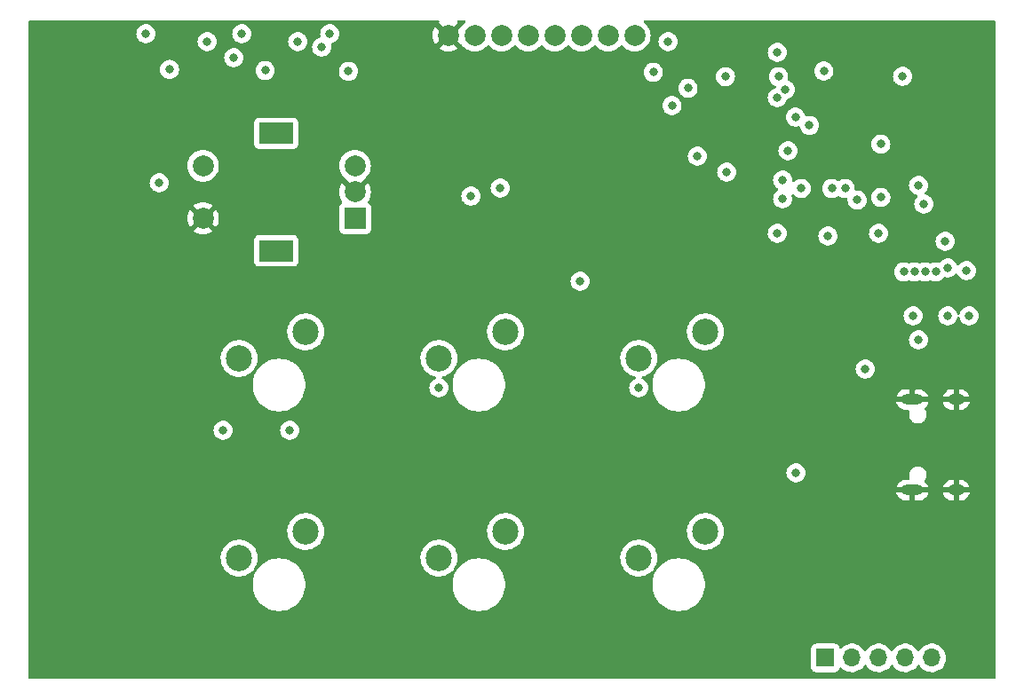
<source format=gbr>
%TF.GenerationSoftware,KiCad,Pcbnew,(6.0.4)*%
%TF.CreationDate,2022-05-01T14:15:37+08:00*%
%TF.ProjectId,S3_module,53335f6d-6f64-4756-9c65-2e6b69636164,rev?*%
%TF.SameCoordinates,Original*%
%TF.FileFunction,Copper,L3,Inr*%
%TF.FilePolarity,Positive*%
%FSLAX46Y46*%
G04 Gerber Fmt 4.6, Leading zero omitted, Abs format (unit mm)*
G04 Created by KiCad (PCBNEW (6.0.4)) date 2022-05-01 14:15:37*
%MOMM*%
%LPD*%
G01*
G04 APERTURE LIST*
%TA.AperFunction,ComponentPad*%
%ADD10R,1.700000X1.700000*%
%TD*%
%TA.AperFunction,ComponentPad*%
%ADD11O,1.700000X1.700000*%
%TD*%
%TA.AperFunction,ComponentPad*%
%ADD12C,2.500000*%
%TD*%
%TA.AperFunction,ComponentPad*%
%ADD13C,2.000000*%
%TD*%
%TA.AperFunction,ComponentPad*%
%ADD14R,2.000000X2.000000*%
%TD*%
%TA.AperFunction,ComponentPad*%
%ADD15R,3.200000X2.000000*%
%TD*%
%TA.AperFunction,ComponentPad*%
%ADD16O,2.100000X1.000000*%
%TD*%
%TA.AperFunction,ComponentPad*%
%ADD17O,1.600000X1.000000*%
%TD*%
%TA.AperFunction,ViaPad*%
%ADD18C,0.800000*%
%TD*%
G04 APERTURE END LIST*
D10*
%TO.N,/IO5*%
%TO.C,J2*%
X166375000Y-145415000D03*
D11*
%TO.N,/IO4*%
X168915000Y-145415000D03*
%TO.N,/IO3*%
X171455000Y-145415000D03*
%TO.N,/IO2*%
X173995000Y-145415000D03*
%TO.N,/IO1*%
X176535000Y-145415000D03*
%TD*%
D12*
%TO.N,SW_1*%
%TO.C,SW4*%
X110490000Y-116840000D03*
%TO.N,Net-(D6-Pad2)*%
X116840000Y-114300000D03*
%TD*%
D13*
%TO.N,GND*%
%TO.C,U6*%
X130429000Y-86020000D03*
%TO.N,VCC*%
X132969000Y-86020000D03*
%TO.N,/DIS_CLK*%
X135509000Y-86020000D03*
%TO.N,/DIS_SDA*%
X138049000Y-86020000D03*
%TO.N,/BOOT*%
X140589000Y-86020000D03*
%TO.N,/IO6*%
X143129000Y-86020000D03*
%TO.N,/IO7*%
X145669000Y-86020000D03*
%TO.N,unconnected-(U6-Pad8)*%
X148209000Y-86020000D03*
%TD*%
D12*
%TO.N,SW_3*%
%TO.C,SW9*%
X148590000Y-135890000D03*
%TO.N,Net-(D11-Pad2)*%
X154940000Y-133350000D03*
%TD*%
D14*
%TO.N,/Rotary_A*%
%TO.C,SW3*%
X121550000Y-103465000D03*
D13*
%TO.N,/Rotary_B*%
X121550000Y-98465000D03*
%TO.N,GND*%
X121550000Y-100965000D03*
D15*
%TO.N,N/C*%
X114050000Y-106565000D03*
X114050000Y-95365000D03*
D13*
%TO.N,/Rotary_Z*%
X107050000Y-98465000D03*
%TO.N,GND*%
X107050000Y-103465000D03*
%TD*%
D12*
%TO.N,SW_2*%
%TO.C,SW6*%
X129540000Y-116840000D03*
%TO.N,Net-(D8-Pad2)*%
X135890000Y-114300000D03*
%TD*%
%TO.N,SW_2*%
%TO.C,SW7*%
X129540000Y-135890000D03*
%TO.N,Net-(D9-Pad2)*%
X135890000Y-133350000D03*
%TD*%
D16*
%TO.N,GND*%
%TO.C,J1*%
X174670000Y-120775000D03*
X174670000Y-129415000D03*
D17*
X178850000Y-120775000D03*
X178850000Y-129415000D03*
%TD*%
D12*
%TO.N,SW_1*%
%TO.C,SW5*%
X110490000Y-135890000D03*
%TO.N,Net-(D7-Pad2)*%
X116840000Y-133350000D03*
%TD*%
%TO.N,SW_3*%
%TO.C,SW8*%
X148590000Y-116840000D03*
%TO.N,Net-(D10-Pad2)*%
X154940000Y-114300000D03*
%TD*%
D18*
%TO.N,R_Z*%
X149987000Y-89535000D03*
%TO.N,Net-(C3-Pad2)*%
X161925000Y-89953500D03*
X156860705Y-89953500D03*
X166243000Y-89408000D03*
%TO.N,GND*%
X162306000Y-110744000D03*
X169926000Y-93472000D03*
X168783000Y-118872000D03*
X167386000Y-127254000D03*
X123444000Y-85852000D03*
X154432000Y-88392000D03*
X160274000Y-106934000D03*
X104394000Y-119126000D03*
X166116000Y-96012000D03*
X174879000Y-119507000D03*
X178689000Y-119507000D03*
X100584000Y-95758000D03*
X154559000Y-85217000D03*
X162306000Y-106680000D03*
X102870000Y-139700000D03*
X168910000Y-90932000D03*
X106172000Y-88138000D03*
X94742000Y-112522000D03*
X106172000Y-85852000D03*
X168656000Y-121920000D03*
X104394000Y-131826000D03*
X167132000Y-110744000D03*
X94742000Y-118618000D03*
X172720000Y-129286000D03*
X168910000Y-96012000D03*
X154432000Y-95250000D03*
X161798000Y-85344000D03*
X167386000Y-117856000D03*
X167386000Y-96012000D03*
X173101000Y-115062000D03*
X167386000Y-90932000D03*
X94742000Y-131318000D03*
X173482000Y-106680000D03*
X94742000Y-125222000D03*
X104394000Y-125476000D03*
X176022000Y-85598000D03*
X153670000Y-101600000D03*
X154559605Y-90207396D03*
X115570000Y-85344000D03*
X108850048Y-89515884D03*
X167132000Y-106680000D03*
X117602000Y-89417502D03*
X123444000Y-88138000D03*
X166116000Y-90932000D03*
%TO.N,VCC*%
X174879000Y-108585000D03*
X154178000Y-97536000D03*
X102870000Y-100076000D03*
X176911000Y-108585000D03*
X103864500Y-89254522D03*
X119126000Y-85852000D03*
X112972484Y-89359121D03*
X107442000Y-86614000D03*
X173863000Y-108585000D03*
X116078000Y-86614000D03*
X101600000Y-85852000D03*
X175260000Y-115062000D03*
X120917803Y-89431473D03*
X175895000Y-108585000D03*
X110744000Y-85852000D03*
X170180000Y-117856000D03*
X161798000Y-87630000D03*
%TO.N,Net-(C3-Pad2)*%
X166624000Y-105156000D03*
%TO.N,/+5V*%
X115316000Y-123698000D03*
X108966000Y-123698000D03*
%TO.N,SW_A*%
X171450000Y-104902000D03*
X163576000Y-127762000D03*
%TO.N,SW_B*%
X175768000Y-102108000D03*
X178054000Y-108204000D03*
%TO.N,/IO5*%
X143002000Y-109474000D03*
X153289000Y-91059000D03*
X162560000Y-91186000D03*
%TO.N,/IO4*%
X173736000Y-89916000D03*
X177800000Y-105664000D03*
X179832000Y-108458000D03*
%TO.N,/IO3*%
X178054000Y-112776000D03*
X161798000Y-104902000D03*
X180086000Y-112776000D03*
X174752000Y-112776000D03*
%TO.N,/BOOT*%
X175260000Y-100330000D03*
X151384000Y-86614000D03*
%TO.N,/IO6*%
X161798000Y-91948000D03*
%TO.N,/IO7*%
X163538500Y-93810500D03*
%TO.N,/DIS_SDA*%
X167005000Y-100621500D03*
%TO.N,/DIS_CLK*%
X168275000Y-100621500D03*
X151765000Y-92710000D03*
%TO.N,SW_1*%
X162306000Y-101600000D03*
X132588000Y-101346000D03*
%TO.N,SW_2*%
X135382000Y-100584000D03*
X129540000Y-119634000D03*
X162306000Y-99822000D03*
%TO.N,SW_3*%
X164084000Y-100621500D03*
X156972000Y-99060000D03*
X148590000Y-119634000D03*
%TO.N,R_A*%
X109982000Y-88138000D03*
X169418000Y-101727000D03*
%TO.N,R_B*%
X118364000Y-87122000D03*
X162814000Y-97028000D03*
X171666500Y-96393000D03*
X171666500Y-101473000D03*
%TO.N,R_Z*%
X164860500Y-94596262D03*
%TD*%
%TA.AperFunction,Conductor*%
%TO.N,GND*%
G36*
X129531126Y-84602502D02*
G01*
X129577619Y-84656158D01*
X129587723Y-84726432D01*
X129560805Y-84783742D01*
X129560388Y-84786255D01*
X129564876Y-84796666D01*
X130416188Y-85647978D01*
X130430132Y-85655592D01*
X130431965Y-85655461D01*
X130438580Y-85651210D01*
X131290080Y-84799710D01*
X131296840Y-84787330D01*
X131294354Y-84784009D01*
X131269543Y-84717489D01*
X131284635Y-84648114D01*
X131334837Y-84597912D01*
X131395222Y-84582500D01*
X131987816Y-84582500D01*
X132055937Y-84602502D01*
X132102430Y-84656158D01*
X132112534Y-84726432D01*
X132083040Y-84791012D01*
X132069647Y-84804311D01*
X131899031Y-84950031D01*
X131895823Y-84953787D01*
X131895818Y-84953792D01*
X131765294Y-85106616D01*
X131705844Y-85145426D01*
X131671442Y-85147640D01*
X131652333Y-85155877D01*
X130801022Y-86007188D01*
X130793408Y-86021132D01*
X130793539Y-86022965D01*
X130797790Y-86029580D01*
X131649290Y-86881080D01*
X131666102Y-86890260D01*
X131729350Y-86904020D01*
X131764775Y-86932776D01*
X131895819Y-87086208D01*
X131899031Y-87089969D01*
X132079584Y-87244176D01*
X132083792Y-87246755D01*
X132083798Y-87246759D01*
X132247184Y-87346882D01*
X132282037Y-87368240D01*
X132286607Y-87370133D01*
X132286611Y-87370135D01*
X132496833Y-87457211D01*
X132501406Y-87459105D01*
X132521983Y-87464045D01*
X132727476Y-87513380D01*
X132727482Y-87513381D01*
X132732289Y-87514535D01*
X132969000Y-87533165D01*
X133205711Y-87514535D01*
X133210518Y-87513381D01*
X133210524Y-87513380D01*
X133416017Y-87464045D01*
X133436594Y-87459105D01*
X133441167Y-87457211D01*
X133651389Y-87370135D01*
X133651393Y-87370133D01*
X133655963Y-87368240D01*
X133690816Y-87346882D01*
X133854202Y-87246759D01*
X133854208Y-87246755D01*
X133858416Y-87244176D01*
X134038969Y-87089969D01*
X134042177Y-87086213D01*
X134042182Y-87086208D01*
X134143189Y-86967944D01*
X134202639Y-86929134D01*
X134273634Y-86928628D01*
X134334811Y-86967944D01*
X134435818Y-87086208D01*
X134435823Y-87086213D01*
X134439031Y-87089969D01*
X134619584Y-87244176D01*
X134623792Y-87246755D01*
X134623798Y-87246759D01*
X134787184Y-87346882D01*
X134822037Y-87368240D01*
X134826607Y-87370133D01*
X134826611Y-87370135D01*
X135036833Y-87457211D01*
X135041406Y-87459105D01*
X135061983Y-87464045D01*
X135267476Y-87513380D01*
X135267482Y-87513381D01*
X135272289Y-87514535D01*
X135509000Y-87533165D01*
X135745711Y-87514535D01*
X135750518Y-87513381D01*
X135750524Y-87513380D01*
X135956017Y-87464045D01*
X135976594Y-87459105D01*
X135981167Y-87457211D01*
X136191389Y-87370135D01*
X136191393Y-87370133D01*
X136195963Y-87368240D01*
X136230816Y-87346882D01*
X136394202Y-87246759D01*
X136394208Y-87246755D01*
X136398416Y-87244176D01*
X136578969Y-87089969D01*
X136582177Y-87086213D01*
X136582182Y-87086208D01*
X136683189Y-86967944D01*
X136742639Y-86929134D01*
X136813634Y-86928628D01*
X136874811Y-86967944D01*
X136975818Y-87086208D01*
X136975823Y-87086213D01*
X136979031Y-87089969D01*
X137159584Y-87244176D01*
X137163792Y-87246755D01*
X137163798Y-87246759D01*
X137327184Y-87346882D01*
X137362037Y-87368240D01*
X137366607Y-87370133D01*
X137366611Y-87370135D01*
X137576833Y-87457211D01*
X137581406Y-87459105D01*
X137601983Y-87464045D01*
X137807476Y-87513380D01*
X137807482Y-87513381D01*
X137812289Y-87514535D01*
X138049000Y-87533165D01*
X138285711Y-87514535D01*
X138290518Y-87513381D01*
X138290524Y-87513380D01*
X138496017Y-87464045D01*
X138516594Y-87459105D01*
X138521167Y-87457211D01*
X138731389Y-87370135D01*
X138731393Y-87370133D01*
X138735963Y-87368240D01*
X138770816Y-87346882D01*
X138934202Y-87246759D01*
X138934208Y-87246755D01*
X138938416Y-87244176D01*
X139118969Y-87089969D01*
X139122177Y-87086213D01*
X139122182Y-87086208D01*
X139223189Y-86967944D01*
X139282639Y-86929134D01*
X139353634Y-86928628D01*
X139414811Y-86967944D01*
X139515818Y-87086208D01*
X139515823Y-87086213D01*
X139519031Y-87089969D01*
X139699584Y-87244176D01*
X139703792Y-87246755D01*
X139703798Y-87246759D01*
X139867184Y-87346882D01*
X139902037Y-87368240D01*
X139906607Y-87370133D01*
X139906611Y-87370135D01*
X140116833Y-87457211D01*
X140121406Y-87459105D01*
X140141983Y-87464045D01*
X140347476Y-87513380D01*
X140347482Y-87513381D01*
X140352289Y-87514535D01*
X140589000Y-87533165D01*
X140825711Y-87514535D01*
X140830518Y-87513381D01*
X140830524Y-87513380D01*
X141036017Y-87464045D01*
X141056594Y-87459105D01*
X141061167Y-87457211D01*
X141271389Y-87370135D01*
X141271393Y-87370133D01*
X141275963Y-87368240D01*
X141310816Y-87346882D01*
X141474202Y-87246759D01*
X141474208Y-87246755D01*
X141478416Y-87244176D01*
X141658969Y-87089969D01*
X141662177Y-87086213D01*
X141662182Y-87086208D01*
X141763189Y-86967944D01*
X141822639Y-86929134D01*
X141893634Y-86928628D01*
X141954811Y-86967944D01*
X142055818Y-87086208D01*
X142055823Y-87086213D01*
X142059031Y-87089969D01*
X142239584Y-87244176D01*
X142243792Y-87246755D01*
X142243798Y-87246759D01*
X142407184Y-87346882D01*
X142442037Y-87368240D01*
X142446607Y-87370133D01*
X142446611Y-87370135D01*
X142656833Y-87457211D01*
X142661406Y-87459105D01*
X142681983Y-87464045D01*
X142887476Y-87513380D01*
X142887482Y-87513381D01*
X142892289Y-87514535D01*
X143129000Y-87533165D01*
X143365711Y-87514535D01*
X143370518Y-87513381D01*
X143370524Y-87513380D01*
X143576017Y-87464045D01*
X143596594Y-87459105D01*
X143601167Y-87457211D01*
X143811389Y-87370135D01*
X143811393Y-87370133D01*
X143815963Y-87368240D01*
X143850816Y-87346882D01*
X144014202Y-87246759D01*
X144014208Y-87246755D01*
X144018416Y-87244176D01*
X144198969Y-87089969D01*
X144202177Y-87086213D01*
X144202182Y-87086208D01*
X144303189Y-86967944D01*
X144362639Y-86929134D01*
X144433634Y-86928628D01*
X144494811Y-86967944D01*
X144595818Y-87086208D01*
X144595823Y-87086213D01*
X144599031Y-87089969D01*
X144779584Y-87244176D01*
X144783792Y-87246755D01*
X144783798Y-87246759D01*
X144947184Y-87346882D01*
X144982037Y-87368240D01*
X144986607Y-87370133D01*
X144986611Y-87370135D01*
X145196833Y-87457211D01*
X145201406Y-87459105D01*
X145221983Y-87464045D01*
X145427476Y-87513380D01*
X145427482Y-87513381D01*
X145432289Y-87514535D01*
X145669000Y-87533165D01*
X145905711Y-87514535D01*
X145910518Y-87513381D01*
X145910524Y-87513380D01*
X146116017Y-87464045D01*
X146136594Y-87459105D01*
X146141167Y-87457211D01*
X146351389Y-87370135D01*
X146351393Y-87370133D01*
X146355963Y-87368240D01*
X146390816Y-87346882D01*
X146554202Y-87246759D01*
X146554208Y-87246755D01*
X146558416Y-87244176D01*
X146738969Y-87089969D01*
X146742177Y-87086213D01*
X146742182Y-87086208D01*
X146843189Y-86967944D01*
X146902639Y-86929134D01*
X146973634Y-86928628D01*
X147034811Y-86967944D01*
X147135818Y-87086208D01*
X147135823Y-87086213D01*
X147139031Y-87089969D01*
X147319584Y-87244176D01*
X147323792Y-87246755D01*
X147323798Y-87246759D01*
X147487184Y-87346882D01*
X147522037Y-87368240D01*
X147526607Y-87370133D01*
X147526611Y-87370135D01*
X147736833Y-87457211D01*
X147741406Y-87459105D01*
X147761983Y-87464045D01*
X147967476Y-87513380D01*
X147967482Y-87513381D01*
X147972289Y-87514535D01*
X148209000Y-87533165D01*
X148445711Y-87514535D01*
X148450518Y-87513381D01*
X148450524Y-87513380D01*
X148656017Y-87464045D01*
X148676594Y-87459105D01*
X148681167Y-87457211D01*
X148891389Y-87370135D01*
X148891393Y-87370133D01*
X148895963Y-87368240D01*
X148930816Y-87346882D01*
X149094202Y-87246759D01*
X149094208Y-87246755D01*
X149098416Y-87244176D01*
X149278969Y-87089969D01*
X149433176Y-86909416D01*
X149435755Y-86905208D01*
X149435759Y-86905202D01*
X149554654Y-86711183D01*
X149557240Y-86706963D01*
X149559229Y-86702163D01*
X149595747Y-86614000D01*
X150470496Y-86614000D01*
X150471186Y-86620565D01*
X150485894Y-86760500D01*
X150490458Y-86803928D01*
X150549473Y-86985556D01*
X150644960Y-87150944D01*
X150649378Y-87155851D01*
X150649379Y-87155852D01*
X150747412Y-87264729D01*
X150772747Y-87292866D01*
X150927248Y-87405118D01*
X150933276Y-87407802D01*
X150933278Y-87407803D01*
X151095681Y-87480109D01*
X151101712Y-87482794D01*
X151195112Y-87502647D01*
X151282056Y-87521128D01*
X151282061Y-87521128D01*
X151288513Y-87522500D01*
X151479487Y-87522500D01*
X151485939Y-87521128D01*
X151485944Y-87521128D01*
X151572888Y-87502647D01*
X151666288Y-87482794D01*
X151672319Y-87480109D01*
X151834722Y-87407803D01*
X151834724Y-87407802D01*
X151840752Y-87405118D01*
X151995253Y-87292866D01*
X152020588Y-87264729D01*
X152118621Y-87155852D01*
X152118622Y-87155851D01*
X152123040Y-87150944D01*
X152218527Y-86985556D01*
X152277542Y-86803928D01*
X152282107Y-86760500D01*
X152296814Y-86620565D01*
X152297504Y-86614000D01*
X152293946Y-86580148D01*
X152278232Y-86430635D01*
X152278232Y-86430633D01*
X152277542Y-86424072D01*
X152218527Y-86242444D01*
X152123040Y-86077056D01*
X152097064Y-86048206D01*
X151999675Y-85940045D01*
X151999674Y-85940044D01*
X151995253Y-85935134D01*
X151880829Y-85852000D01*
X151846094Y-85826763D01*
X151846093Y-85826762D01*
X151840752Y-85822882D01*
X151834724Y-85820198D01*
X151834722Y-85820197D01*
X151672319Y-85747891D01*
X151672318Y-85747891D01*
X151666288Y-85745206D01*
X151572888Y-85725353D01*
X151485944Y-85706872D01*
X151485939Y-85706872D01*
X151479487Y-85705500D01*
X151288513Y-85705500D01*
X151282061Y-85706872D01*
X151282056Y-85706872D01*
X151195113Y-85725353D01*
X151101712Y-85745206D01*
X151095682Y-85747891D01*
X151095681Y-85747891D01*
X150933278Y-85820197D01*
X150933276Y-85820198D01*
X150927248Y-85822882D01*
X150921907Y-85826762D01*
X150921906Y-85826763D01*
X150887171Y-85852000D01*
X150772747Y-85935134D01*
X150768326Y-85940044D01*
X150768325Y-85940045D01*
X150670937Y-86048206D01*
X150644960Y-86077056D01*
X150549473Y-86242444D01*
X150490458Y-86424072D01*
X150489768Y-86430633D01*
X150489768Y-86430635D01*
X150474054Y-86580148D01*
X150470496Y-86614000D01*
X149595747Y-86614000D01*
X149646211Y-86492167D01*
X149646212Y-86492165D01*
X149648105Y-86487594D01*
X149672878Y-86384408D01*
X149702380Y-86261524D01*
X149702381Y-86261518D01*
X149703535Y-86256711D01*
X149722165Y-86020000D01*
X149703535Y-85783289D01*
X149674434Y-85662072D01*
X149649260Y-85557218D01*
X149648105Y-85552406D01*
X149615927Y-85474721D01*
X149559135Y-85337611D01*
X149559133Y-85337607D01*
X149557240Y-85333037D01*
X149543214Y-85310148D01*
X149435759Y-85134798D01*
X149435755Y-85134792D01*
X149433176Y-85130584D01*
X149278969Y-84950031D01*
X149108353Y-84804311D01*
X149069544Y-84744861D01*
X149069038Y-84673866D01*
X149106994Y-84613867D01*
X149171362Y-84583914D01*
X149190184Y-84582500D01*
X182499500Y-84582500D01*
X182567621Y-84602502D01*
X182614114Y-84656158D01*
X182625500Y-84708500D01*
X182625500Y-147320500D01*
X182605498Y-147388621D01*
X182551842Y-147435114D01*
X182499500Y-147446500D01*
X90550500Y-147446500D01*
X90482379Y-147426498D01*
X90435886Y-147372842D01*
X90424500Y-147320500D01*
X90424500Y-146313134D01*
X165016500Y-146313134D01*
X165023255Y-146375316D01*
X165074385Y-146511705D01*
X165161739Y-146628261D01*
X165278295Y-146715615D01*
X165414684Y-146766745D01*
X165476866Y-146773500D01*
X167273134Y-146773500D01*
X167335316Y-146766745D01*
X167471705Y-146715615D01*
X167588261Y-146628261D01*
X167675615Y-146511705D01*
X167697799Y-146452529D01*
X167719598Y-146394382D01*
X167762240Y-146337618D01*
X167828802Y-146312918D01*
X167898150Y-146328126D01*
X167932817Y-146356114D01*
X167961250Y-146388938D01*
X168133126Y-146531632D01*
X168326000Y-146644338D01*
X168534692Y-146724030D01*
X168539760Y-146725061D01*
X168539763Y-146725062D01*
X168647017Y-146746883D01*
X168753597Y-146768567D01*
X168758772Y-146768757D01*
X168758774Y-146768757D01*
X168971673Y-146776564D01*
X168971677Y-146776564D01*
X168976837Y-146776753D01*
X168981957Y-146776097D01*
X168981959Y-146776097D01*
X169193288Y-146749025D01*
X169193289Y-146749025D01*
X169198416Y-146748368D01*
X169203366Y-146746883D01*
X169407429Y-146685661D01*
X169407434Y-146685659D01*
X169412384Y-146684174D01*
X169612994Y-146585896D01*
X169794860Y-146456173D01*
X169953096Y-146298489D01*
X170083453Y-146117077D01*
X170084776Y-146118028D01*
X170131645Y-146074857D01*
X170201580Y-146062625D01*
X170267026Y-146090144D01*
X170294875Y-146121994D01*
X170354987Y-146220088D01*
X170501250Y-146388938D01*
X170673126Y-146531632D01*
X170866000Y-146644338D01*
X171074692Y-146724030D01*
X171079760Y-146725061D01*
X171079763Y-146725062D01*
X171187017Y-146746883D01*
X171293597Y-146768567D01*
X171298772Y-146768757D01*
X171298774Y-146768757D01*
X171511673Y-146776564D01*
X171511677Y-146776564D01*
X171516837Y-146776753D01*
X171521957Y-146776097D01*
X171521959Y-146776097D01*
X171733288Y-146749025D01*
X171733289Y-146749025D01*
X171738416Y-146748368D01*
X171743366Y-146746883D01*
X171947429Y-146685661D01*
X171947434Y-146685659D01*
X171952384Y-146684174D01*
X172152994Y-146585896D01*
X172334860Y-146456173D01*
X172493096Y-146298489D01*
X172623453Y-146117077D01*
X172624776Y-146118028D01*
X172671645Y-146074857D01*
X172741580Y-146062625D01*
X172807026Y-146090144D01*
X172834875Y-146121994D01*
X172894987Y-146220088D01*
X173041250Y-146388938D01*
X173213126Y-146531632D01*
X173406000Y-146644338D01*
X173614692Y-146724030D01*
X173619760Y-146725061D01*
X173619763Y-146725062D01*
X173727017Y-146746883D01*
X173833597Y-146768567D01*
X173838772Y-146768757D01*
X173838774Y-146768757D01*
X174051673Y-146776564D01*
X174051677Y-146776564D01*
X174056837Y-146776753D01*
X174061957Y-146776097D01*
X174061959Y-146776097D01*
X174273288Y-146749025D01*
X174273289Y-146749025D01*
X174278416Y-146748368D01*
X174283366Y-146746883D01*
X174487429Y-146685661D01*
X174487434Y-146685659D01*
X174492384Y-146684174D01*
X174692994Y-146585896D01*
X174874860Y-146456173D01*
X175033096Y-146298489D01*
X175163453Y-146117077D01*
X175164776Y-146118028D01*
X175211645Y-146074857D01*
X175281580Y-146062625D01*
X175347026Y-146090144D01*
X175374875Y-146121994D01*
X175434987Y-146220088D01*
X175581250Y-146388938D01*
X175753126Y-146531632D01*
X175946000Y-146644338D01*
X176154692Y-146724030D01*
X176159760Y-146725061D01*
X176159763Y-146725062D01*
X176267017Y-146746883D01*
X176373597Y-146768567D01*
X176378772Y-146768757D01*
X176378774Y-146768757D01*
X176591673Y-146776564D01*
X176591677Y-146776564D01*
X176596837Y-146776753D01*
X176601957Y-146776097D01*
X176601959Y-146776097D01*
X176813288Y-146749025D01*
X176813289Y-146749025D01*
X176818416Y-146748368D01*
X176823366Y-146746883D01*
X177027429Y-146685661D01*
X177027434Y-146685659D01*
X177032384Y-146684174D01*
X177232994Y-146585896D01*
X177414860Y-146456173D01*
X177573096Y-146298489D01*
X177703453Y-146117077D01*
X177724320Y-146074857D01*
X177800136Y-145921453D01*
X177800137Y-145921451D01*
X177802430Y-145916811D01*
X177867370Y-145703069D01*
X177896529Y-145481590D01*
X177898156Y-145415000D01*
X177879852Y-145192361D01*
X177825431Y-144975702D01*
X177736354Y-144770840D01*
X177615014Y-144583277D01*
X177464670Y-144418051D01*
X177460619Y-144414852D01*
X177460615Y-144414848D01*
X177293414Y-144282800D01*
X177293410Y-144282798D01*
X177289359Y-144279598D01*
X177093789Y-144171638D01*
X177088920Y-144169914D01*
X177088916Y-144169912D01*
X176888087Y-144098795D01*
X176888083Y-144098794D01*
X176883212Y-144097069D01*
X176878119Y-144096162D01*
X176878116Y-144096161D01*
X176668373Y-144058800D01*
X176668367Y-144058799D01*
X176663284Y-144057894D01*
X176589452Y-144056992D01*
X176445081Y-144055228D01*
X176445079Y-144055228D01*
X176439911Y-144055165D01*
X176219091Y-144088955D01*
X176006756Y-144158357D01*
X175808607Y-144261507D01*
X175804474Y-144264610D01*
X175804471Y-144264612D01*
X175634100Y-144392530D01*
X175629965Y-144395635D01*
X175626393Y-144399373D01*
X175518729Y-144512037D01*
X175475629Y-144557138D01*
X175368201Y-144714621D01*
X175313293Y-144759621D01*
X175242768Y-144767792D01*
X175179021Y-144736538D01*
X175158324Y-144712054D01*
X175077822Y-144587617D01*
X175077820Y-144587614D01*
X175075014Y-144583277D01*
X174924670Y-144418051D01*
X174920619Y-144414852D01*
X174920615Y-144414848D01*
X174753414Y-144282800D01*
X174753410Y-144282798D01*
X174749359Y-144279598D01*
X174553789Y-144171638D01*
X174548920Y-144169914D01*
X174548916Y-144169912D01*
X174348087Y-144098795D01*
X174348083Y-144098794D01*
X174343212Y-144097069D01*
X174338119Y-144096162D01*
X174338116Y-144096161D01*
X174128373Y-144058800D01*
X174128367Y-144058799D01*
X174123284Y-144057894D01*
X174049452Y-144056992D01*
X173905081Y-144055228D01*
X173905079Y-144055228D01*
X173899911Y-144055165D01*
X173679091Y-144088955D01*
X173466756Y-144158357D01*
X173268607Y-144261507D01*
X173264474Y-144264610D01*
X173264471Y-144264612D01*
X173094100Y-144392530D01*
X173089965Y-144395635D01*
X173086393Y-144399373D01*
X172978729Y-144512037D01*
X172935629Y-144557138D01*
X172828201Y-144714621D01*
X172773293Y-144759621D01*
X172702768Y-144767792D01*
X172639021Y-144736538D01*
X172618324Y-144712054D01*
X172537822Y-144587617D01*
X172537820Y-144587614D01*
X172535014Y-144583277D01*
X172384670Y-144418051D01*
X172380619Y-144414852D01*
X172380615Y-144414848D01*
X172213414Y-144282800D01*
X172213410Y-144282798D01*
X172209359Y-144279598D01*
X172013789Y-144171638D01*
X172008920Y-144169914D01*
X172008916Y-144169912D01*
X171808087Y-144098795D01*
X171808083Y-144098794D01*
X171803212Y-144097069D01*
X171798119Y-144096162D01*
X171798116Y-144096161D01*
X171588373Y-144058800D01*
X171588367Y-144058799D01*
X171583284Y-144057894D01*
X171509452Y-144056992D01*
X171365081Y-144055228D01*
X171365079Y-144055228D01*
X171359911Y-144055165D01*
X171139091Y-144088955D01*
X170926756Y-144158357D01*
X170728607Y-144261507D01*
X170724474Y-144264610D01*
X170724471Y-144264612D01*
X170554100Y-144392530D01*
X170549965Y-144395635D01*
X170546393Y-144399373D01*
X170438729Y-144512037D01*
X170395629Y-144557138D01*
X170288201Y-144714621D01*
X170233293Y-144759621D01*
X170162768Y-144767792D01*
X170099021Y-144736538D01*
X170078324Y-144712054D01*
X169997822Y-144587617D01*
X169997820Y-144587614D01*
X169995014Y-144583277D01*
X169844670Y-144418051D01*
X169840619Y-144414852D01*
X169840615Y-144414848D01*
X169673414Y-144282800D01*
X169673410Y-144282798D01*
X169669359Y-144279598D01*
X169473789Y-144171638D01*
X169468920Y-144169914D01*
X169468916Y-144169912D01*
X169268087Y-144098795D01*
X169268083Y-144098794D01*
X169263212Y-144097069D01*
X169258119Y-144096162D01*
X169258116Y-144096161D01*
X169048373Y-144058800D01*
X169048367Y-144058799D01*
X169043284Y-144057894D01*
X168969452Y-144056992D01*
X168825081Y-144055228D01*
X168825079Y-144055228D01*
X168819911Y-144055165D01*
X168599091Y-144088955D01*
X168386756Y-144158357D01*
X168188607Y-144261507D01*
X168184474Y-144264610D01*
X168184471Y-144264612D01*
X168014100Y-144392530D01*
X168009965Y-144395635D01*
X167953537Y-144454684D01*
X167929283Y-144480064D01*
X167867759Y-144515494D01*
X167796846Y-144512037D01*
X167739060Y-144470791D01*
X167720207Y-144437243D01*
X167678767Y-144326703D01*
X167675615Y-144318295D01*
X167588261Y-144201739D01*
X167471705Y-144114385D01*
X167335316Y-144063255D01*
X167273134Y-144056500D01*
X165476866Y-144056500D01*
X165414684Y-144063255D01*
X165278295Y-144114385D01*
X165161739Y-144201739D01*
X165074385Y-144318295D01*
X165023255Y-144454684D01*
X165016500Y-144516866D01*
X165016500Y-146313134D01*
X90424500Y-146313134D01*
X90424500Y-138587821D01*
X111791500Y-138587821D01*
X111831060Y-138900975D01*
X111909557Y-139206702D01*
X112025753Y-139500179D01*
X112177816Y-139776779D01*
X112363346Y-140032140D01*
X112579418Y-140262233D01*
X112822625Y-140463432D01*
X113089131Y-140632562D01*
X113092710Y-140634246D01*
X113092717Y-140634250D01*
X113371144Y-140765267D01*
X113371148Y-140765269D01*
X113374734Y-140766956D01*
X113674928Y-140864495D01*
X113984980Y-140923641D01*
X114221162Y-140938500D01*
X114378838Y-140938500D01*
X114615020Y-140923641D01*
X114925072Y-140864495D01*
X115225266Y-140766956D01*
X115228852Y-140765269D01*
X115228856Y-140765267D01*
X115507283Y-140634250D01*
X115507290Y-140634246D01*
X115510869Y-140632562D01*
X115777375Y-140463432D01*
X116020582Y-140262233D01*
X116236654Y-140032140D01*
X116422184Y-139776779D01*
X116574247Y-139500179D01*
X116690443Y-139206702D01*
X116768940Y-138900975D01*
X116808500Y-138587821D01*
X130841500Y-138587821D01*
X130881060Y-138900975D01*
X130959557Y-139206702D01*
X131075753Y-139500179D01*
X131227816Y-139776779D01*
X131413346Y-140032140D01*
X131629418Y-140262233D01*
X131872625Y-140463432D01*
X132139131Y-140632562D01*
X132142710Y-140634246D01*
X132142717Y-140634250D01*
X132421144Y-140765267D01*
X132421148Y-140765269D01*
X132424734Y-140766956D01*
X132724928Y-140864495D01*
X133034980Y-140923641D01*
X133271162Y-140938500D01*
X133428838Y-140938500D01*
X133665020Y-140923641D01*
X133975072Y-140864495D01*
X134275266Y-140766956D01*
X134278852Y-140765269D01*
X134278856Y-140765267D01*
X134557283Y-140634250D01*
X134557290Y-140634246D01*
X134560869Y-140632562D01*
X134827375Y-140463432D01*
X135070582Y-140262233D01*
X135286654Y-140032140D01*
X135472184Y-139776779D01*
X135624247Y-139500179D01*
X135740443Y-139206702D01*
X135818940Y-138900975D01*
X135858500Y-138587821D01*
X149891500Y-138587821D01*
X149931060Y-138900975D01*
X150009557Y-139206702D01*
X150125753Y-139500179D01*
X150277816Y-139776779D01*
X150463346Y-140032140D01*
X150679418Y-140262233D01*
X150922625Y-140463432D01*
X151189131Y-140632562D01*
X151192710Y-140634246D01*
X151192717Y-140634250D01*
X151471144Y-140765267D01*
X151471148Y-140765269D01*
X151474734Y-140766956D01*
X151774928Y-140864495D01*
X152084980Y-140923641D01*
X152321162Y-140938500D01*
X152478838Y-140938500D01*
X152715020Y-140923641D01*
X153025072Y-140864495D01*
X153325266Y-140766956D01*
X153328852Y-140765269D01*
X153328856Y-140765267D01*
X153607283Y-140634250D01*
X153607290Y-140634246D01*
X153610869Y-140632562D01*
X153877375Y-140463432D01*
X154120582Y-140262233D01*
X154336654Y-140032140D01*
X154522184Y-139776779D01*
X154674247Y-139500179D01*
X154790443Y-139206702D01*
X154868940Y-138900975D01*
X154908500Y-138587821D01*
X154908500Y-138272179D01*
X154868940Y-137959025D01*
X154790443Y-137653298D01*
X154767051Y-137594216D01*
X154675702Y-137363495D01*
X154675700Y-137363490D01*
X154674247Y-137359821D01*
X154522184Y-137083221D01*
X154336654Y-136827860D01*
X154129489Y-136607252D01*
X154123297Y-136600658D01*
X154123296Y-136600657D01*
X154120582Y-136597767D01*
X153877375Y-136396568D01*
X153610869Y-136227438D01*
X153607290Y-136225754D01*
X153607283Y-136225750D01*
X153328856Y-136094733D01*
X153328852Y-136094731D01*
X153325266Y-136093044D01*
X153025072Y-135995505D01*
X152715020Y-135936359D01*
X152478838Y-135921500D01*
X152321162Y-135921500D01*
X152084980Y-135936359D01*
X151774928Y-135995505D01*
X151474734Y-136093044D01*
X151471148Y-136094731D01*
X151471144Y-136094733D01*
X151192717Y-136225750D01*
X151192710Y-136225754D01*
X151189131Y-136227438D01*
X150922625Y-136396568D01*
X150679418Y-136597767D01*
X150676704Y-136600657D01*
X150676703Y-136600658D01*
X150670511Y-136607252D01*
X150463346Y-136827860D01*
X150277816Y-137083221D01*
X150125753Y-137359821D01*
X150124300Y-137363490D01*
X150124298Y-137363495D01*
X150032949Y-137594216D01*
X150009557Y-137653298D01*
X149931060Y-137959025D01*
X149891500Y-138272179D01*
X149891500Y-138587821D01*
X135858500Y-138587821D01*
X135858500Y-138272179D01*
X135818940Y-137959025D01*
X135740443Y-137653298D01*
X135717051Y-137594216D01*
X135625702Y-137363495D01*
X135625700Y-137363490D01*
X135624247Y-137359821D01*
X135472184Y-137083221D01*
X135286654Y-136827860D01*
X135079489Y-136607252D01*
X135073297Y-136600658D01*
X135073296Y-136600657D01*
X135070582Y-136597767D01*
X134827375Y-136396568D01*
X134560869Y-136227438D01*
X134557290Y-136225754D01*
X134557283Y-136225750D01*
X134278856Y-136094733D01*
X134278852Y-136094731D01*
X134275266Y-136093044D01*
X133975072Y-135995505D01*
X133665020Y-135936359D01*
X133428838Y-135921500D01*
X133271162Y-135921500D01*
X133034980Y-135936359D01*
X132724928Y-135995505D01*
X132424734Y-136093044D01*
X132421148Y-136094731D01*
X132421144Y-136094733D01*
X132142717Y-136225750D01*
X132142710Y-136225754D01*
X132139131Y-136227438D01*
X131872625Y-136396568D01*
X131629418Y-136597767D01*
X131626704Y-136600657D01*
X131626703Y-136600658D01*
X131620511Y-136607252D01*
X131413346Y-136827860D01*
X131227816Y-137083221D01*
X131075753Y-137359821D01*
X131074300Y-137363490D01*
X131074298Y-137363495D01*
X130982949Y-137594216D01*
X130959557Y-137653298D01*
X130881060Y-137959025D01*
X130841500Y-138272179D01*
X130841500Y-138587821D01*
X116808500Y-138587821D01*
X116808500Y-138272179D01*
X116768940Y-137959025D01*
X116690443Y-137653298D01*
X116667051Y-137594216D01*
X116575702Y-137363495D01*
X116575700Y-137363490D01*
X116574247Y-137359821D01*
X116422184Y-137083221D01*
X116236654Y-136827860D01*
X116029489Y-136607252D01*
X116023297Y-136600658D01*
X116023296Y-136600657D01*
X116020582Y-136597767D01*
X115777375Y-136396568D01*
X115510869Y-136227438D01*
X115507290Y-136225754D01*
X115507283Y-136225750D01*
X115228856Y-136094733D01*
X115228852Y-136094731D01*
X115225266Y-136093044D01*
X114925072Y-135995505D01*
X114615020Y-135936359D01*
X114378838Y-135921500D01*
X114221162Y-135921500D01*
X113984980Y-135936359D01*
X113674928Y-135995505D01*
X113374734Y-136093044D01*
X113371148Y-136094731D01*
X113371144Y-136094733D01*
X113092717Y-136225750D01*
X113092710Y-136225754D01*
X113089131Y-136227438D01*
X112822625Y-136396568D01*
X112579418Y-136597767D01*
X112576704Y-136600657D01*
X112576703Y-136600658D01*
X112570511Y-136607252D01*
X112363346Y-136827860D01*
X112177816Y-137083221D01*
X112025753Y-137359821D01*
X112024300Y-137363490D01*
X112024298Y-137363495D01*
X111932949Y-137594216D01*
X111909557Y-137653298D01*
X111831060Y-137959025D01*
X111791500Y-138272179D01*
X111791500Y-138587821D01*
X90424500Y-138587821D01*
X90424500Y-135843839D01*
X108727173Y-135843839D01*
X108739713Y-136104908D01*
X108790704Y-136361256D01*
X108879026Y-136607252D01*
X108881242Y-136611376D01*
X108999284Y-136831064D01*
X109002737Y-136837491D01*
X109005532Y-136841234D01*
X109005534Y-136841237D01*
X109156330Y-137043177D01*
X109156335Y-137043183D01*
X109159122Y-137046915D01*
X109162431Y-137050195D01*
X109162436Y-137050201D01*
X109341426Y-137227635D01*
X109344743Y-137230923D01*
X109348505Y-137233681D01*
X109348508Y-137233684D01*
X109525548Y-137363495D01*
X109555524Y-137385474D01*
X109559667Y-137387654D01*
X109559669Y-137387655D01*
X109782684Y-137504989D01*
X109782689Y-137504991D01*
X109786834Y-137507172D01*
X110033590Y-137593344D01*
X110038183Y-137594216D01*
X110285785Y-137641224D01*
X110285788Y-137641224D01*
X110290374Y-137642095D01*
X110420958Y-137647226D01*
X110546875Y-137652174D01*
X110546881Y-137652174D01*
X110551543Y-137652357D01*
X110630977Y-137643657D01*
X110806707Y-137624412D01*
X110806712Y-137624411D01*
X110811360Y-137623902D01*
X110924116Y-137594216D01*
X111059594Y-137558548D01*
X111059596Y-137558547D01*
X111064117Y-137557357D01*
X111304262Y-137454182D01*
X111450812Y-137363495D01*
X111522547Y-137319104D01*
X111522548Y-137319104D01*
X111526519Y-137316646D01*
X111530082Y-137313629D01*
X111530087Y-137313626D01*
X111722439Y-137150787D01*
X111722440Y-137150786D01*
X111726005Y-137147768D01*
X111746736Y-137124128D01*
X111895257Y-136954774D01*
X111895261Y-136954769D01*
X111898339Y-136951259D01*
X112039733Y-136731437D01*
X112147083Y-136493129D01*
X112218030Y-136241572D01*
X112234832Y-136109496D01*
X112250616Y-135985421D01*
X112250616Y-135985417D01*
X112251014Y-135982291D01*
X112253431Y-135890000D01*
X112250001Y-135843839D01*
X127777173Y-135843839D01*
X127789713Y-136104908D01*
X127840704Y-136361256D01*
X127929026Y-136607252D01*
X127931242Y-136611376D01*
X128049284Y-136831064D01*
X128052737Y-136837491D01*
X128055532Y-136841234D01*
X128055534Y-136841237D01*
X128206330Y-137043177D01*
X128206335Y-137043183D01*
X128209122Y-137046915D01*
X128212431Y-137050195D01*
X128212436Y-137050201D01*
X128391426Y-137227635D01*
X128394743Y-137230923D01*
X128398505Y-137233681D01*
X128398508Y-137233684D01*
X128575548Y-137363495D01*
X128605524Y-137385474D01*
X128609667Y-137387654D01*
X128609669Y-137387655D01*
X128832684Y-137504989D01*
X128832689Y-137504991D01*
X128836834Y-137507172D01*
X129083590Y-137593344D01*
X129088183Y-137594216D01*
X129335785Y-137641224D01*
X129335788Y-137641224D01*
X129340374Y-137642095D01*
X129470958Y-137647226D01*
X129596875Y-137652174D01*
X129596881Y-137652174D01*
X129601543Y-137652357D01*
X129680977Y-137643657D01*
X129856707Y-137624412D01*
X129856712Y-137624411D01*
X129861360Y-137623902D01*
X129974116Y-137594216D01*
X130109594Y-137558548D01*
X130109596Y-137558547D01*
X130114117Y-137557357D01*
X130354262Y-137454182D01*
X130500812Y-137363495D01*
X130572547Y-137319104D01*
X130572548Y-137319104D01*
X130576519Y-137316646D01*
X130580082Y-137313629D01*
X130580087Y-137313626D01*
X130772439Y-137150787D01*
X130772440Y-137150786D01*
X130776005Y-137147768D01*
X130796736Y-137124128D01*
X130945257Y-136954774D01*
X130945261Y-136954769D01*
X130948339Y-136951259D01*
X131089733Y-136731437D01*
X131197083Y-136493129D01*
X131268030Y-136241572D01*
X131284832Y-136109496D01*
X131300616Y-135985421D01*
X131300616Y-135985417D01*
X131301014Y-135982291D01*
X131303431Y-135890000D01*
X131300001Y-135843839D01*
X146827173Y-135843839D01*
X146839713Y-136104908D01*
X146890704Y-136361256D01*
X146979026Y-136607252D01*
X146981242Y-136611376D01*
X147099284Y-136831064D01*
X147102737Y-136837491D01*
X147105532Y-136841234D01*
X147105534Y-136841237D01*
X147256330Y-137043177D01*
X147256335Y-137043183D01*
X147259122Y-137046915D01*
X147262431Y-137050195D01*
X147262436Y-137050201D01*
X147441426Y-137227635D01*
X147444743Y-137230923D01*
X147448505Y-137233681D01*
X147448508Y-137233684D01*
X147625548Y-137363495D01*
X147655524Y-137385474D01*
X147659667Y-137387654D01*
X147659669Y-137387655D01*
X147882684Y-137504989D01*
X147882689Y-137504991D01*
X147886834Y-137507172D01*
X148133590Y-137593344D01*
X148138183Y-137594216D01*
X148385785Y-137641224D01*
X148385788Y-137641224D01*
X148390374Y-137642095D01*
X148520958Y-137647226D01*
X148646875Y-137652174D01*
X148646881Y-137652174D01*
X148651543Y-137652357D01*
X148730977Y-137643657D01*
X148906707Y-137624412D01*
X148906712Y-137624411D01*
X148911360Y-137623902D01*
X149024116Y-137594216D01*
X149159594Y-137558548D01*
X149159596Y-137558547D01*
X149164117Y-137557357D01*
X149404262Y-137454182D01*
X149550812Y-137363495D01*
X149622547Y-137319104D01*
X149622548Y-137319104D01*
X149626519Y-137316646D01*
X149630082Y-137313629D01*
X149630087Y-137313626D01*
X149822439Y-137150787D01*
X149822440Y-137150786D01*
X149826005Y-137147768D01*
X149846736Y-137124128D01*
X149995257Y-136954774D01*
X149995261Y-136954769D01*
X149998339Y-136951259D01*
X150139733Y-136731437D01*
X150247083Y-136493129D01*
X150318030Y-136241572D01*
X150334832Y-136109496D01*
X150350616Y-135985421D01*
X150350616Y-135985417D01*
X150351014Y-135982291D01*
X150353431Y-135890000D01*
X150334061Y-135629348D01*
X150322725Y-135579248D01*
X150277408Y-135378980D01*
X150276377Y-135374423D01*
X150181647Y-135130823D01*
X150154830Y-135083902D01*
X150058880Y-134916025D01*
X150051951Y-134903902D01*
X149890138Y-134698643D01*
X149699763Y-134519557D01*
X149485009Y-134370576D01*
X149480816Y-134368508D01*
X149254781Y-134257040D01*
X149254778Y-134257039D01*
X149250593Y-134254975D01*
X149204449Y-134240204D01*
X149006123Y-134176720D01*
X149001665Y-134175293D01*
X148743693Y-134133279D01*
X148629942Y-134131790D01*
X148487022Y-134129919D01*
X148487019Y-134129919D01*
X148482345Y-134129858D01*
X148223362Y-134165104D01*
X147972433Y-134238243D01*
X147968180Y-134240203D01*
X147968179Y-134240204D01*
X147931659Y-134257040D01*
X147735072Y-134347668D01*
X147696067Y-134373241D01*
X147520404Y-134488410D01*
X147520399Y-134488414D01*
X147516491Y-134490976D01*
X147321494Y-134665018D01*
X147154363Y-134865970D01*
X147151934Y-134869973D01*
X147022119Y-135083902D01*
X147018771Y-135089419D01*
X146917697Y-135330455D01*
X146853359Y-135583783D01*
X146827173Y-135843839D01*
X131300001Y-135843839D01*
X131284061Y-135629348D01*
X131272725Y-135579248D01*
X131227408Y-135378980D01*
X131226377Y-135374423D01*
X131131647Y-135130823D01*
X131104830Y-135083902D01*
X131008880Y-134916025D01*
X131001951Y-134903902D01*
X130840138Y-134698643D01*
X130649763Y-134519557D01*
X130435009Y-134370576D01*
X130430816Y-134368508D01*
X130204781Y-134257040D01*
X130204778Y-134257039D01*
X130200593Y-134254975D01*
X130154449Y-134240204D01*
X129956123Y-134176720D01*
X129951665Y-134175293D01*
X129693693Y-134133279D01*
X129579942Y-134131790D01*
X129437022Y-134129919D01*
X129437019Y-134129919D01*
X129432345Y-134129858D01*
X129173362Y-134165104D01*
X128922433Y-134238243D01*
X128918180Y-134240203D01*
X128918179Y-134240204D01*
X128881659Y-134257040D01*
X128685072Y-134347668D01*
X128646067Y-134373241D01*
X128470404Y-134488410D01*
X128470399Y-134488414D01*
X128466491Y-134490976D01*
X128271494Y-134665018D01*
X128104363Y-134865970D01*
X128101934Y-134869973D01*
X127972119Y-135083902D01*
X127968771Y-135089419D01*
X127867697Y-135330455D01*
X127803359Y-135583783D01*
X127777173Y-135843839D01*
X112250001Y-135843839D01*
X112234061Y-135629348D01*
X112222725Y-135579248D01*
X112177408Y-135378980D01*
X112176377Y-135374423D01*
X112081647Y-135130823D01*
X112054830Y-135083902D01*
X111958880Y-134916025D01*
X111951951Y-134903902D01*
X111790138Y-134698643D01*
X111599763Y-134519557D01*
X111385009Y-134370576D01*
X111380816Y-134368508D01*
X111154781Y-134257040D01*
X111154778Y-134257039D01*
X111150593Y-134254975D01*
X111104449Y-134240204D01*
X110906123Y-134176720D01*
X110901665Y-134175293D01*
X110643693Y-134133279D01*
X110529942Y-134131790D01*
X110387022Y-134129919D01*
X110387019Y-134129919D01*
X110382345Y-134129858D01*
X110123362Y-134165104D01*
X109872433Y-134238243D01*
X109868180Y-134240203D01*
X109868179Y-134240204D01*
X109831659Y-134257040D01*
X109635072Y-134347668D01*
X109596067Y-134373241D01*
X109420404Y-134488410D01*
X109420399Y-134488414D01*
X109416491Y-134490976D01*
X109221494Y-134665018D01*
X109054363Y-134865970D01*
X109051934Y-134869973D01*
X108922119Y-135083902D01*
X108918771Y-135089419D01*
X108817697Y-135330455D01*
X108753359Y-135583783D01*
X108727173Y-135843839D01*
X90424500Y-135843839D01*
X90424500Y-133303839D01*
X115077173Y-133303839D01*
X115089713Y-133564908D01*
X115140704Y-133821256D01*
X115229026Y-134067252D01*
X115231242Y-134071376D01*
X115295753Y-134191437D01*
X115352737Y-134297491D01*
X115355532Y-134301234D01*
X115355534Y-134301237D01*
X115506330Y-134503177D01*
X115506335Y-134503183D01*
X115509122Y-134506915D01*
X115512431Y-134510195D01*
X115512436Y-134510201D01*
X115668611Y-134665018D01*
X115694743Y-134690923D01*
X115698505Y-134693681D01*
X115698508Y-134693684D01*
X115901750Y-134842707D01*
X115905524Y-134845474D01*
X115909667Y-134847654D01*
X115909669Y-134847655D01*
X116132684Y-134964989D01*
X116132689Y-134964991D01*
X116136834Y-134967172D01*
X116383590Y-135053344D01*
X116388183Y-135054216D01*
X116635785Y-135101224D01*
X116635788Y-135101224D01*
X116640374Y-135102095D01*
X116770959Y-135107226D01*
X116896875Y-135112174D01*
X116896881Y-135112174D01*
X116901543Y-135112357D01*
X116980977Y-135103657D01*
X117156707Y-135084412D01*
X117156712Y-135084411D01*
X117161360Y-135083902D01*
X117274116Y-135054216D01*
X117409594Y-135018548D01*
X117409596Y-135018547D01*
X117414117Y-135017357D01*
X117654262Y-134914182D01*
X117670875Y-134903902D01*
X117872547Y-134779104D01*
X117872548Y-134779104D01*
X117876519Y-134776646D01*
X117880082Y-134773629D01*
X117880087Y-134773626D01*
X118072439Y-134610787D01*
X118072440Y-134610786D01*
X118076005Y-134607768D01*
X118096736Y-134584128D01*
X118245257Y-134414774D01*
X118245261Y-134414769D01*
X118248339Y-134411259D01*
X118287594Y-134350231D01*
X118387205Y-134195367D01*
X118389733Y-134191437D01*
X118497083Y-133953129D01*
X118568030Y-133701572D01*
X118584832Y-133569496D01*
X118600616Y-133445421D01*
X118600616Y-133445417D01*
X118601014Y-133442291D01*
X118603431Y-133350000D01*
X118600001Y-133303839D01*
X134127173Y-133303839D01*
X134139713Y-133564908D01*
X134190704Y-133821256D01*
X134279026Y-134067252D01*
X134281242Y-134071376D01*
X134345753Y-134191437D01*
X134402737Y-134297491D01*
X134405532Y-134301234D01*
X134405534Y-134301237D01*
X134556330Y-134503177D01*
X134556335Y-134503183D01*
X134559122Y-134506915D01*
X134562431Y-134510195D01*
X134562436Y-134510201D01*
X134718611Y-134665018D01*
X134744743Y-134690923D01*
X134748505Y-134693681D01*
X134748508Y-134693684D01*
X134951750Y-134842707D01*
X134955524Y-134845474D01*
X134959667Y-134847654D01*
X134959669Y-134847655D01*
X135182684Y-134964989D01*
X135182689Y-134964991D01*
X135186834Y-134967172D01*
X135433590Y-135053344D01*
X135438183Y-135054216D01*
X135685785Y-135101224D01*
X135685788Y-135101224D01*
X135690374Y-135102095D01*
X135820959Y-135107226D01*
X135946875Y-135112174D01*
X135946881Y-135112174D01*
X135951543Y-135112357D01*
X136030977Y-135103657D01*
X136206707Y-135084412D01*
X136206712Y-135084411D01*
X136211360Y-135083902D01*
X136324116Y-135054216D01*
X136459594Y-135018548D01*
X136459596Y-135018547D01*
X136464117Y-135017357D01*
X136704262Y-134914182D01*
X136720875Y-134903902D01*
X136922547Y-134779104D01*
X136922548Y-134779104D01*
X136926519Y-134776646D01*
X136930082Y-134773629D01*
X136930087Y-134773626D01*
X137122439Y-134610787D01*
X137122440Y-134610786D01*
X137126005Y-134607768D01*
X137146736Y-134584128D01*
X137295257Y-134414774D01*
X137295261Y-134414769D01*
X137298339Y-134411259D01*
X137337594Y-134350231D01*
X137437205Y-134195367D01*
X137439733Y-134191437D01*
X137547083Y-133953129D01*
X137618030Y-133701572D01*
X137634832Y-133569496D01*
X137650616Y-133445421D01*
X137650616Y-133445417D01*
X137651014Y-133442291D01*
X137653431Y-133350000D01*
X137650001Y-133303839D01*
X153177173Y-133303839D01*
X153189713Y-133564908D01*
X153240704Y-133821256D01*
X153329026Y-134067252D01*
X153331242Y-134071376D01*
X153395753Y-134191437D01*
X153452737Y-134297491D01*
X153455532Y-134301234D01*
X153455534Y-134301237D01*
X153606330Y-134503177D01*
X153606335Y-134503183D01*
X153609122Y-134506915D01*
X153612431Y-134510195D01*
X153612436Y-134510201D01*
X153768611Y-134665018D01*
X153794743Y-134690923D01*
X153798505Y-134693681D01*
X153798508Y-134693684D01*
X154001750Y-134842707D01*
X154005524Y-134845474D01*
X154009667Y-134847654D01*
X154009669Y-134847655D01*
X154232684Y-134964989D01*
X154232689Y-134964991D01*
X154236834Y-134967172D01*
X154483590Y-135053344D01*
X154488183Y-135054216D01*
X154735785Y-135101224D01*
X154735788Y-135101224D01*
X154740374Y-135102095D01*
X154870959Y-135107226D01*
X154996875Y-135112174D01*
X154996881Y-135112174D01*
X155001543Y-135112357D01*
X155080977Y-135103657D01*
X155256707Y-135084412D01*
X155256712Y-135084411D01*
X155261360Y-135083902D01*
X155374116Y-135054216D01*
X155509594Y-135018548D01*
X155509596Y-135018547D01*
X155514117Y-135017357D01*
X155754262Y-134914182D01*
X155770875Y-134903902D01*
X155972547Y-134779104D01*
X155972548Y-134779104D01*
X155976519Y-134776646D01*
X155980082Y-134773629D01*
X155980087Y-134773626D01*
X156172439Y-134610787D01*
X156172440Y-134610786D01*
X156176005Y-134607768D01*
X156196736Y-134584128D01*
X156345257Y-134414774D01*
X156345261Y-134414769D01*
X156348339Y-134411259D01*
X156387594Y-134350231D01*
X156487205Y-134195367D01*
X156489733Y-134191437D01*
X156597083Y-133953129D01*
X156668030Y-133701572D01*
X156684832Y-133569496D01*
X156700616Y-133445421D01*
X156700616Y-133445417D01*
X156701014Y-133442291D01*
X156703431Y-133350000D01*
X156684061Y-133089348D01*
X156672725Y-133039248D01*
X156627408Y-132838980D01*
X156626377Y-132834423D01*
X156531647Y-132590823D01*
X156401951Y-132363902D01*
X156240138Y-132158643D01*
X156049763Y-131979557D01*
X155835009Y-131830576D01*
X155830816Y-131828508D01*
X155604781Y-131717040D01*
X155604778Y-131717039D01*
X155600593Y-131714975D01*
X155554449Y-131700204D01*
X155356123Y-131636720D01*
X155351665Y-131635293D01*
X155093693Y-131593279D01*
X154979942Y-131591790D01*
X154837022Y-131589919D01*
X154837019Y-131589919D01*
X154832345Y-131589858D01*
X154573362Y-131625104D01*
X154322433Y-131698243D01*
X154318180Y-131700203D01*
X154318179Y-131700204D01*
X154281659Y-131717040D01*
X154085072Y-131807668D01*
X154046067Y-131833241D01*
X153870404Y-131948410D01*
X153870399Y-131948414D01*
X153866491Y-131950976D01*
X153671494Y-132125018D01*
X153504363Y-132325970D01*
X153368771Y-132549419D01*
X153267697Y-132790455D01*
X153203359Y-133043783D01*
X153177173Y-133303839D01*
X137650001Y-133303839D01*
X137634061Y-133089348D01*
X137622725Y-133039248D01*
X137577408Y-132838980D01*
X137576377Y-132834423D01*
X137481647Y-132590823D01*
X137351951Y-132363902D01*
X137190138Y-132158643D01*
X136999763Y-131979557D01*
X136785009Y-131830576D01*
X136780816Y-131828508D01*
X136554781Y-131717040D01*
X136554778Y-131717039D01*
X136550593Y-131714975D01*
X136504449Y-131700204D01*
X136306123Y-131636720D01*
X136301665Y-131635293D01*
X136043693Y-131593279D01*
X135929942Y-131591790D01*
X135787022Y-131589919D01*
X135787019Y-131589919D01*
X135782345Y-131589858D01*
X135523362Y-131625104D01*
X135272433Y-131698243D01*
X135268180Y-131700203D01*
X135268179Y-131700204D01*
X135231659Y-131717040D01*
X135035072Y-131807668D01*
X134996067Y-131833241D01*
X134820404Y-131948410D01*
X134820399Y-131948414D01*
X134816491Y-131950976D01*
X134621494Y-132125018D01*
X134454363Y-132325970D01*
X134318771Y-132549419D01*
X134217697Y-132790455D01*
X134153359Y-133043783D01*
X134127173Y-133303839D01*
X118600001Y-133303839D01*
X118584061Y-133089348D01*
X118572725Y-133039248D01*
X118527408Y-132838980D01*
X118526377Y-132834423D01*
X118431647Y-132590823D01*
X118301951Y-132363902D01*
X118140138Y-132158643D01*
X117949763Y-131979557D01*
X117735009Y-131830576D01*
X117730816Y-131828508D01*
X117504781Y-131717040D01*
X117504778Y-131717039D01*
X117500593Y-131714975D01*
X117454449Y-131700204D01*
X117256123Y-131636720D01*
X117251665Y-131635293D01*
X116993693Y-131593279D01*
X116879942Y-131591790D01*
X116737022Y-131589919D01*
X116737019Y-131589919D01*
X116732345Y-131589858D01*
X116473362Y-131625104D01*
X116222433Y-131698243D01*
X116218180Y-131700203D01*
X116218179Y-131700204D01*
X116181659Y-131717040D01*
X115985072Y-131807668D01*
X115946067Y-131833241D01*
X115770404Y-131948410D01*
X115770399Y-131948414D01*
X115766491Y-131950976D01*
X115571494Y-132125018D01*
X115404363Y-132325970D01*
X115268771Y-132549419D01*
X115167697Y-132790455D01*
X115103359Y-133043783D01*
X115077173Y-133303839D01*
X90424500Y-133303839D01*
X90424500Y-129680768D01*
X173147425Y-129680768D01*
X173179138Y-129788521D01*
X173183731Y-129799889D01*
X173269607Y-129964154D01*
X173276321Y-129974415D01*
X173392468Y-130118873D01*
X173401046Y-130127632D01*
X173543039Y-130246778D01*
X173553159Y-130253708D01*
X173715585Y-130343002D01*
X173726858Y-130347834D01*
X173903538Y-130403880D01*
X173915532Y-130406430D01*
X174059761Y-130422607D01*
X174066785Y-130423000D01*
X174397885Y-130423000D01*
X174413124Y-130418525D01*
X174414329Y-130417135D01*
X174416000Y-130409452D01*
X174416000Y-130404885D01*
X174924000Y-130404885D01*
X174928475Y-130420124D01*
X174929865Y-130421329D01*
X174937548Y-130423000D01*
X175266657Y-130423000D01*
X175272805Y-130422699D01*
X175410603Y-130409188D01*
X175422638Y-130406805D01*
X175600076Y-130353233D01*
X175611416Y-130348559D01*
X175775077Y-130261540D01*
X175785294Y-130254751D01*
X175928933Y-130137603D01*
X175937637Y-130128959D01*
X176055784Y-129986144D01*
X176062644Y-129975973D01*
X176150804Y-129812924D01*
X176155556Y-129801619D01*
X176191250Y-129686308D01*
X176191331Y-129680768D01*
X177577425Y-129680768D01*
X177609138Y-129788521D01*
X177613731Y-129799889D01*
X177699607Y-129964154D01*
X177706321Y-129974415D01*
X177822468Y-130118873D01*
X177831046Y-130127632D01*
X177973039Y-130246778D01*
X177983159Y-130253708D01*
X178145585Y-130343002D01*
X178156858Y-130347834D01*
X178333538Y-130403880D01*
X178345532Y-130406430D01*
X178489761Y-130422607D01*
X178496785Y-130423000D01*
X178577885Y-130423000D01*
X178593124Y-130418525D01*
X178594329Y-130417135D01*
X178596000Y-130409452D01*
X178596000Y-130404885D01*
X179104000Y-130404885D01*
X179108475Y-130420124D01*
X179109865Y-130421329D01*
X179117548Y-130423000D01*
X179196657Y-130423000D01*
X179202805Y-130422699D01*
X179340603Y-130409188D01*
X179352638Y-130406805D01*
X179530076Y-130353233D01*
X179541416Y-130348559D01*
X179705077Y-130261540D01*
X179715294Y-130254751D01*
X179858933Y-130137603D01*
X179867637Y-130128959D01*
X179985784Y-129986144D01*
X179992644Y-129975973D01*
X180080804Y-129812924D01*
X180085556Y-129801619D01*
X180121250Y-129686308D01*
X180121456Y-129672205D01*
X180114701Y-129669000D01*
X179122115Y-129669000D01*
X179106876Y-129673475D01*
X179105671Y-129674865D01*
X179104000Y-129682548D01*
X179104000Y-130404885D01*
X178596000Y-130404885D01*
X178596000Y-129687115D01*
X178591525Y-129671876D01*
X178590135Y-129670671D01*
X178582452Y-129669000D01*
X177592076Y-129669000D01*
X177578545Y-129672973D01*
X177577425Y-129680768D01*
X176191331Y-129680768D01*
X176191456Y-129672205D01*
X176184701Y-129669000D01*
X174942115Y-129669000D01*
X174926876Y-129673475D01*
X174925671Y-129674865D01*
X174924000Y-129682548D01*
X174924000Y-130404885D01*
X174416000Y-130404885D01*
X174416000Y-129687115D01*
X174411525Y-129671876D01*
X174410135Y-129670671D01*
X174402452Y-129669000D01*
X173162076Y-129669000D01*
X173148545Y-129672973D01*
X173147425Y-129680768D01*
X90424500Y-129680768D01*
X90424500Y-129157795D01*
X173148544Y-129157795D01*
X173155299Y-129161000D01*
X176177924Y-129161000D01*
X176188839Y-129157795D01*
X177578544Y-129157795D01*
X177585299Y-129161000D01*
X178577885Y-129161000D01*
X178593124Y-129156525D01*
X178594329Y-129155135D01*
X178596000Y-129147452D01*
X178596000Y-129142885D01*
X179104000Y-129142885D01*
X179108475Y-129158124D01*
X179109865Y-129159329D01*
X179117548Y-129161000D01*
X180107924Y-129161000D01*
X180121455Y-129157027D01*
X180122575Y-129149232D01*
X180090862Y-129041479D01*
X180086269Y-129030111D01*
X180000393Y-128865846D01*
X179993679Y-128855585D01*
X179877532Y-128711127D01*
X179868954Y-128702368D01*
X179726961Y-128583222D01*
X179716841Y-128576292D01*
X179554415Y-128486998D01*
X179543142Y-128482166D01*
X179366462Y-128426120D01*
X179354468Y-128423570D01*
X179210239Y-128407393D01*
X179203215Y-128407000D01*
X179122115Y-128407000D01*
X179106876Y-128411475D01*
X179105671Y-128412865D01*
X179104000Y-128420548D01*
X179104000Y-129142885D01*
X178596000Y-129142885D01*
X178596000Y-128425115D01*
X178591525Y-128409876D01*
X178590135Y-128408671D01*
X178582452Y-128407000D01*
X178503343Y-128407000D01*
X178497195Y-128407301D01*
X178359397Y-128420812D01*
X178347362Y-128423195D01*
X178169924Y-128476767D01*
X178158584Y-128481441D01*
X177994923Y-128568460D01*
X177984706Y-128575249D01*
X177841067Y-128692397D01*
X177832363Y-128701041D01*
X177714216Y-128843856D01*
X177707356Y-128854027D01*
X177619196Y-129017076D01*
X177614444Y-129028381D01*
X177578750Y-129143692D01*
X177578544Y-129157795D01*
X176188839Y-129157795D01*
X176191455Y-129157027D01*
X176192575Y-129149232D01*
X176160862Y-129041479D01*
X176156269Y-129030111D01*
X176070393Y-128865846D01*
X176063679Y-128855585D01*
X175947532Y-128711127D01*
X175938955Y-128702368D01*
X175886890Y-128658681D01*
X175847564Y-128599572D01*
X175846437Y-128528584D01*
X175863669Y-128491336D01*
X175936442Y-128384255D01*
X175940277Y-128378612D01*
X176007530Y-128210466D01*
X176008644Y-128203738D01*
X176008645Y-128203734D01*
X176035993Y-128038539D01*
X176035993Y-128038536D01*
X176037108Y-128031802D01*
X176032203Y-127938198D01*
X176027987Y-127857766D01*
X176027630Y-127850953D01*
X176004304Y-127766266D01*
X175981352Y-127682941D01*
X175979539Y-127676359D01*
X175895078Y-127516164D01*
X175890673Y-127510951D01*
X175890670Y-127510947D01*
X175782594Y-127383057D01*
X175782590Y-127383053D01*
X175778187Y-127377843D01*
X175772762Y-127373695D01*
X175639743Y-127271994D01*
X175639739Y-127271991D01*
X175634322Y-127267850D01*
X175529186Y-127218825D01*
X175476369Y-127194195D01*
X175476366Y-127194194D01*
X175470192Y-127191315D01*
X175463544Y-127189829D01*
X175463541Y-127189828D01*
X175298494Y-127152936D01*
X175298495Y-127152936D01*
X175293457Y-127151810D01*
X175287912Y-127151500D01*
X175154756Y-127151500D01*
X175019963Y-127166143D01*
X174936609Y-127194195D01*
X174854796Y-127221728D01*
X174854794Y-127221729D01*
X174848325Y-127223906D01*
X174693095Y-127317177D01*
X174688138Y-127321865D01*
X174688135Y-127321867D01*
X174566473Y-127436918D01*
X174561515Y-127441607D01*
X174557683Y-127447245D01*
X174557680Y-127447249D01*
X174506740Y-127522205D01*
X174459723Y-127591388D01*
X174392470Y-127759534D01*
X174391356Y-127766262D01*
X174391355Y-127766266D01*
X174364007Y-127931461D01*
X174362892Y-127938198D01*
X174363249Y-127945015D01*
X174363249Y-127945019D01*
X174368151Y-128038539D01*
X174372370Y-128119047D01*
X174399297Y-128216803D01*
X174407763Y-128247540D01*
X174406569Y-128318526D01*
X174367186Y-128377599D01*
X174302119Y-128406001D01*
X174286287Y-128407000D01*
X174073343Y-128407000D01*
X174067195Y-128407301D01*
X173929397Y-128420812D01*
X173917362Y-128423195D01*
X173739924Y-128476767D01*
X173728584Y-128481441D01*
X173564923Y-128568460D01*
X173554706Y-128575249D01*
X173411067Y-128692397D01*
X173402363Y-128701041D01*
X173284216Y-128843856D01*
X173277356Y-128854027D01*
X173189196Y-129017076D01*
X173184444Y-129028381D01*
X173148750Y-129143692D01*
X173148544Y-129157795D01*
X90424500Y-129157795D01*
X90424500Y-127762000D01*
X162662496Y-127762000D01*
X162682458Y-127951928D01*
X162741473Y-128133556D01*
X162836960Y-128298944D01*
X162841378Y-128303851D01*
X162841379Y-128303852D01*
X162946690Y-128420812D01*
X162964747Y-128440866D01*
X163119248Y-128553118D01*
X163125276Y-128555802D01*
X163125278Y-128555803D01*
X163287681Y-128628109D01*
X163293712Y-128630794D01*
X163387113Y-128650647D01*
X163474056Y-128669128D01*
X163474061Y-128669128D01*
X163480513Y-128670500D01*
X163671487Y-128670500D01*
X163677939Y-128669128D01*
X163677944Y-128669128D01*
X163764887Y-128650647D01*
X163858288Y-128630794D01*
X163864319Y-128628109D01*
X164026722Y-128555803D01*
X164026724Y-128555802D01*
X164032752Y-128553118D01*
X164187253Y-128440866D01*
X164205310Y-128420812D01*
X164310621Y-128303852D01*
X164310622Y-128303851D01*
X164315040Y-128298944D01*
X164410527Y-128133556D01*
X164469542Y-127951928D01*
X164489504Y-127762000D01*
X164469542Y-127572072D01*
X164410527Y-127390444D01*
X164315040Y-127225056D01*
X164187253Y-127083134D01*
X164032752Y-126970882D01*
X164026724Y-126968198D01*
X164026722Y-126968197D01*
X163864319Y-126895891D01*
X163864318Y-126895891D01*
X163858288Y-126893206D01*
X163764888Y-126873353D01*
X163677944Y-126854872D01*
X163677939Y-126854872D01*
X163671487Y-126853500D01*
X163480513Y-126853500D01*
X163474061Y-126854872D01*
X163474056Y-126854872D01*
X163387112Y-126873353D01*
X163293712Y-126893206D01*
X163287682Y-126895891D01*
X163287681Y-126895891D01*
X163125278Y-126968197D01*
X163125276Y-126968198D01*
X163119248Y-126970882D01*
X162964747Y-127083134D01*
X162836960Y-127225056D01*
X162741473Y-127390444D01*
X162682458Y-127572072D01*
X162662496Y-127762000D01*
X90424500Y-127762000D01*
X90424500Y-123698000D01*
X108052496Y-123698000D01*
X108072458Y-123887928D01*
X108131473Y-124069556D01*
X108226960Y-124234944D01*
X108354747Y-124376866D01*
X108509248Y-124489118D01*
X108515276Y-124491802D01*
X108515278Y-124491803D01*
X108677681Y-124564109D01*
X108683712Y-124566794D01*
X108777113Y-124586647D01*
X108864056Y-124605128D01*
X108864061Y-124605128D01*
X108870513Y-124606500D01*
X109061487Y-124606500D01*
X109067939Y-124605128D01*
X109067944Y-124605128D01*
X109154887Y-124586647D01*
X109248288Y-124566794D01*
X109254319Y-124564109D01*
X109416722Y-124491803D01*
X109416724Y-124491802D01*
X109422752Y-124489118D01*
X109577253Y-124376866D01*
X109705040Y-124234944D01*
X109800527Y-124069556D01*
X109859542Y-123887928D01*
X109879504Y-123698000D01*
X114402496Y-123698000D01*
X114422458Y-123887928D01*
X114481473Y-124069556D01*
X114576960Y-124234944D01*
X114704747Y-124376866D01*
X114859248Y-124489118D01*
X114865276Y-124491802D01*
X114865278Y-124491803D01*
X115027681Y-124564109D01*
X115033712Y-124566794D01*
X115127113Y-124586647D01*
X115214056Y-124605128D01*
X115214061Y-124605128D01*
X115220513Y-124606500D01*
X115411487Y-124606500D01*
X115417939Y-124605128D01*
X115417944Y-124605128D01*
X115504887Y-124586647D01*
X115598288Y-124566794D01*
X115604319Y-124564109D01*
X115766722Y-124491803D01*
X115766724Y-124491802D01*
X115772752Y-124489118D01*
X115927253Y-124376866D01*
X116055040Y-124234944D01*
X116150527Y-124069556D01*
X116209542Y-123887928D01*
X116229504Y-123698000D01*
X116209542Y-123508072D01*
X116150527Y-123326444D01*
X116055040Y-123161056D01*
X115927253Y-123019134D01*
X115772752Y-122906882D01*
X115766724Y-122904198D01*
X115766722Y-122904197D01*
X115604319Y-122831891D01*
X115604318Y-122831891D01*
X115598288Y-122829206D01*
X115504888Y-122809353D01*
X115417944Y-122790872D01*
X115417939Y-122790872D01*
X115411487Y-122789500D01*
X115220513Y-122789500D01*
X115214061Y-122790872D01*
X115214056Y-122790872D01*
X115127112Y-122809353D01*
X115033712Y-122829206D01*
X115027682Y-122831891D01*
X115027681Y-122831891D01*
X114865278Y-122904197D01*
X114865276Y-122904198D01*
X114859248Y-122906882D01*
X114704747Y-123019134D01*
X114576960Y-123161056D01*
X114481473Y-123326444D01*
X114422458Y-123508072D01*
X114402496Y-123698000D01*
X109879504Y-123698000D01*
X109859542Y-123508072D01*
X109800527Y-123326444D01*
X109705040Y-123161056D01*
X109577253Y-123019134D01*
X109422752Y-122906882D01*
X109416724Y-122904198D01*
X109416722Y-122904197D01*
X109254319Y-122831891D01*
X109254318Y-122831891D01*
X109248288Y-122829206D01*
X109154888Y-122809353D01*
X109067944Y-122790872D01*
X109067939Y-122790872D01*
X109061487Y-122789500D01*
X108870513Y-122789500D01*
X108864061Y-122790872D01*
X108864056Y-122790872D01*
X108777112Y-122809353D01*
X108683712Y-122829206D01*
X108677682Y-122831891D01*
X108677681Y-122831891D01*
X108515278Y-122904197D01*
X108515276Y-122904198D01*
X108509248Y-122906882D01*
X108354747Y-123019134D01*
X108226960Y-123161056D01*
X108131473Y-123326444D01*
X108072458Y-123508072D01*
X108052496Y-123698000D01*
X90424500Y-123698000D01*
X90424500Y-119537821D01*
X111791500Y-119537821D01*
X111831060Y-119850975D01*
X111909557Y-120156702D01*
X111911010Y-120160371D01*
X111911010Y-120160372D01*
X112016894Y-120427803D01*
X112025753Y-120450179D01*
X112027659Y-120453647D01*
X112027660Y-120453648D01*
X112054729Y-120502885D01*
X112177816Y-120726779D01*
X112363346Y-120982140D01*
X112579418Y-121212233D01*
X112822625Y-121413432D01*
X113089131Y-121582562D01*
X113092710Y-121584246D01*
X113092717Y-121584250D01*
X113371144Y-121715267D01*
X113371148Y-121715269D01*
X113374734Y-121716956D01*
X113674928Y-121814495D01*
X113984980Y-121873641D01*
X114221162Y-121888500D01*
X114378838Y-121888500D01*
X114615020Y-121873641D01*
X114925072Y-121814495D01*
X115225266Y-121716956D01*
X115228852Y-121715269D01*
X115228856Y-121715267D01*
X115507283Y-121584250D01*
X115507290Y-121584246D01*
X115510869Y-121582562D01*
X115777375Y-121413432D01*
X116020582Y-121212233D01*
X116236654Y-120982140D01*
X116422184Y-120726779D01*
X116545272Y-120502885D01*
X116572340Y-120453648D01*
X116572341Y-120453647D01*
X116574247Y-120450179D01*
X116583107Y-120427803D01*
X116688990Y-120160372D01*
X116688990Y-120160371D01*
X116690443Y-120156702D01*
X116768940Y-119850975D01*
X116808500Y-119537821D01*
X116808500Y-119222179D01*
X116768940Y-118909025D01*
X116690443Y-118603298D01*
X116667051Y-118544216D01*
X116575702Y-118313495D01*
X116575700Y-118313490D01*
X116574247Y-118309821D01*
X116548851Y-118263626D01*
X116424093Y-118036693D01*
X116424091Y-118036690D01*
X116422184Y-118033221D01*
X116236654Y-117777860D01*
X116029489Y-117557252D01*
X116023297Y-117550658D01*
X116023296Y-117550657D01*
X116020582Y-117547767D01*
X115777375Y-117346568D01*
X115525832Y-117186934D01*
X115514216Y-117179562D01*
X115514215Y-117179562D01*
X115510869Y-117177438D01*
X115507290Y-117175754D01*
X115507283Y-117175750D01*
X115228856Y-117044733D01*
X115228852Y-117044731D01*
X115225266Y-117043044D01*
X114925072Y-116945505D01*
X114615020Y-116886359D01*
X114378838Y-116871500D01*
X114221162Y-116871500D01*
X113984980Y-116886359D01*
X113674928Y-116945505D01*
X113374734Y-117043044D01*
X113371148Y-117044731D01*
X113371144Y-117044733D01*
X113092717Y-117175750D01*
X113092710Y-117175754D01*
X113089131Y-117177438D01*
X113085785Y-117179562D01*
X113085784Y-117179562D01*
X113074168Y-117186934D01*
X112822625Y-117346568D01*
X112579418Y-117547767D01*
X112576704Y-117550657D01*
X112576703Y-117550658D01*
X112570511Y-117557252D01*
X112363346Y-117777860D01*
X112177816Y-118033221D01*
X112175909Y-118036690D01*
X112175907Y-118036693D01*
X112051149Y-118263626D01*
X112025753Y-118309821D01*
X112024300Y-118313490D01*
X112024298Y-118313495D01*
X111932949Y-118544216D01*
X111909557Y-118603298D01*
X111831060Y-118909025D01*
X111791500Y-119222179D01*
X111791500Y-119537821D01*
X90424500Y-119537821D01*
X90424500Y-116793839D01*
X108727173Y-116793839D01*
X108739713Y-117054908D01*
X108790704Y-117311256D01*
X108879026Y-117557252D01*
X108881242Y-117561376D01*
X108999284Y-117781064D01*
X109002737Y-117787491D01*
X109005532Y-117791234D01*
X109005534Y-117791237D01*
X109156330Y-117993177D01*
X109156335Y-117993183D01*
X109159122Y-117996915D01*
X109162431Y-118000195D01*
X109162436Y-118000201D01*
X109341426Y-118177635D01*
X109344743Y-118180923D01*
X109348505Y-118183681D01*
X109348508Y-118183684D01*
X109525548Y-118313495D01*
X109555524Y-118335474D01*
X109559667Y-118337654D01*
X109559669Y-118337655D01*
X109782684Y-118454989D01*
X109782689Y-118454991D01*
X109786834Y-118457172D01*
X110033590Y-118543344D01*
X110038183Y-118544216D01*
X110285785Y-118591224D01*
X110285788Y-118591224D01*
X110290374Y-118592095D01*
X110420959Y-118597226D01*
X110546875Y-118602174D01*
X110546881Y-118602174D01*
X110551543Y-118602357D01*
X110630977Y-118593657D01*
X110806707Y-118574412D01*
X110806712Y-118574411D01*
X110811360Y-118573902D01*
X110815884Y-118572711D01*
X111059594Y-118508548D01*
X111059596Y-118508547D01*
X111064117Y-118507357D01*
X111304262Y-118404182D01*
X111450812Y-118313495D01*
X111522547Y-118269104D01*
X111522548Y-118269104D01*
X111526519Y-118266646D01*
X111530082Y-118263629D01*
X111530087Y-118263626D01*
X111722439Y-118100787D01*
X111722440Y-118100786D01*
X111726005Y-118097768D01*
X111777223Y-118039365D01*
X111895257Y-117904774D01*
X111895261Y-117904769D01*
X111898339Y-117901259D01*
X112039733Y-117681437D01*
X112147083Y-117443129D01*
X112180463Y-117324774D01*
X112216760Y-117196076D01*
X112216761Y-117196073D01*
X112218030Y-117191572D01*
X112234832Y-117059496D01*
X112250616Y-116935421D01*
X112250616Y-116935417D01*
X112251014Y-116932291D01*
X112253431Y-116840000D01*
X112250001Y-116793839D01*
X127777173Y-116793839D01*
X127789713Y-117054908D01*
X127840704Y-117311256D01*
X127929026Y-117557252D01*
X127931242Y-117561376D01*
X128049284Y-117781064D01*
X128052737Y-117787491D01*
X128055532Y-117791234D01*
X128055534Y-117791237D01*
X128206330Y-117993177D01*
X128206335Y-117993183D01*
X128209122Y-117996915D01*
X128212431Y-118000195D01*
X128212436Y-118000201D01*
X128391426Y-118177635D01*
X128394743Y-118180923D01*
X128398505Y-118183681D01*
X128398508Y-118183684D01*
X128575548Y-118313495D01*
X128605524Y-118335474D01*
X128609667Y-118337654D01*
X128609669Y-118337655D01*
X128832684Y-118454989D01*
X128832689Y-118454991D01*
X128836834Y-118457172D01*
X129083590Y-118543344D01*
X129088183Y-118544216D01*
X129159385Y-118557734D01*
X129222579Y-118590091D01*
X129258248Y-118651477D01*
X129255067Y-118722403D01*
X129214046Y-118780349D01*
X129187132Y-118796630D01*
X129089278Y-118840197D01*
X129089276Y-118840198D01*
X129083248Y-118842882D01*
X128928747Y-118955134D01*
X128800960Y-119097056D01*
X128705473Y-119262444D01*
X128646458Y-119444072D01*
X128626496Y-119634000D01*
X128627186Y-119640565D01*
X128642379Y-119785115D01*
X128646458Y-119823928D01*
X128705473Y-120005556D01*
X128800960Y-120170944D01*
X128928747Y-120312866D01*
X129083248Y-120425118D01*
X129089276Y-120427802D01*
X129089278Y-120427803D01*
X129251681Y-120500109D01*
X129257712Y-120502794D01*
X129324673Y-120517027D01*
X129438056Y-120541128D01*
X129438061Y-120541128D01*
X129444513Y-120542500D01*
X129635487Y-120542500D01*
X129641939Y-120541128D01*
X129641944Y-120541128D01*
X129755327Y-120517027D01*
X129822288Y-120502794D01*
X129828319Y-120500109D01*
X129990722Y-120427803D01*
X129990724Y-120427802D01*
X129996752Y-120425118D01*
X130151253Y-120312866D01*
X130279040Y-120170944D01*
X130374527Y-120005556D01*
X130433542Y-119823928D01*
X130437622Y-119785115D01*
X130452814Y-119640565D01*
X130453504Y-119634000D01*
X130443395Y-119537821D01*
X130841500Y-119537821D01*
X130881060Y-119850975D01*
X130959557Y-120156702D01*
X130961010Y-120160371D01*
X130961010Y-120160372D01*
X131066894Y-120427803D01*
X131075753Y-120450179D01*
X131077659Y-120453647D01*
X131077660Y-120453648D01*
X131104729Y-120502885D01*
X131227816Y-120726779D01*
X131413346Y-120982140D01*
X131629418Y-121212233D01*
X131872625Y-121413432D01*
X132139131Y-121582562D01*
X132142710Y-121584246D01*
X132142717Y-121584250D01*
X132421144Y-121715267D01*
X132421148Y-121715269D01*
X132424734Y-121716956D01*
X132724928Y-121814495D01*
X133034980Y-121873641D01*
X133271162Y-121888500D01*
X133428838Y-121888500D01*
X133665020Y-121873641D01*
X133975072Y-121814495D01*
X134275266Y-121716956D01*
X134278852Y-121715269D01*
X134278856Y-121715267D01*
X134557283Y-121584250D01*
X134557290Y-121584246D01*
X134560869Y-121582562D01*
X134827375Y-121413432D01*
X135070582Y-121212233D01*
X135286654Y-120982140D01*
X135472184Y-120726779D01*
X135595272Y-120502885D01*
X135622340Y-120453648D01*
X135622341Y-120453647D01*
X135624247Y-120450179D01*
X135633107Y-120427803D01*
X135738990Y-120160372D01*
X135738990Y-120160371D01*
X135740443Y-120156702D01*
X135818940Y-119850975D01*
X135858500Y-119537821D01*
X135858500Y-119222179D01*
X135818940Y-118909025D01*
X135740443Y-118603298D01*
X135717051Y-118544216D01*
X135625702Y-118313495D01*
X135625700Y-118313490D01*
X135624247Y-118309821D01*
X135598851Y-118263626D01*
X135474093Y-118036693D01*
X135474091Y-118036690D01*
X135472184Y-118033221D01*
X135286654Y-117777860D01*
X135079489Y-117557252D01*
X135073297Y-117550658D01*
X135073296Y-117550657D01*
X135070582Y-117547767D01*
X134827375Y-117346568D01*
X134575832Y-117186934D01*
X134564216Y-117179562D01*
X134564215Y-117179562D01*
X134560869Y-117177438D01*
X134557290Y-117175754D01*
X134557283Y-117175750D01*
X134278856Y-117044733D01*
X134278852Y-117044731D01*
X134275266Y-117043044D01*
X133975072Y-116945505D01*
X133665020Y-116886359D01*
X133428838Y-116871500D01*
X133271162Y-116871500D01*
X133034980Y-116886359D01*
X132724928Y-116945505D01*
X132424734Y-117043044D01*
X132421148Y-117044731D01*
X132421144Y-117044733D01*
X132142717Y-117175750D01*
X132142710Y-117175754D01*
X132139131Y-117177438D01*
X132135785Y-117179562D01*
X132135784Y-117179562D01*
X132124168Y-117186934D01*
X131872625Y-117346568D01*
X131629418Y-117547767D01*
X131626704Y-117550657D01*
X131626703Y-117550658D01*
X131620511Y-117557252D01*
X131413346Y-117777860D01*
X131227816Y-118033221D01*
X131225909Y-118036690D01*
X131225907Y-118036693D01*
X131101149Y-118263626D01*
X131075753Y-118309821D01*
X131074300Y-118313490D01*
X131074298Y-118313495D01*
X130982949Y-118544216D01*
X130959557Y-118603298D01*
X130881060Y-118909025D01*
X130841500Y-119222179D01*
X130841500Y-119537821D01*
X130443395Y-119537821D01*
X130433542Y-119444072D01*
X130374527Y-119262444D01*
X130279040Y-119097056D01*
X130151253Y-118955134D01*
X129996752Y-118842882D01*
X129990724Y-118840198D01*
X129990722Y-118840197D01*
X129894117Y-118797186D01*
X129840021Y-118751206D01*
X129819372Y-118683279D01*
X129838724Y-118614970D01*
X129891935Y-118567969D01*
X129913286Y-118560231D01*
X129922771Y-118557734D01*
X130009630Y-118534866D01*
X130109594Y-118508548D01*
X130109596Y-118508547D01*
X130114117Y-118507357D01*
X130354262Y-118404182D01*
X130500812Y-118313495D01*
X130572547Y-118269104D01*
X130572548Y-118269104D01*
X130576519Y-118266646D01*
X130580082Y-118263629D01*
X130580087Y-118263626D01*
X130772439Y-118100787D01*
X130772440Y-118100786D01*
X130776005Y-118097768D01*
X130827223Y-118039365D01*
X130945257Y-117904774D01*
X130945261Y-117904769D01*
X130948339Y-117901259D01*
X131089733Y-117681437D01*
X131197083Y-117443129D01*
X131230463Y-117324774D01*
X131266760Y-117196076D01*
X131266761Y-117196073D01*
X131268030Y-117191572D01*
X131284832Y-117059496D01*
X131300616Y-116935421D01*
X131300616Y-116935417D01*
X131301014Y-116932291D01*
X131303431Y-116840000D01*
X131300001Y-116793839D01*
X146827173Y-116793839D01*
X146839713Y-117054908D01*
X146890704Y-117311256D01*
X146979026Y-117557252D01*
X146981242Y-117561376D01*
X147099284Y-117781064D01*
X147102737Y-117787491D01*
X147105532Y-117791234D01*
X147105534Y-117791237D01*
X147256330Y-117993177D01*
X147256335Y-117993183D01*
X147259122Y-117996915D01*
X147262431Y-118000195D01*
X147262436Y-118000201D01*
X147441426Y-118177635D01*
X147444743Y-118180923D01*
X147448505Y-118183681D01*
X147448508Y-118183684D01*
X147625548Y-118313495D01*
X147655524Y-118335474D01*
X147659667Y-118337654D01*
X147659669Y-118337655D01*
X147882684Y-118454989D01*
X147882689Y-118454991D01*
X147886834Y-118457172D01*
X148133590Y-118543344D01*
X148138183Y-118544216D01*
X148209385Y-118557734D01*
X148272579Y-118590091D01*
X148308248Y-118651477D01*
X148305067Y-118722403D01*
X148264046Y-118780349D01*
X148237132Y-118796630D01*
X148139278Y-118840197D01*
X148139276Y-118840198D01*
X148133248Y-118842882D01*
X147978747Y-118955134D01*
X147850960Y-119097056D01*
X147755473Y-119262444D01*
X147696458Y-119444072D01*
X147676496Y-119634000D01*
X147677186Y-119640565D01*
X147692379Y-119785115D01*
X147696458Y-119823928D01*
X147755473Y-120005556D01*
X147850960Y-120170944D01*
X147978747Y-120312866D01*
X148133248Y-120425118D01*
X148139276Y-120427802D01*
X148139278Y-120427803D01*
X148301681Y-120500109D01*
X148307712Y-120502794D01*
X148374673Y-120517027D01*
X148488056Y-120541128D01*
X148488061Y-120541128D01*
X148494513Y-120542500D01*
X148685487Y-120542500D01*
X148691939Y-120541128D01*
X148691944Y-120541128D01*
X148805327Y-120517027D01*
X148872288Y-120502794D01*
X148878319Y-120500109D01*
X149040722Y-120427803D01*
X149040724Y-120427802D01*
X149046752Y-120425118D01*
X149201253Y-120312866D01*
X149329040Y-120170944D01*
X149424527Y-120005556D01*
X149483542Y-119823928D01*
X149487622Y-119785115D01*
X149502814Y-119640565D01*
X149503504Y-119634000D01*
X149493395Y-119537821D01*
X149891500Y-119537821D01*
X149931060Y-119850975D01*
X150009557Y-120156702D01*
X150011010Y-120160371D01*
X150011010Y-120160372D01*
X150116894Y-120427803D01*
X150125753Y-120450179D01*
X150127659Y-120453647D01*
X150127660Y-120453648D01*
X150154729Y-120502885D01*
X150277816Y-120726779D01*
X150463346Y-120982140D01*
X150679418Y-121212233D01*
X150922625Y-121413432D01*
X151189131Y-121582562D01*
X151192710Y-121584246D01*
X151192717Y-121584250D01*
X151471144Y-121715267D01*
X151471148Y-121715269D01*
X151474734Y-121716956D01*
X151774928Y-121814495D01*
X152084980Y-121873641D01*
X152321162Y-121888500D01*
X152478838Y-121888500D01*
X152715020Y-121873641D01*
X153025072Y-121814495D01*
X153325266Y-121716956D01*
X153328852Y-121715269D01*
X153328856Y-121715267D01*
X153607283Y-121584250D01*
X153607290Y-121584246D01*
X153610869Y-121582562D01*
X153877375Y-121413432D01*
X154120582Y-121212233D01*
X154281599Y-121040768D01*
X173147425Y-121040768D01*
X173179138Y-121148521D01*
X173183731Y-121159889D01*
X173269607Y-121324154D01*
X173276321Y-121334415D01*
X173392468Y-121478873D01*
X173401046Y-121487632D01*
X173543039Y-121606778D01*
X173553159Y-121613708D01*
X173715585Y-121703002D01*
X173726858Y-121707834D01*
X173903538Y-121763880D01*
X173915532Y-121766430D01*
X174059761Y-121782607D01*
X174066785Y-121783000D01*
X174284977Y-121783000D01*
X174353098Y-121803002D01*
X174399591Y-121856658D01*
X174409695Y-121926932D01*
X174401966Y-121955792D01*
X174392470Y-121979534D01*
X174391356Y-121986262D01*
X174391355Y-121986266D01*
X174364007Y-122151461D01*
X174362892Y-122158198D01*
X174363249Y-122165015D01*
X174363249Y-122165019D01*
X174368151Y-122258539D01*
X174372370Y-122339047D01*
X174374181Y-122345620D01*
X174374181Y-122345623D01*
X174397551Y-122430466D01*
X174420461Y-122513641D01*
X174504922Y-122673836D01*
X174509327Y-122679049D01*
X174509330Y-122679053D01*
X174617406Y-122806943D01*
X174617410Y-122806947D01*
X174621813Y-122812157D01*
X174627237Y-122816304D01*
X174627238Y-122816305D01*
X174760257Y-122918006D01*
X174760261Y-122918009D01*
X174765678Y-122922150D01*
X174852372Y-122962576D01*
X174923631Y-122995805D01*
X174923634Y-122995806D01*
X174929808Y-122998685D01*
X174936456Y-123000171D01*
X174936459Y-123000172D01*
X175042421Y-123023857D01*
X175106543Y-123038190D01*
X175112088Y-123038500D01*
X175245244Y-123038500D01*
X175380037Y-123023857D01*
X175498190Y-122984094D01*
X175545204Y-122968272D01*
X175545206Y-122968271D01*
X175551675Y-122966094D01*
X175706905Y-122872823D01*
X175711862Y-122868135D01*
X175711865Y-122868133D01*
X175833527Y-122753082D01*
X175833529Y-122753080D01*
X175838485Y-122748393D01*
X175842317Y-122742755D01*
X175842320Y-122742751D01*
X175936442Y-122604255D01*
X175940277Y-122598612D01*
X176007530Y-122430466D01*
X176008644Y-122423738D01*
X176008645Y-122423734D01*
X176035993Y-122258539D01*
X176035993Y-122258536D01*
X176037108Y-122251802D01*
X176032203Y-122158198D01*
X176027987Y-122077766D01*
X176027630Y-122070953D01*
X176004304Y-121986266D01*
X175981352Y-121902941D01*
X175979539Y-121896359D01*
X175895078Y-121736164D01*
X175890673Y-121730951D01*
X175890670Y-121730947D01*
X175872306Y-121709217D01*
X175843614Y-121644276D01*
X175854587Y-121574132D01*
X175888908Y-121530246D01*
X175928933Y-121497603D01*
X175937637Y-121488959D01*
X176055784Y-121346144D01*
X176062644Y-121335973D01*
X176150804Y-121172924D01*
X176155556Y-121161619D01*
X176191250Y-121046308D01*
X176191331Y-121040768D01*
X177577425Y-121040768D01*
X177609138Y-121148521D01*
X177613731Y-121159889D01*
X177699607Y-121324154D01*
X177706321Y-121334415D01*
X177822468Y-121478873D01*
X177831046Y-121487632D01*
X177973039Y-121606778D01*
X177983159Y-121613708D01*
X178145585Y-121703002D01*
X178156858Y-121707834D01*
X178333538Y-121763880D01*
X178345532Y-121766430D01*
X178489761Y-121782607D01*
X178496785Y-121783000D01*
X178577885Y-121783000D01*
X178593124Y-121778525D01*
X178594329Y-121777135D01*
X178596000Y-121769452D01*
X178596000Y-121764885D01*
X179104000Y-121764885D01*
X179108475Y-121780124D01*
X179109865Y-121781329D01*
X179117548Y-121783000D01*
X179196657Y-121783000D01*
X179202805Y-121782699D01*
X179340603Y-121769188D01*
X179352638Y-121766805D01*
X179530076Y-121713233D01*
X179541416Y-121708559D01*
X179705077Y-121621540D01*
X179715294Y-121614751D01*
X179858933Y-121497603D01*
X179867637Y-121488959D01*
X179985784Y-121346144D01*
X179992644Y-121335973D01*
X180080804Y-121172924D01*
X180085556Y-121161619D01*
X180121250Y-121046308D01*
X180121456Y-121032205D01*
X180114701Y-121029000D01*
X179122115Y-121029000D01*
X179106876Y-121033475D01*
X179105671Y-121034865D01*
X179104000Y-121042548D01*
X179104000Y-121764885D01*
X178596000Y-121764885D01*
X178596000Y-121047115D01*
X178591525Y-121031876D01*
X178590135Y-121030671D01*
X178582452Y-121029000D01*
X177592076Y-121029000D01*
X177578545Y-121032973D01*
X177577425Y-121040768D01*
X176191331Y-121040768D01*
X176191456Y-121032205D01*
X176184701Y-121029000D01*
X173162076Y-121029000D01*
X173148545Y-121032973D01*
X173147425Y-121040768D01*
X154281599Y-121040768D01*
X154336654Y-120982140D01*
X154522184Y-120726779D01*
X154637075Y-120517795D01*
X173148544Y-120517795D01*
X173155299Y-120521000D01*
X174397885Y-120521000D01*
X174413124Y-120516525D01*
X174414329Y-120515135D01*
X174416000Y-120507452D01*
X174416000Y-120502885D01*
X174924000Y-120502885D01*
X174928475Y-120518124D01*
X174929865Y-120519329D01*
X174937548Y-120521000D01*
X176177924Y-120521000D01*
X176188839Y-120517795D01*
X177578544Y-120517795D01*
X177585299Y-120521000D01*
X178577885Y-120521000D01*
X178593124Y-120516525D01*
X178594329Y-120515135D01*
X178596000Y-120507452D01*
X178596000Y-120502885D01*
X179104000Y-120502885D01*
X179108475Y-120518124D01*
X179109865Y-120519329D01*
X179117548Y-120521000D01*
X180107924Y-120521000D01*
X180121455Y-120517027D01*
X180122575Y-120509232D01*
X180090862Y-120401479D01*
X180086269Y-120390111D01*
X180000393Y-120225846D01*
X179993679Y-120215585D01*
X179877532Y-120071127D01*
X179868954Y-120062368D01*
X179726961Y-119943222D01*
X179716841Y-119936292D01*
X179554415Y-119846998D01*
X179543142Y-119842166D01*
X179366462Y-119786120D01*
X179354468Y-119783570D01*
X179210239Y-119767393D01*
X179203215Y-119767000D01*
X179122115Y-119767000D01*
X179106876Y-119771475D01*
X179105671Y-119772865D01*
X179104000Y-119780548D01*
X179104000Y-120502885D01*
X178596000Y-120502885D01*
X178596000Y-119785115D01*
X178591525Y-119769876D01*
X178590135Y-119768671D01*
X178582452Y-119767000D01*
X178503343Y-119767000D01*
X178497195Y-119767301D01*
X178359397Y-119780812D01*
X178347362Y-119783195D01*
X178169924Y-119836767D01*
X178158584Y-119841441D01*
X177994923Y-119928460D01*
X177984706Y-119935249D01*
X177841067Y-120052397D01*
X177832363Y-120061041D01*
X177714216Y-120203856D01*
X177707356Y-120214027D01*
X177619196Y-120377076D01*
X177614444Y-120388381D01*
X177578750Y-120503692D01*
X177578544Y-120517795D01*
X176188839Y-120517795D01*
X176191455Y-120517027D01*
X176192575Y-120509232D01*
X176160862Y-120401479D01*
X176156269Y-120390111D01*
X176070393Y-120225846D01*
X176063679Y-120215585D01*
X175947532Y-120071127D01*
X175938954Y-120062368D01*
X175796961Y-119943222D01*
X175786841Y-119936292D01*
X175624415Y-119846998D01*
X175613142Y-119842166D01*
X175436462Y-119786120D01*
X175424468Y-119783570D01*
X175280239Y-119767393D01*
X175273215Y-119767000D01*
X174942115Y-119767000D01*
X174926876Y-119771475D01*
X174925671Y-119772865D01*
X174924000Y-119780548D01*
X174924000Y-120502885D01*
X174416000Y-120502885D01*
X174416000Y-119785115D01*
X174411525Y-119769876D01*
X174410135Y-119768671D01*
X174402452Y-119767000D01*
X174073343Y-119767000D01*
X174067195Y-119767301D01*
X173929397Y-119780812D01*
X173917362Y-119783195D01*
X173739924Y-119836767D01*
X173728584Y-119841441D01*
X173564923Y-119928460D01*
X173554706Y-119935249D01*
X173411067Y-120052397D01*
X173402363Y-120061041D01*
X173284216Y-120203856D01*
X173277356Y-120214027D01*
X173189196Y-120377076D01*
X173184444Y-120388381D01*
X173148750Y-120503692D01*
X173148544Y-120517795D01*
X154637075Y-120517795D01*
X154645272Y-120502885D01*
X154672340Y-120453648D01*
X154672341Y-120453647D01*
X154674247Y-120450179D01*
X154683107Y-120427803D01*
X154788990Y-120160372D01*
X154788990Y-120160371D01*
X154790443Y-120156702D01*
X154868940Y-119850975D01*
X154908500Y-119537821D01*
X154908500Y-119222179D01*
X154868940Y-118909025D01*
X154790443Y-118603298D01*
X154767051Y-118544216D01*
X154675702Y-118313495D01*
X154675700Y-118313490D01*
X154674247Y-118309821D01*
X154648851Y-118263626D01*
X154524093Y-118036693D01*
X154524091Y-118036690D01*
X154522184Y-118033221D01*
X154393426Y-117856000D01*
X169266496Y-117856000D01*
X169267186Y-117862565D01*
X169281307Y-117996915D01*
X169286458Y-118045928D01*
X169345473Y-118227556D01*
X169440960Y-118392944D01*
X169445378Y-118397851D01*
X169445379Y-118397852D01*
X169498791Y-118457172D01*
X169568747Y-118534866D01*
X169723248Y-118647118D01*
X169729276Y-118649802D01*
X169729278Y-118649803D01*
X169804467Y-118683279D01*
X169897712Y-118724794D01*
X169991113Y-118744647D01*
X170078056Y-118763128D01*
X170078061Y-118763128D01*
X170084513Y-118764500D01*
X170275487Y-118764500D01*
X170281939Y-118763128D01*
X170281944Y-118763128D01*
X170368887Y-118744647D01*
X170462288Y-118724794D01*
X170555533Y-118683279D01*
X170630722Y-118649803D01*
X170630724Y-118649802D01*
X170636752Y-118647118D01*
X170791253Y-118534866D01*
X170861209Y-118457172D01*
X170914621Y-118397852D01*
X170914622Y-118397851D01*
X170919040Y-118392944D01*
X171014527Y-118227556D01*
X171073542Y-118045928D01*
X171078694Y-117996915D01*
X171092814Y-117862565D01*
X171093504Y-117856000D01*
X171086697Y-117791237D01*
X171074232Y-117672635D01*
X171074232Y-117672633D01*
X171073542Y-117666072D01*
X171014527Y-117484444D01*
X170919040Y-117319056D01*
X170808309Y-117196076D01*
X170795675Y-117182045D01*
X170795674Y-117182044D01*
X170791253Y-117177134D01*
X170636752Y-117064882D01*
X170630724Y-117062198D01*
X170630722Y-117062197D01*
X170468319Y-116989891D01*
X170468318Y-116989891D01*
X170462288Y-116987206D01*
X170368888Y-116967353D01*
X170281944Y-116948872D01*
X170281939Y-116948872D01*
X170275487Y-116947500D01*
X170084513Y-116947500D01*
X170078061Y-116948872D01*
X170078056Y-116948872D01*
X169991112Y-116967353D01*
X169897712Y-116987206D01*
X169891682Y-116989891D01*
X169891681Y-116989891D01*
X169729278Y-117062197D01*
X169729276Y-117062198D01*
X169723248Y-117064882D01*
X169568747Y-117177134D01*
X169564326Y-117182044D01*
X169564325Y-117182045D01*
X169551692Y-117196076D01*
X169440960Y-117319056D01*
X169345473Y-117484444D01*
X169286458Y-117666072D01*
X169285768Y-117672633D01*
X169285768Y-117672635D01*
X169273303Y-117791237D01*
X169266496Y-117856000D01*
X154393426Y-117856000D01*
X154336654Y-117777860D01*
X154129489Y-117557252D01*
X154123297Y-117550658D01*
X154123296Y-117550657D01*
X154120582Y-117547767D01*
X153877375Y-117346568D01*
X153625832Y-117186934D01*
X153614216Y-117179562D01*
X153614215Y-117179562D01*
X153610869Y-117177438D01*
X153607290Y-117175754D01*
X153607283Y-117175750D01*
X153328856Y-117044733D01*
X153328852Y-117044731D01*
X153325266Y-117043044D01*
X153025072Y-116945505D01*
X152715020Y-116886359D01*
X152478838Y-116871500D01*
X152321162Y-116871500D01*
X152084980Y-116886359D01*
X151774928Y-116945505D01*
X151474734Y-117043044D01*
X151471148Y-117044731D01*
X151471144Y-117044733D01*
X151192717Y-117175750D01*
X151192710Y-117175754D01*
X151189131Y-117177438D01*
X151185785Y-117179562D01*
X151185784Y-117179562D01*
X151174168Y-117186934D01*
X150922625Y-117346568D01*
X150679418Y-117547767D01*
X150676704Y-117550657D01*
X150676703Y-117550658D01*
X150670511Y-117557252D01*
X150463346Y-117777860D01*
X150277816Y-118033221D01*
X150275909Y-118036690D01*
X150275907Y-118036693D01*
X150151149Y-118263626D01*
X150125753Y-118309821D01*
X150124300Y-118313490D01*
X150124298Y-118313495D01*
X150032949Y-118544216D01*
X150009557Y-118603298D01*
X149931060Y-118909025D01*
X149891500Y-119222179D01*
X149891500Y-119537821D01*
X149493395Y-119537821D01*
X149483542Y-119444072D01*
X149424527Y-119262444D01*
X149329040Y-119097056D01*
X149201253Y-118955134D01*
X149046752Y-118842882D01*
X149040724Y-118840198D01*
X149040722Y-118840197D01*
X148944117Y-118797186D01*
X148890021Y-118751206D01*
X148869372Y-118683279D01*
X148888724Y-118614970D01*
X148941935Y-118567969D01*
X148963286Y-118560231D01*
X148972771Y-118557734D01*
X149059630Y-118534866D01*
X149159594Y-118508548D01*
X149159596Y-118508547D01*
X149164117Y-118507357D01*
X149404262Y-118404182D01*
X149550812Y-118313495D01*
X149622547Y-118269104D01*
X149622548Y-118269104D01*
X149626519Y-118266646D01*
X149630082Y-118263629D01*
X149630087Y-118263626D01*
X149822439Y-118100787D01*
X149822440Y-118100786D01*
X149826005Y-118097768D01*
X149877223Y-118039365D01*
X149995257Y-117904774D01*
X149995261Y-117904769D01*
X149998339Y-117901259D01*
X150139733Y-117681437D01*
X150247083Y-117443129D01*
X150280463Y-117324774D01*
X150316760Y-117196076D01*
X150316761Y-117196073D01*
X150318030Y-117191572D01*
X150334832Y-117059496D01*
X150350616Y-116935421D01*
X150350616Y-116935417D01*
X150351014Y-116932291D01*
X150353431Y-116840000D01*
X150334061Y-116579348D01*
X150322725Y-116529248D01*
X150277408Y-116328980D01*
X150276377Y-116324423D01*
X150181647Y-116080823D01*
X150154830Y-116033902D01*
X150115741Y-115965511D01*
X150051951Y-115853902D01*
X149890138Y-115648643D01*
X149699763Y-115469557D01*
X149485009Y-115320576D01*
X149480816Y-115318508D01*
X149254781Y-115207040D01*
X149254778Y-115207039D01*
X149250593Y-115204975D01*
X149204449Y-115190204D01*
X149006123Y-115126720D01*
X149001665Y-115125293D01*
X148743693Y-115083279D01*
X148629942Y-115081790D01*
X148487022Y-115079919D01*
X148487019Y-115079919D01*
X148482345Y-115079858D01*
X148223362Y-115115104D01*
X147972433Y-115188243D01*
X147968180Y-115190203D01*
X147968179Y-115190204D01*
X147931659Y-115207040D01*
X147735072Y-115297668D01*
X147696067Y-115323241D01*
X147520404Y-115438410D01*
X147520399Y-115438414D01*
X147516491Y-115440976D01*
X147321494Y-115615018D01*
X147154363Y-115815970D01*
X147151934Y-115819973D01*
X147022119Y-116033902D01*
X147018771Y-116039419D01*
X146917697Y-116280455D01*
X146853359Y-116533783D01*
X146827173Y-116793839D01*
X131300001Y-116793839D01*
X131284061Y-116579348D01*
X131272725Y-116529248D01*
X131227408Y-116328980D01*
X131226377Y-116324423D01*
X131131647Y-116080823D01*
X131104830Y-116033902D01*
X131065741Y-115965511D01*
X131001951Y-115853902D01*
X130840138Y-115648643D01*
X130649763Y-115469557D01*
X130435009Y-115320576D01*
X130430816Y-115318508D01*
X130204781Y-115207040D01*
X130204778Y-115207039D01*
X130200593Y-115204975D01*
X130154449Y-115190204D01*
X129956123Y-115126720D01*
X129951665Y-115125293D01*
X129693693Y-115083279D01*
X129579942Y-115081790D01*
X129437022Y-115079919D01*
X129437019Y-115079919D01*
X129432345Y-115079858D01*
X129173362Y-115115104D01*
X128922433Y-115188243D01*
X128918180Y-115190203D01*
X128918179Y-115190204D01*
X128881659Y-115207040D01*
X128685072Y-115297668D01*
X128646067Y-115323241D01*
X128470404Y-115438410D01*
X128470399Y-115438414D01*
X128466491Y-115440976D01*
X128271494Y-115615018D01*
X128104363Y-115815970D01*
X128101934Y-115819973D01*
X127972119Y-116033902D01*
X127968771Y-116039419D01*
X127867697Y-116280455D01*
X127803359Y-116533783D01*
X127777173Y-116793839D01*
X112250001Y-116793839D01*
X112234061Y-116579348D01*
X112222725Y-116529248D01*
X112177408Y-116328980D01*
X112176377Y-116324423D01*
X112081647Y-116080823D01*
X112054830Y-116033902D01*
X112015741Y-115965511D01*
X111951951Y-115853902D01*
X111790138Y-115648643D01*
X111599763Y-115469557D01*
X111385009Y-115320576D01*
X111380816Y-115318508D01*
X111154781Y-115207040D01*
X111154778Y-115207039D01*
X111150593Y-115204975D01*
X111104449Y-115190204D01*
X110906123Y-115126720D01*
X110901665Y-115125293D01*
X110643693Y-115083279D01*
X110529942Y-115081790D01*
X110387022Y-115079919D01*
X110387019Y-115079919D01*
X110382345Y-115079858D01*
X110123362Y-115115104D01*
X109872433Y-115188243D01*
X109868180Y-115190203D01*
X109868179Y-115190204D01*
X109831659Y-115207040D01*
X109635072Y-115297668D01*
X109596067Y-115323241D01*
X109420404Y-115438410D01*
X109420399Y-115438414D01*
X109416491Y-115440976D01*
X109221494Y-115615018D01*
X109054363Y-115815970D01*
X109051934Y-115819973D01*
X108922119Y-116033902D01*
X108918771Y-116039419D01*
X108817697Y-116280455D01*
X108753359Y-116533783D01*
X108727173Y-116793839D01*
X90424500Y-116793839D01*
X90424500Y-114253839D01*
X115077173Y-114253839D01*
X115077397Y-114258505D01*
X115077397Y-114258511D01*
X115078178Y-114274763D01*
X115089713Y-114514908D01*
X115140704Y-114771256D01*
X115229026Y-115017252D01*
X115231242Y-115021376D01*
X115295753Y-115141437D01*
X115352737Y-115247491D01*
X115355532Y-115251234D01*
X115355534Y-115251237D01*
X115506330Y-115453177D01*
X115506335Y-115453183D01*
X115509122Y-115456915D01*
X115512431Y-115460195D01*
X115512436Y-115460201D01*
X115668611Y-115615018D01*
X115694743Y-115640923D01*
X115698505Y-115643681D01*
X115698508Y-115643684D01*
X115901750Y-115792707D01*
X115905524Y-115795474D01*
X115909667Y-115797654D01*
X115909669Y-115797655D01*
X116132684Y-115914989D01*
X116132689Y-115914991D01*
X116136834Y-115917172D01*
X116383590Y-116003344D01*
X116388183Y-116004216D01*
X116635785Y-116051224D01*
X116635788Y-116051224D01*
X116640374Y-116052095D01*
X116770958Y-116057226D01*
X116896875Y-116062174D01*
X116896881Y-116062174D01*
X116901543Y-116062357D01*
X116980977Y-116053657D01*
X117156707Y-116034412D01*
X117156712Y-116034411D01*
X117161360Y-116033902D01*
X117274116Y-116004216D01*
X117409594Y-115968548D01*
X117409596Y-115968547D01*
X117414117Y-115967357D01*
X117654262Y-115864182D01*
X117667803Y-115855803D01*
X117872547Y-115729104D01*
X117872548Y-115729104D01*
X117876519Y-115726646D01*
X117880082Y-115723629D01*
X117880087Y-115723626D01*
X118072439Y-115560787D01*
X118072440Y-115560786D01*
X118076005Y-115557768D01*
X118096736Y-115534128D01*
X118245257Y-115364774D01*
X118245261Y-115364769D01*
X118248339Y-115361259D01*
X118287594Y-115300231D01*
X118387205Y-115145367D01*
X118389733Y-115141437D01*
X118497083Y-114903129D01*
X118535567Y-114766676D01*
X118566760Y-114656076D01*
X118566761Y-114656073D01*
X118568030Y-114651572D01*
X118584832Y-114519496D01*
X118600616Y-114395421D01*
X118600616Y-114395417D01*
X118601014Y-114392291D01*
X118601126Y-114388045D01*
X118603348Y-114303160D01*
X118603431Y-114300000D01*
X118600001Y-114253839D01*
X134127173Y-114253839D01*
X134127397Y-114258505D01*
X134127397Y-114258511D01*
X134128178Y-114274763D01*
X134139713Y-114514908D01*
X134190704Y-114771256D01*
X134279026Y-115017252D01*
X134281242Y-115021376D01*
X134345753Y-115141437D01*
X134402737Y-115247491D01*
X134405532Y-115251234D01*
X134405534Y-115251237D01*
X134556330Y-115453177D01*
X134556335Y-115453183D01*
X134559122Y-115456915D01*
X134562431Y-115460195D01*
X134562436Y-115460201D01*
X134718611Y-115615018D01*
X134744743Y-115640923D01*
X134748505Y-115643681D01*
X134748508Y-115643684D01*
X134951750Y-115792707D01*
X134955524Y-115795474D01*
X134959667Y-115797654D01*
X134959669Y-115797655D01*
X135182684Y-115914989D01*
X135182689Y-115914991D01*
X135186834Y-115917172D01*
X135433590Y-116003344D01*
X135438183Y-116004216D01*
X135685785Y-116051224D01*
X135685788Y-116051224D01*
X135690374Y-116052095D01*
X135820958Y-116057226D01*
X135946875Y-116062174D01*
X135946881Y-116062174D01*
X135951543Y-116062357D01*
X136030977Y-116053657D01*
X136206707Y-116034412D01*
X136206712Y-116034411D01*
X136211360Y-116033902D01*
X136324116Y-116004216D01*
X136459594Y-115968548D01*
X136459596Y-115968547D01*
X136464117Y-115967357D01*
X136704262Y-115864182D01*
X136717803Y-115855803D01*
X136922547Y-115729104D01*
X136922548Y-115729104D01*
X136926519Y-115726646D01*
X136930082Y-115723629D01*
X136930087Y-115723626D01*
X137122439Y-115560787D01*
X137122440Y-115560786D01*
X137126005Y-115557768D01*
X137146736Y-115534128D01*
X137295257Y-115364774D01*
X137295261Y-115364769D01*
X137298339Y-115361259D01*
X137337594Y-115300231D01*
X137437205Y-115145367D01*
X137439733Y-115141437D01*
X137547083Y-114903129D01*
X137585567Y-114766676D01*
X137616760Y-114656076D01*
X137616761Y-114656073D01*
X137618030Y-114651572D01*
X137634832Y-114519496D01*
X137650616Y-114395421D01*
X137650616Y-114395417D01*
X137651014Y-114392291D01*
X137651126Y-114388045D01*
X137653348Y-114303160D01*
X137653431Y-114300000D01*
X137650001Y-114253839D01*
X153177173Y-114253839D01*
X153177397Y-114258505D01*
X153177397Y-114258511D01*
X153178178Y-114274763D01*
X153189713Y-114514908D01*
X153240704Y-114771256D01*
X153329026Y-115017252D01*
X153331242Y-115021376D01*
X153395753Y-115141437D01*
X153452737Y-115247491D01*
X153455532Y-115251234D01*
X153455534Y-115251237D01*
X153606330Y-115453177D01*
X153606335Y-115453183D01*
X153609122Y-115456915D01*
X153612431Y-115460195D01*
X153612436Y-115460201D01*
X153768611Y-115615018D01*
X153794743Y-115640923D01*
X153798505Y-115643681D01*
X153798508Y-115643684D01*
X154001750Y-115792707D01*
X154005524Y-115795474D01*
X154009667Y-115797654D01*
X154009669Y-115797655D01*
X154232684Y-115914989D01*
X154232689Y-115914991D01*
X154236834Y-115917172D01*
X154483590Y-116003344D01*
X154488183Y-116004216D01*
X154735785Y-116051224D01*
X154735788Y-116051224D01*
X154740374Y-116052095D01*
X154870958Y-116057226D01*
X154996875Y-116062174D01*
X154996881Y-116062174D01*
X155001543Y-116062357D01*
X155080977Y-116053657D01*
X155256707Y-116034412D01*
X155256712Y-116034411D01*
X155261360Y-116033902D01*
X155374116Y-116004216D01*
X155509594Y-115968548D01*
X155509596Y-115968547D01*
X155514117Y-115967357D01*
X155754262Y-115864182D01*
X155767803Y-115855803D01*
X155972547Y-115729104D01*
X155972548Y-115729104D01*
X155976519Y-115726646D01*
X155980082Y-115723629D01*
X155980087Y-115723626D01*
X156172439Y-115560787D01*
X156172440Y-115560786D01*
X156176005Y-115557768D01*
X156196736Y-115534128D01*
X156345257Y-115364774D01*
X156345261Y-115364769D01*
X156348339Y-115361259D01*
X156387594Y-115300231D01*
X156487205Y-115145367D01*
X156489733Y-115141437D01*
X156525517Y-115062000D01*
X174346496Y-115062000D01*
X174347186Y-115068565D01*
X174365559Y-115243371D01*
X174366458Y-115251928D01*
X174425473Y-115433556D01*
X174428776Y-115439278D01*
X174428777Y-115439279D01*
X174444718Y-115466889D01*
X174520960Y-115598944D01*
X174648747Y-115740866D01*
X174803248Y-115853118D01*
X174809276Y-115855802D01*
X174809278Y-115855803D01*
X174942213Y-115914989D01*
X174977712Y-115930794D01*
X175071112Y-115950647D01*
X175158056Y-115969128D01*
X175158061Y-115969128D01*
X175164513Y-115970500D01*
X175355487Y-115970500D01*
X175361939Y-115969128D01*
X175361944Y-115969128D01*
X175448888Y-115950647D01*
X175542288Y-115930794D01*
X175577787Y-115914989D01*
X175710722Y-115855803D01*
X175710724Y-115855802D01*
X175716752Y-115853118D01*
X175871253Y-115740866D01*
X175999040Y-115598944D01*
X176075282Y-115466889D01*
X176091223Y-115439279D01*
X176091224Y-115439278D01*
X176094527Y-115433556D01*
X176153542Y-115251928D01*
X176154442Y-115243371D01*
X176172814Y-115068565D01*
X176173504Y-115062000D01*
X176168338Y-115012848D01*
X176154232Y-114878635D01*
X176154232Y-114878633D01*
X176153542Y-114872072D01*
X176094527Y-114690444D01*
X176069407Y-114646934D01*
X176002341Y-114530774D01*
X175999040Y-114525056D01*
X175871253Y-114383134D01*
X175716752Y-114270882D01*
X175710724Y-114268198D01*
X175710722Y-114268197D01*
X175548319Y-114195891D01*
X175548318Y-114195891D01*
X175542288Y-114193206D01*
X175448887Y-114173353D01*
X175361944Y-114154872D01*
X175361939Y-114154872D01*
X175355487Y-114153500D01*
X175164513Y-114153500D01*
X175158061Y-114154872D01*
X175158056Y-114154872D01*
X175071113Y-114173353D01*
X174977712Y-114193206D01*
X174971682Y-114195891D01*
X174971681Y-114195891D01*
X174809278Y-114268197D01*
X174809276Y-114268198D01*
X174803248Y-114270882D01*
X174648747Y-114383134D01*
X174520960Y-114525056D01*
X174517659Y-114530774D01*
X174450594Y-114646934D01*
X174425473Y-114690444D01*
X174366458Y-114872072D01*
X174365768Y-114878633D01*
X174365768Y-114878635D01*
X174351662Y-115012848D01*
X174346496Y-115062000D01*
X156525517Y-115062000D01*
X156597083Y-114903129D01*
X156635567Y-114766676D01*
X156666760Y-114656076D01*
X156666761Y-114656073D01*
X156668030Y-114651572D01*
X156684832Y-114519496D01*
X156700616Y-114395421D01*
X156700616Y-114395417D01*
X156701014Y-114392291D01*
X156701126Y-114388045D01*
X156703348Y-114303160D01*
X156703431Y-114300000D01*
X156684061Y-114039348D01*
X156672725Y-113989248D01*
X156627408Y-113788980D01*
X156626377Y-113784423D01*
X156607603Y-113736146D01*
X156533340Y-113545176D01*
X156533339Y-113545173D01*
X156531647Y-113540823D01*
X156401951Y-113313902D01*
X156240138Y-113108643D01*
X156049763Y-112929557D01*
X155835009Y-112780576D01*
X155825730Y-112776000D01*
X173838496Y-112776000D01*
X173839186Y-112782565D01*
X173848823Y-112874252D01*
X173858458Y-112965928D01*
X173917473Y-113147556D01*
X174012960Y-113312944D01*
X174140747Y-113454866D01*
X174239843Y-113526864D01*
X174265048Y-113545176D01*
X174295248Y-113567118D01*
X174301276Y-113569802D01*
X174301278Y-113569803D01*
X174463681Y-113642109D01*
X174469712Y-113644794D01*
X174563112Y-113664647D01*
X174650056Y-113683128D01*
X174650061Y-113683128D01*
X174656513Y-113684500D01*
X174847487Y-113684500D01*
X174853939Y-113683128D01*
X174853944Y-113683128D01*
X174940887Y-113664647D01*
X175034288Y-113644794D01*
X175040319Y-113642109D01*
X175202722Y-113569803D01*
X175202724Y-113569802D01*
X175208752Y-113567118D01*
X175238953Y-113545176D01*
X175264157Y-113526864D01*
X175363253Y-113454866D01*
X175491040Y-113312944D01*
X175586527Y-113147556D01*
X175645542Y-112965928D01*
X175655178Y-112874252D01*
X175664814Y-112782565D01*
X175665504Y-112776000D01*
X177140496Y-112776000D01*
X177141186Y-112782565D01*
X177150823Y-112874252D01*
X177160458Y-112965928D01*
X177219473Y-113147556D01*
X177314960Y-113312944D01*
X177442747Y-113454866D01*
X177541843Y-113526864D01*
X177567048Y-113545176D01*
X177597248Y-113567118D01*
X177603276Y-113569802D01*
X177603278Y-113569803D01*
X177765681Y-113642109D01*
X177771712Y-113644794D01*
X177865112Y-113664647D01*
X177952056Y-113683128D01*
X177952061Y-113683128D01*
X177958513Y-113684500D01*
X178149487Y-113684500D01*
X178155939Y-113683128D01*
X178155944Y-113683128D01*
X178242887Y-113664647D01*
X178336288Y-113644794D01*
X178342319Y-113642109D01*
X178504722Y-113569803D01*
X178504724Y-113569802D01*
X178510752Y-113567118D01*
X178540953Y-113545176D01*
X178566157Y-113526864D01*
X178665253Y-113454866D01*
X178793040Y-113312944D01*
X178888527Y-113147556D01*
X178947542Y-112965928D01*
X178947682Y-112964599D01*
X178980482Y-112903844D01*
X179042632Y-112869523D01*
X179113471Y-112874252D01*
X179170508Y-112916528D01*
X179192276Y-112964192D01*
X179192458Y-112965928D01*
X179251473Y-113147556D01*
X179346960Y-113312944D01*
X179474747Y-113454866D01*
X179573843Y-113526864D01*
X179599048Y-113545176D01*
X179629248Y-113567118D01*
X179635276Y-113569802D01*
X179635278Y-113569803D01*
X179797681Y-113642109D01*
X179803712Y-113644794D01*
X179897112Y-113664647D01*
X179984056Y-113683128D01*
X179984061Y-113683128D01*
X179990513Y-113684500D01*
X180181487Y-113684500D01*
X180187939Y-113683128D01*
X180187944Y-113683128D01*
X180274887Y-113664647D01*
X180368288Y-113644794D01*
X180374319Y-113642109D01*
X180536722Y-113569803D01*
X180536724Y-113569802D01*
X180542752Y-113567118D01*
X180572953Y-113545176D01*
X180598157Y-113526864D01*
X180697253Y-113454866D01*
X180825040Y-113312944D01*
X180920527Y-113147556D01*
X180979542Y-112965928D01*
X180989178Y-112874252D01*
X180998814Y-112782565D01*
X180999504Y-112776000D01*
X180997372Y-112755711D01*
X180980232Y-112592635D01*
X180980232Y-112592633D01*
X180979542Y-112586072D01*
X180920527Y-112404444D01*
X180825040Y-112239056D01*
X180697253Y-112097134D01*
X180542752Y-111984882D01*
X180536724Y-111982198D01*
X180536722Y-111982197D01*
X180374319Y-111909891D01*
X180374318Y-111909891D01*
X180368288Y-111907206D01*
X180274887Y-111887353D01*
X180187944Y-111868872D01*
X180187939Y-111868872D01*
X180181487Y-111867500D01*
X179990513Y-111867500D01*
X179984061Y-111868872D01*
X179984056Y-111868872D01*
X179897113Y-111887353D01*
X179803712Y-111907206D01*
X179797682Y-111909891D01*
X179797681Y-111909891D01*
X179635278Y-111982197D01*
X179635276Y-111982198D01*
X179629248Y-111984882D01*
X179474747Y-112097134D01*
X179346960Y-112239056D01*
X179251473Y-112404444D01*
X179192458Y-112586072D01*
X179192318Y-112587401D01*
X179159518Y-112648156D01*
X179097368Y-112682477D01*
X179026529Y-112677748D01*
X178969492Y-112635472D01*
X178947724Y-112587808D01*
X178947542Y-112586072D01*
X178888527Y-112404444D01*
X178793040Y-112239056D01*
X178665253Y-112097134D01*
X178510752Y-111984882D01*
X178504724Y-111982198D01*
X178504722Y-111982197D01*
X178342319Y-111909891D01*
X178342318Y-111909891D01*
X178336288Y-111907206D01*
X178242887Y-111887353D01*
X178155944Y-111868872D01*
X178155939Y-111868872D01*
X178149487Y-111867500D01*
X177958513Y-111867500D01*
X177952061Y-111868872D01*
X177952056Y-111868872D01*
X177865113Y-111887353D01*
X177771712Y-111907206D01*
X177765682Y-111909891D01*
X177765681Y-111909891D01*
X177603278Y-111982197D01*
X177603276Y-111982198D01*
X177597248Y-111984882D01*
X177442747Y-112097134D01*
X177314960Y-112239056D01*
X177219473Y-112404444D01*
X177160458Y-112586072D01*
X177159768Y-112592633D01*
X177159768Y-112592635D01*
X177142628Y-112755711D01*
X177140496Y-112776000D01*
X175665504Y-112776000D01*
X175663372Y-112755711D01*
X175646232Y-112592635D01*
X175646232Y-112592633D01*
X175645542Y-112586072D01*
X175586527Y-112404444D01*
X175491040Y-112239056D01*
X175363253Y-112097134D01*
X175208752Y-111984882D01*
X175202724Y-111982198D01*
X175202722Y-111982197D01*
X175040319Y-111909891D01*
X175040318Y-111909891D01*
X175034288Y-111907206D01*
X174940887Y-111887353D01*
X174853944Y-111868872D01*
X174853939Y-111868872D01*
X174847487Y-111867500D01*
X174656513Y-111867500D01*
X174650061Y-111868872D01*
X174650056Y-111868872D01*
X174563113Y-111887353D01*
X174469712Y-111907206D01*
X174463682Y-111909891D01*
X174463681Y-111909891D01*
X174301278Y-111982197D01*
X174301276Y-111982198D01*
X174295248Y-111984882D01*
X174140747Y-112097134D01*
X174012960Y-112239056D01*
X173917473Y-112404444D01*
X173858458Y-112586072D01*
X173857768Y-112592633D01*
X173857768Y-112592635D01*
X173840628Y-112755711D01*
X173838496Y-112776000D01*
X155825730Y-112776000D01*
X155604781Y-112667040D01*
X155604778Y-112667039D01*
X155600593Y-112664975D01*
X155554449Y-112650204D01*
X155356123Y-112586720D01*
X155351665Y-112585293D01*
X155093693Y-112543279D01*
X154979942Y-112541790D01*
X154837022Y-112539919D01*
X154837019Y-112539919D01*
X154832345Y-112539858D01*
X154573362Y-112575104D01*
X154322433Y-112648243D01*
X154318180Y-112650203D01*
X154318179Y-112650204D01*
X154281659Y-112667040D01*
X154085072Y-112757668D01*
X154047098Y-112782565D01*
X153870404Y-112898410D01*
X153870399Y-112898414D01*
X153866491Y-112900976D01*
X153671494Y-113075018D01*
X153504363Y-113275970D01*
X153368771Y-113499419D01*
X153267697Y-113740455D01*
X153203359Y-113993783D01*
X153177173Y-114253839D01*
X137650001Y-114253839D01*
X137634061Y-114039348D01*
X137622725Y-113989248D01*
X137577408Y-113788980D01*
X137576377Y-113784423D01*
X137557603Y-113736146D01*
X137483340Y-113545176D01*
X137483339Y-113545173D01*
X137481647Y-113540823D01*
X137351951Y-113313902D01*
X137190138Y-113108643D01*
X136999763Y-112929557D01*
X136785009Y-112780576D01*
X136775730Y-112776000D01*
X136554781Y-112667040D01*
X136554778Y-112667039D01*
X136550593Y-112664975D01*
X136504449Y-112650204D01*
X136306123Y-112586720D01*
X136301665Y-112585293D01*
X136043693Y-112543279D01*
X135929942Y-112541790D01*
X135787022Y-112539919D01*
X135787019Y-112539919D01*
X135782345Y-112539858D01*
X135523362Y-112575104D01*
X135272433Y-112648243D01*
X135268180Y-112650203D01*
X135268179Y-112650204D01*
X135231659Y-112667040D01*
X135035072Y-112757668D01*
X134997098Y-112782565D01*
X134820404Y-112898410D01*
X134820399Y-112898414D01*
X134816491Y-112900976D01*
X134621494Y-113075018D01*
X134454363Y-113275970D01*
X134318771Y-113499419D01*
X134217697Y-113740455D01*
X134153359Y-113993783D01*
X134127173Y-114253839D01*
X118600001Y-114253839D01*
X118584061Y-114039348D01*
X118572725Y-113989248D01*
X118527408Y-113788980D01*
X118526377Y-113784423D01*
X118507603Y-113736146D01*
X118433340Y-113545176D01*
X118433339Y-113545173D01*
X118431647Y-113540823D01*
X118301951Y-113313902D01*
X118140138Y-113108643D01*
X117949763Y-112929557D01*
X117735009Y-112780576D01*
X117725730Y-112776000D01*
X117504781Y-112667040D01*
X117504778Y-112667039D01*
X117500593Y-112664975D01*
X117454449Y-112650204D01*
X117256123Y-112586720D01*
X117251665Y-112585293D01*
X116993693Y-112543279D01*
X116879942Y-112541790D01*
X116737022Y-112539919D01*
X116737019Y-112539919D01*
X116732345Y-112539858D01*
X116473362Y-112575104D01*
X116222433Y-112648243D01*
X116218180Y-112650203D01*
X116218179Y-112650204D01*
X116181659Y-112667040D01*
X115985072Y-112757668D01*
X115947098Y-112782565D01*
X115770404Y-112898410D01*
X115770399Y-112898414D01*
X115766491Y-112900976D01*
X115571494Y-113075018D01*
X115404363Y-113275970D01*
X115268771Y-113499419D01*
X115167697Y-113740455D01*
X115103359Y-113993783D01*
X115077173Y-114253839D01*
X90424500Y-114253839D01*
X90424500Y-109474000D01*
X142088496Y-109474000D01*
X142089186Y-109480565D01*
X142090546Y-109493500D01*
X142108458Y-109663928D01*
X142167473Y-109845556D01*
X142262960Y-110010944D01*
X142390747Y-110152866D01*
X142545248Y-110265118D01*
X142551276Y-110267802D01*
X142551278Y-110267803D01*
X142713681Y-110340109D01*
X142719712Y-110342794D01*
X142813113Y-110362647D01*
X142900056Y-110381128D01*
X142900061Y-110381128D01*
X142906513Y-110382500D01*
X143097487Y-110382500D01*
X143103939Y-110381128D01*
X143103944Y-110381128D01*
X143190887Y-110362647D01*
X143284288Y-110342794D01*
X143290319Y-110340109D01*
X143452722Y-110267803D01*
X143452724Y-110267802D01*
X143458752Y-110265118D01*
X143613253Y-110152866D01*
X143741040Y-110010944D01*
X143836527Y-109845556D01*
X143895542Y-109663928D01*
X143913455Y-109493500D01*
X143914814Y-109480565D01*
X143915504Y-109474000D01*
X143914814Y-109467435D01*
X143896232Y-109290635D01*
X143896232Y-109290633D01*
X143895542Y-109284072D01*
X143836527Y-109102444D01*
X143741040Y-108937056D01*
X143695744Y-108886749D01*
X143617675Y-108800045D01*
X143617674Y-108800044D01*
X143613253Y-108795134D01*
X143458752Y-108682882D01*
X143452724Y-108680198D01*
X143452722Y-108680197D01*
X143290319Y-108607891D01*
X143290318Y-108607891D01*
X143284288Y-108605206D01*
X143189227Y-108585000D01*
X172949496Y-108585000D01*
X172950186Y-108591565D01*
X172960192Y-108686763D01*
X172969458Y-108774928D01*
X173028473Y-108956556D01*
X173123960Y-109121944D01*
X173251747Y-109263866D01*
X173334664Y-109324109D01*
X173391122Y-109365128D01*
X173406248Y-109376118D01*
X173412276Y-109378802D01*
X173412278Y-109378803D01*
X173574681Y-109451109D01*
X173580712Y-109453794D01*
X173644888Y-109467435D01*
X173761056Y-109492128D01*
X173761061Y-109492128D01*
X173767513Y-109493500D01*
X173958487Y-109493500D01*
X173964939Y-109492128D01*
X173964944Y-109492128D01*
X174081112Y-109467435D01*
X174145288Y-109453794D01*
X174319752Y-109376118D01*
X174390118Y-109366684D01*
X174422247Y-109376118D01*
X174422248Y-109376118D01*
X174596712Y-109453794D01*
X174660888Y-109467435D01*
X174777056Y-109492128D01*
X174777061Y-109492128D01*
X174783513Y-109493500D01*
X174974487Y-109493500D01*
X174980939Y-109492128D01*
X174980944Y-109492128D01*
X175097112Y-109467435D01*
X175161288Y-109453794D01*
X175335752Y-109376118D01*
X175406118Y-109366684D01*
X175438247Y-109376118D01*
X175438248Y-109376118D01*
X175612712Y-109453794D01*
X175676888Y-109467435D01*
X175793056Y-109492128D01*
X175793061Y-109492128D01*
X175799513Y-109493500D01*
X175990487Y-109493500D01*
X175996939Y-109492128D01*
X175996944Y-109492128D01*
X176113112Y-109467435D01*
X176177288Y-109453794D01*
X176351752Y-109376118D01*
X176422118Y-109366684D01*
X176454247Y-109376118D01*
X176454248Y-109376118D01*
X176628712Y-109453794D01*
X176692888Y-109467435D01*
X176809056Y-109492128D01*
X176809061Y-109492128D01*
X176815513Y-109493500D01*
X177006487Y-109493500D01*
X177012939Y-109492128D01*
X177012944Y-109492128D01*
X177129112Y-109467435D01*
X177193288Y-109453794D01*
X177199319Y-109451109D01*
X177361722Y-109378803D01*
X177361724Y-109378802D01*
X177367752Y-109376118D01*
X177382879Y-109365128D01*
X177439336Y-109324109D01*
X177522253Y-109263866D01*
X177633108Y-109140749D01*
X177645623Y-109126850D01*
X177645625Y-109126848D01*
X177650040Y-109121944D01*
X177650239Y-109121599D01*
X177704642Y-109079652D01*
X177776547Y-109073822D01*
X177952056Y-109111128D01*
X177952061Y-109111128D01*
X177958513Y-109112500D01*
X178149487Y-109112500D01*
X178155939Y-109111128D01*
X178155944Y-109111128D01*
X178242888Y-109092647D01*
X178336288Y-109072794D01*
X178342319Y-109070109D01*
X178504722Y-108997803D01*
X178504724Y-108997802D01*
X178510752Y-108995118D01*
X178665253Y-108882866D01*
X178776078Y-108759783D01*
X178836523Y-108722544D01*
X178907507Y-108723896D01*
X178966491Y-108763410D01*
X178989545Y-108805156D01*
X178997473Y-108829556D01*
X179000776Y-108835278D01*
X179000777Y-108835279D01*
X179028252Y-108882866D01*
X179092960Y-108994944D01*
X179097378Y-108999851D01*
X179097379Y-108999852D01*
X179211730Y-109126852D01*
X179220747Y-109136866D01*
X179375248Y-109249118D01*
X179381276Y-109251802D01*
X179381278Y-109251803D01*
X179453756Y-109284072D01*
X179549712Y-109326794D01*
X179643113Y-109346647D01*
X179730056Y-109365128D01*
X179730061Y-109365128D01*
X179736513Y-109366500D01*
X179927487Y-109366500D01*
X179933939Y-109365128D01*
X179933944Y-109365128D01*
X180020887Y-109346647D01*
X180114288Y-109326794D01*
X180210244Y-109284072D01*
X180282722Y-109251803D01*
X180282724Y-109251802D01*
X180288752Y-109249118D01*
X180443253Y-109136866D01*
X180452270Y-109126852D01*
X180566621Y-108999852D01*
X180566622Y-108999851D01*
X180571040Y-108994944D01*
X180635748Y-108882866D01*
X180663223Y-108835279D01*
X180663224Y-108835278D01*
X180666527Y-108829556D01*
X180725542Y-108647928D01*
X180730177Y-108603834D01*
X180744814Y-108464565D01*
X180745504Y-108458000D01*
X180725542Y-108268072D01*
X180666527Y-108086444D01*
X180571040Y-107921056D01*
X180491254Y-107832444D01*
X180447675Y-107784045D01*
X180447671Y-107784041D01*
X180443253Y-107779134D01*
X180310544Y-107682715D01*
X180294094Y-107670763D01*
X180294093Y-107670762D01*
X180288752Y-107666882D01*
X180282724Y-107664198D01*
X180282722Y-107664197D01*
X180120319Y-107591891D01*
X180120318Y-107591891D01*
X180114288Y-107589206D01*
X180020887Y-107569353D01*
X179933944Y-107550872D01*
X179933939Y-107550872D01*
X179927487Y-107549500D01*
X179736513Y-107549500D01*
X179730061Y-107550872D01*
X179730056Y-107550872D01*
X179643112Y-107569353D01*
X179549712Y-107589206D01*
X179543682Y-107591891D01*
X179543681Y-107591891D01*
X179381278Y-107664197D01*
X179381276Y-107664198D01*
X179375248Y-107666882D01*
X179369907Y-107670762D01*
X179369906Y-107670763D01*
X179353456Y-107682715D01*
X179220747Y-107779134D01*
X179109923Y-107902217D01*
X179049477Y-107939456D01*
X178978493Y-107938104D01*
X178919509Y-107898590D01*
X178896455Y-107856844D01*
X178888527Y-107832444D01*
X178860582Y-107784041D01*
X178817457Y-107709348D01*
X178793040Y-107667056D01*
X178744489Y-107613134D01*
X178669675Y-107530045D01*
X178669674Y-107530044D01*
X178665253Y-107525134D01*
X178510752Y-107412882D01*
X178504724Y-107410198D01*
X178504722Y-107410197D01*
X178342319Y-107337891D01*
X178342318Y-107337891D01*
X178336288Y-107335206D01*
X178242888Y-107315353D01*
X178155944Y-107296872D01*
X178155939Y-107296872D01*
X178149487Y-107295500D01*
X177958513Y-107295500D01*
X177952061Y-107296872D01*
X177952056Y-107296872D01*
X177865113Y-107315353D01*
X177771712Y-107335206D01*
X177765682Y-107337891D01*
X177765681Y-107337891D01*
X177603278Y-107410197D01*
X177603276Y-107410198D01*
X177597248Y-107412882D01*
X177442747Y-107525134D01*
X177438326Y-107530044D01*
X177438325Y-107530045D01*
X177363512Y-107613134D01*
X177314960Y-107667056D01*
X177314761Y-107667401D01*
X177260358Y-107709348D01*
X177188453Y-107715178D01*
X177012944Y-107677872D01*
X177012939Y-107677872D01*
X177006487Y-107676500D01*
X176815513Y-107676500D01*
X176809061Y-107677872D01*
X176809056Y-107677872D01*
X176722112Y-107696353D01*
X176628712Y-107716206D01*
X176454248Y-107793882D01*
X176383882Y-107803316D01*
X176351753Y-107793882D01*
X176351752Y-107793882D01*
X176177288Y-107716206D01*
X176083888Y-107696353D01*
X175996944Y-107677872D01*
X175996939Y-107677872D01*
X175990487Y-107676500D01*
X175799513Y-107676500D01*
X175793061Y-107677872D01*
X175793056Y-107677872D01*
X175706112Y-107696353D01*
X175612712Y-107716206D01*
X175438248Y-107793882D01*
X175367882Y-107803316D01*
X175335753Y-107793882D01*
X175335752Y-107793882D01*
X175161288Y-107716206D01*
X175067888Y-107696353D01*
X174980944Y-107677872D01*
X174980939Y-107677872D01*
X174974487Y-107676500D01*
X174783513Y-107676500D01*
X174777061Y-107677872D01*
X174777056Y-107677872D01*
X174690112Y-107696353D01*
X174596712Y-107716206D01*
X174422248Y-107793882D01*
X174351882Y-107803316D01*
X174319753Y-107793882D01*
X174319752Y-107793882D01*
X174145288Y-107716206D01*
X174051888Y-107696353D01*
X173964944Y-107677872D01*
X173964939Y-107677872D01*
X173958487Y-107676500D01*
X173767513Y-107676500D01*
X173761061Y-107677872D01*
X173761056Y-107677872D01*
X173674112Y-107696353D01*
X173580712Y-107716206D01*
X173574682Y-107718891D01*
X173574681Y-107718891D01*
X173412278Y-107791197D01*
X173412276Y-107791198D01*
X173406248Y-107793882D01*
X173251747Y-107906134D01*
X173247326Y-107911044D01*
X173247325Y-107911045D01*
X173158020Y-108010229D01*
X173123960Y-108048056D01*
X173028473Y-108213444D01*
X172969458Y-108395072D01*
X172968768Y-108401633D01*
X172968768Y-108401635D01*
X172951401Y-108566872D01*
X172949496Y-108585000D01*
X143189227Y-108585000D01*
X143103944Y-108566872D01*
X143103939Y-108566872D01*
X143097487Y-108565500D01*
X142906513Y-108565500D01*
X142900061Y-108566872D01*
X142900056Y-108566872D01*
X142814773Y-108585000D01*
X142719712Y-108605206D01*
X142713682Y-108607891D01*
X142713681Y-108607891D01*
X142551278Y-108680197D01*
X142551276Y-108680198D01*
X142545248Y-108682882D01*
X142390747Y-108795134D01*
X142386326Y-108800044D01*
X142386325Y-108800045D01*
X142308257Y-108886749D01*
X142262960Y-108937056D01*
X142167473Y-109102444D01*
X142108458Y-109284072D01*
X142107768Y-109290633D01*
X142107768Y-109290635D01*
X142089186Y-109467435D01*
X142088496Y-109474000D01*
X90424500Y-109474000D01*
X90424500Y-107613134D01*
X111941500Y-107613134D01*
X111948255Y-107675316D01*
X111999385Y-107811705D01*
X112086739Y-107928261D01*
X112203295Y-108015615D01*
X112339684Y-108066745D01*
X112401866Y-108073500D01*
X115698134Y-108073500D01*
X115760316Y-108066745D01*
X115896705Y-108015615D01*
X116013261Y-107928261D01*
X116100615Y-107811705D01*
X116151745Y-107675316D01*
X116158500Y-107613134D01*
X116158500Y-105516866D01*
X116151745Y-105454684D01*
X116100615Y-105318295D01*
X116013261Y-105201739D01*
X115896705Y-105114385D01*
X115760316Y-105063255D01*
X115698134Y-105056500D01*
X112401866Y-105056500D01*
X112339684Y-105063255D01*
X112203295Y-105114385D01*
X112086739Y-105201739D01*
X111999385Y-105318295D01*
X111948255Y-105454684D01*
X111941500Y-105516866D01*
X111941500Y-107613134D01*
X90424500Y-107613134D01*
X90424500Y-104697670D01*
X106182160Y-104697670D01*
X106187887Y-104705320D01*
X106359042Y-104810205D01*
X106367837Y-104814687D01*
X106577988Y-104901734D01*
X106587373Y-104904783D01*
X106808554Y-104957885D01*
X106818301Y-104959428D01*
X107045070Y-104977275D01*
X107054930Y-104977275D01*
X107281699Y-104959428D01*
X107291446Y-104957885D01*
X107512627Y-104904783D01*
X107522012Y-104901734D01*
X107732163Y-104814687D01*
X107740958Y-104810205D01*
X107908445Y-104707568D01*
X107917907Y-104697110D01*
X107914124Y-104688334D01*
X107062812Y-103837022D01*
X107048868Y-103829408D01*
X107047035Y-103829539D01*
X107040420Y-103833790D01*
X106188920Y-104685290D01*
X106182160Y-104697670D01*
X90424500Y-104697670D01*
X90424500Y-103469930D01*
X105537725Y-103469930D01*
X105555572Y-103696699D01*
X105557115Y-103706446D01*
X105610217Y-103927627D01*
X105613266Y-103937012D01*
X105700313Y-104147163D01*
X105704795Y-104155958D01*
X105807432Y-104323445D01*
X105817890Y-104332907D01*
X105826666Y-104329124D01*
X106677978Y-103477812D01*
X106684356Y-103466132D01*
X107414408Y-103466132D01*
X107414539Y-103467965D01*
X107418790Y-103474580D01*
X108270290Y-104326080D01*
X108282670Y-104332840D01*
X108290320Y-104327113D01*
X108395205Y-104155958D01*
X108399687Y-104147163D01*
X108486734Y-103937012D01*
X108489783Y-103927627D01*
X108542885Y-103706446D01*
X108544428Y-103696699D01*
X108562275Y-103469930D01*
X108562275Y-103460070D01*
X108544428Y-103233301D01*
X108542885Y-103223554D01*
X108489783Y-103002373D01*
X108486734Y-102992988D01*
X108399687Y-102782837D01*
X108395205Y-102774042D01*
X108292568Y-102606555D01*
X108282110Y-102597093D01*
X108273334Y-102600876D01*
X107422022Y-103452188D01*
X107414408Y-103466132D01*
X106684356Y-103466132D01*
X106685592Y-103463868D01*
X106685461Y-103462035D01*
X106681210Y-103455420D01*
X105829710Y-102603920D01*
X105817330Y-102597160D01*
X105809680Y-102602887D01*
X105704795Y-102774042D01*
X105700313Y-102782837D01*
X105613266Y-102992988D01*
X105610217Y-103002373D01*
X105557115Y-103223554D01*
X105555572Y-103233301D01*
X105537725Y-103460070D01*
X105537725Y-103469930D01*
X90424500Y-103469930D01*
X90424500Y-102232890D01*
X106182093Y-102232890D01*
X106185876Y-102241666D01*
X107037188Y-103092978D01*
X107051132Y-103100592D01*
X107052965Y-103100461D01*
X107059580Y-103096210D01*
X107911080Y-102244710D01*
X107917840Y-102232330D01*
X107912113Y-102224680D01*
X107740958Y-102119795D01*
X107732163Y-102115313D01*
X107522012Y-102028266D01*
X107512627Y-102025217D01*
X107291446Y-101972115D01*
X107281699Y-101970572D01*
X107054930Y-101952725D01*
X107045070Y-101952725D01*
X106818301Y-101970572D01*
X106808554Y-101972115D01*
X106587373Y-102025217D01*
X106577988Y-102028266D01*
X106367837Y-102115313D01*
X106359042Y-102119795D01*
X106191555Y-102222432D01*
X106182093Y-102232890D01*
X90424500Y-102232890D01*
X90424500Y-100076000D01*
X101956496Y-100076000D01*
X101957186Y-100082565D01*
X101975439Y-100256229D01*
X101976458Y-100265928D01*
X102035473Y-100447556D01*
X102038776Y-100453278D01*
X102038777Y-100453279D01*
X102051799Y-100475834D01*
X102130960Y-100612944D01*
X102135378Y-100617851D01*
X102135379Y-100617852D01*
X102237443Y-100731206D01*
X102258747Y-100754866D01*
X102346331Y-100818500D01*
X102400982Y-100858206D01*
X102413248Y-100867118D01*
X102419276Y-100869802D01*
X102419278Y-100869803D01*
X102567695Y-100935882D01*
X102587712Y-100944794D01*
X102681112Y-100964647D01*
X102768056Y-100983128D01*
X102768061Y-100983128D01*
X102774513Y-100984500D01*
X102965487Y-100984500D01*
X102971939Y-100983128D01*
X102971944Y-100983128D01*
X103034034Y-100969930D01*
X120037725Y-100969930D01*
X120055572Y-101196699D01*
X120057115Y-101206446D01*
X120110217Y-101427627D01*
X120113266Y-101437012D01*
X120200313Y-101647163D01*
X120204795Y-101655958D01*
X120326230Y-101854121D01*
X120324149Y-101855396D01*
X120344720Y-101912739D01*
X120328758Y-101981918D01*
X120294503Y-102020974D01*
X120284129Y-102028749D01*
X120186739Y-102101739D01*
X120099385Y-102218295D01*
X120048255Y-102354684D01*
X120041500Y-102416866D01*
X120041500Y-104513134D01*
X120048255Y-104575316D01*
X120099385Y-104711705D01*
X120186739Y-104828261D01*
X120303295Y-104915615D01*
X120439684Y-104966745D01*
X120501866Y-104973500D01*
X122598134Y-104973500D01*
X122660316Y-104966745D01*
X122796705Y-104915615D01*
X122814871Y-104902000D01*
X160884496Y-104902000D01*
X160885186Y-104908565D01*
X160892826Y-104981251D01*
X160904458Y-105091928D01*
X160963473Y-105273556D01*
X161058960Y-105438944D01*
X161063378Y-105443851D01*
X161063379Y-105443852D01*
X161182325Y-105575955D01*
X161186747Y-105580866D01*
X161285843Y-105652864D01*
X161310207Y-105670565D01*
X161341248Y-105693118D01*
X161347276Y-105695802D01*
X161347278Y-105695803D01*
X161509681Y-105768109D01*
X161515712Y-105770794D01*
X161609112Y-105790647D01*
X161696056Y-105809128D01*
X161696061Y-105809128D01*
X161702513Y-105810500D01*
X161893487Y-105810500D01*
X161899939Y-105809128D01*
X161899944Y-105809128D01*
X161986887Y-105790647D01*
X162080288Y-105770794D01*
X162086319Y-105768109D01*
X162248722Y-105695803D01*
X162248724Y-105695802D01*
X162254752Y-105693118D01*
X162285794Y-105670565D01*
X162310157Y-105652864D01*
X162409253Y-105580866D01*
X162413675Y-105575955D01*
X162532621Y-105443852D01*
X162532622Y-105443851D01*
X162537040Y-105438944D01*
X162632527Y-105273556D01*
X162670724Y-105156000D01*
X165710496Y-105156000D01*
X165730458Y-105345928D01*
X165789473Y-105527556D01*
X165884960Y-105692944D01*
X166012747Y-105834866D01*
X166167248Y-105947118D01*
X166173276Y-105949802D01*
X166173278Y-105949803D01*
X166335681Y-106022109D01*
X166341712Y-106024794D01*
X166435113Y-106044647D01*
X166522056Y-106063128D01*
X166522061Y-106063128D01*
X166528513Y-106064500D01*
X166719487Y-106064500D01*
X166725939Y-106063128D01*
X166725944Y-106063128D01*
X166812887Y-106044647D01*
X166906288Y-106024794D01*
X166912319Y-106022109D01*
X167074722Y-105949803D01*
X167074724Y-105949802D01*
X167080752Y-105947118D01*
X167235253Y-105834866D01*
X167363040Y-105692944D01*
X167458527Y-105527556D01*
X167517542Y-105345928D01*
X167537504Y-105156000D01*
X167520062Y-104990045D01*
X167518232Y-104972635D01*
X167518232Y-104972633D01*
X167517542Y-104966072D01*
X167496724Y-104902000D01*
X170536496Y-104902000D01*
X170537186Y-104908565D01*
X170544826Y-104981251D01*
X170556458Y-105091928D01*
X170615473Y-105273556D01*
X170710960Y-105438944D01*
X170715378Y-105443851D01*
X170715379Y-105443852D01*
X170834325Y-105575955D01*
X170838747Y-105580866D01*
X170937843Y-105652864D01*
X170962207Y-105670565D01*
X170993248Y-105693118D01*
X170999276Y-105695802D01*
X170999278Y-105695803D01*
X171161681Y-105768109D01*
X171167712Y-105770794D01*
X171261112Y-105790647D01*
X171348056Y-105809128D01*
X171348061Y-105809128D01*
X171354513Y-105810500D01*
X171545487Y-105810500D01*
X171551939Y-105809128D01*
X171551944Y-105809128D01*
X171638887Y-105790647D01*
X171732288Y-105770794D01*
X171738319Y-105768109D01*
X171900722Y-105695803D01*
X171900724Y-105695802D01*
X171906752Y-105693118D01*
X171937794Y-105670565D01*
X171946830Y-105664000D01*
X176886496Y-105664000D01*
X176887186Y-105670565D01*
X176904863Y-105838749D01*
X176906458Y-105853928D01*
X176965473Y-106035556D01*
X177060960Y-106200944D01*
X177188747Y-106342866D01*
X177343248Y-106455118D01*
X177349276Y-106457802D01*
X177349278Y-106457803D01*
X177511681Y-106530109D01*
X177517712Y-106532794D01*
X177611113Y-106552647D01*
X177698056Y-106571128D01*
X177698061Y-106571128D01*
X177704513Y-106572500D01*
X177895487Y-106572500D01*
X177901939Y-106571128D01*
X177901944Y-106571128D01*
X177988888Y-106552647D01*
X178082288Y-106532794D01*
X178088319Y-106530109D01*
X178250722Y-106457803D01*
X178250724Y-106457802D01*
X178256752Y-106455118D01*
X178411253Y-106342866D01*
X178539040Y-106200944D01*
X178634527Y-106035556D01*
X178693542Y-105853928D01*
X178695138Y-105838749D01*
X178712814Y-105670565D01*
X178713504Y-105664000D01*
X178712814Y-105657435D01*
X178694232Y-105480635D01*
X178694232Y-105480633D01*
X178693542Y-105474072D01*
X178634527Y-105292444D01*
X178539040Y-105127056D01*
X178513064Y-105098206D01*
X178415675Y-104990045D01*
X178415674Y-104990044D01*
X178411253Y-104985134D01*
X178296463Y-104901734D01*
X178262094Y-104876763D01*
X178262093Y-104876762D01*
X178256752Y-104872882D01*
X178250724Y-104870198D01*
X178250722Y-104870197D01*
X178088319Y-104797891D01*
X178088318Y-104797891D01*
X178082288Y-104795206D01*
X177988888Y-104775353D01*
X177901944Y-104756872D01*
X177901939Y-104756872D01*
X177895487Y-104755500D01*
X177704513Y-104755500D01*
X177698061Y-104756872D01*
X177698056Y-104756872D01*
X177611113Y-104775353D01*
X177517712Y-104795206D01*
X177511682Y-104797891D01*
X177511681Y-104797891D01*
X177349278Y-104870197D01*
X177349276Y-104870198D01*
X177343248Y-104872882D01*
X177337907Y-104876762D01*
X177337906Y-104876763D01*
X177303537Y-104901734D01*
X177188747Y-104985134D01*
X177184326Y-104990044D01*
X177184325Y-104990045D01*
X177086937Y-105098206D01*
X177060960Y-105127056D01*
X176965473Y-105292444D01*
X176906458Y-105474072D01*
X176905768Y-105480633D01*
X176905768Y-105480635D01*
X176887186Y-105657435D01*
X176886496Y-105664000D01*
X171946830Y-105664000D01*
X171962157Y-105652864D01*
X172061253Y-105580866D01*
X172065675Y-105575955D01*
X172184621Y-105443852D01*
X172184622Y-105443851D01*
X172189040Y-105438944D01*
X172284527Y-105273556D01*
X172343542Y-105091928D01*
X172355175Y-104981251D01*
X172362814Y-104908565D01*
X172363504Y-104902000D01*
X172352280Y-104795206D01*
X172344232Y-104718635D01*
X172344232Y-104718633D01*
X172343542Y-104712072D01*
X172284527Y-104530444D01*
X172189040Y-104365056D01*
X172061253Y-104223134D01*
X171906752Y-104110882D01*
X171900724Y-104108198D01*
X171900722Y-104108197D01*
X171738319Y-104035891D01*
X171738318Y-104035891D01*
X171732288Y-104033206D01*
X171638887Y-104013353D01*
X171551944Y-103994872D01*
X171551939Y-103994872D01*
X171545487Y-103993500D01*
X171354513Y-103993500D01*
X171348061Y-103994872D01*
X171348056Y-103994872D01*
X171261112Y-104013353D01*
X171167712Y-104033206D01*
X171161682Y-104035891D01*
X171161681Y-104035891D01*
X170999278Y-104108197D01*
X170999276Y-104108198D01*
X170993248Y-104110882D01*
X170838747Y-104223134D01*
X170710960Y-104365056D01*
X170615473Y-104530444D01*
X170556458Y-104712072D01*
X170555768Y-104718633D01*
X170555768Y-104718635D01*
X170547720Y-104795206D01*
X170536496Y-104902000D01*
X167496724Y-104902000D01*
X167458527Y-104784444D01*
X167363040Y-104619056D01*
X167330319Y-104582715D01*
X167239675Y-104482045D01*
X167239674Y-104482044D01*
X167235253Y-104477134D01*
X167080752Y-104364882D01*
X167074724Y-104362198D01*
X167074722Y-104362197D01*
X166912319Y-104289891D01*
X166912318Y-104289891D01*
X166906288Y-104287206D01*
X166812887Y-104267353D01*
X166725944Y-104248872D01*
X166725939Y-104248872D01*
X166719487Y-104247500D01*
X166528513Y-104247500D01*
X166522061Y-104248872D01*
X166522056Y-104248872D01*
X166435113Y-104267353D01*
X166341712Y-104287206D01*
X166335682Y-104289891D01*
X166335681Y-104289891D01*
X166173278Y-104362197D01*
X166173276Y-104362198D01*
X166167248Y-104364882D01*
X166012747Y-104477134D01*
X166008326Y-104482044D01*
X166008325Y-104482045D01*
X165917682Y-104582715D01*
X165884960Y-104619056D01*
X165789473Y-104784444D01*
X165730458Y-104966072D01*
X165729768Y-104972633D01*
X165729768Y-104972635D01*
X165727938Y-104990045D01*
X165710496Y-105156000D01*
X162670724Y-105156000D01*
X162691542Y-105091928D01*
X162703175Y-104981251D01*
X162710814Y-104908565D01*
X162711504Y-104902000D01*
X162700280Y-104795206D01*
X162692232Y-104718635D01*
X162692232Y-104718633D01*
X162691542Y-104712072D01*
X162632527Y-104530444D01*
X162537040Y-104365056D01*
X162409253Y-104223134D01*
X162254752Y-104110882D01*
X162248724Y-104108198D01*
X162248722Y-104108197D01*
X162086319Y-104035891D01*
X162086318Y-104035891D01*
X162080288Y-104033206D01*
X161986887Y-104013353D01*
X161899944Y-103994872D01*
X161899939Y-103994872D01*
X161893487Y-103993500D01*
X161702513Y-103993500D01*
X161696061Y-103994872D01*
X161696056Y-103994872D01*
X161609112Y-104013353D01*
X161515712Y-104033206D01*
X161509682Y-104035891D01*
X161509681Y-104035891D01*
X161347278Y-104108197D01*
X161347276Y-104108198D01*
X161341248Y-104110882D01*
X161186747Y-104223134D01*
X161058960Y-104365056D01*
X160963473Y-104530444D01*
X160904458Y-104712072D01*
X160903768Y-104718633D01*
X160903768Y-104718635D01*
X160895720Y-104795206D01*
X160884496Y-104902000D01*
X122814871Y-104902000D01*
X122913261Y-104828261D01*
X123000615Y-104711705D01*
X123051745Y-104575316D01*
X123058500Y-104513134D01*
X123058500Y-102416866D01*
X123051745Y-102354684D01*
X123000615Y-102218295D01*
X122913261Y-102101739D01*
X122815871Y-102028749D01*
X122805497Y-102020974D01*
X122762982Y-101964115D01*
X122757956Y-101893296D01*
X122775176Y-101854983D01*
X122773770Y-101854121D01*
X122895205Y-101655958D01*
X122899687Y-101647163D01*
X122986734Y-101437012D01*
X122989783Y-101427627D01*
X123009380Y-101346000D01*
X131674496Y-101346000D01*
X131675186Y-101352565D01*
X131689894Y-101492500D01*
X131694458Y-101535928D01*
X131753473Y-101717556D01*
X131756776Y-101723278D01*
X131756777Y-101723279D01*
X131761074Y-101730721D01*
X131848960Y-101882944D01*
X131853378Y-101887851D01*
X131853379Y-101887852D01*
X131938076Y-101981918D01*
X131976747Y-102024866D01*
X132069522Y-102092271D01*
X132100207Y-102114565D01*
X132131248Y-102137118D01*
X132137276Y-102139802D01*
X132137278Y-102139803D01*
X132173094Y-102155749D01*
X132305712Y-102214794D01*
X132388212Y-102232330D01*
X132486056Y-102253128D01*
X132486061Y-102253128D01*
X132492513Y-102254500D01*
X132683487Y-102254500D01*
X132689939Y-102253128D01*
X132689944Y-102253128D01*
X132787788Y-102232330D01*
X132870288Y-102214794D01*
X133002906Y-102155749D01*
X133038722Y-102139803D01*
X133038724Y-102139802D01*
X133044752Y-102137118D01*
X133075794Y-102114565D01*
X133106478Y-102092271D01*
X133199253Y-102024866D01*
X133237924Y-101981918D01*
X133322621Y-101887852D01*
X133322622Y-101887851D01*
X133327040Y-101882944D01*
X133414926Y-101730721D01*
X133419223Y-101723279D01*
X133419224Y-101723278D01*
X133422527Y-101717556D01*
X133460724Y-101600000D01*
X161392496Y-101600000D01*
X161412458Y-101789928D01*
X161471473Y-101971556D01*
X161474776Y-101977278D01*
X161474777Y-101977279D01*
X161490335Y-102004226D01*
X161566960Y-102136944D01*
X161694747Y-102278866D01*
X161777664Y-102339109D01*
X161834122Y-102380128D01*
X161849248Y-102391118D01*
X161855276Y-102393802D01*
X161855278Y-102393803D01*
X162017681Y-102466109D01*
X162023712Y-102468794D01*
X162117113Y-102488647D01*
X162204056Y-102507128D01*
X162204061Y-102507128D01*
X162210513Y-102508500D01*
X162401487Y-102508500D01*
X162407939Y-102507128D01*
X162407944Y-102507128D01*
X162494888Y-102488647D01*
X162588288Y-102468794D01*
X162594319Y-102466109D01*
X162756722Y-102393803D01*
X162756724Y-102393802D01*
X162762752Y-102391118D01*
X162777879Y-102380128D01*
X162834336Y-102339109D01*
X162917253Y-102278866D01*
X163045040Y-102136944D01*
X163121665Y-102004226D01*
X163137223Y-101977279D01*
X163137224Y-101977278D01*
X163140527Y-101971556D01*
X163199542Y-101789928D01*
X163219504Y-101600000D01*
X163208397Y-101494320D01*
X163200232Y-101416635D01*
X163200232Y-101416633D01*
X163199542Y-101410072D01*
X163178724Y-101346000D01*
X163172698Y-101327455D01*
X163170670Y-101256488D01*
X163207333Y-101195690D01*
X163271045Y-101164364D01*
X163341579Y-101172457D01*
X163386167Y-101204209D01*
X163472747Y-101300366D01*
X163627248Y-101412618D01*
X163633276Y-101415302D01*
X163633278Y-101415303D01*
X163777614Y-101479565D01*
X163801712Y-101490294D01*
X163895112Y-101510147D01*
X163982056Y-101528628D01*
X163982061Y-101528628D01*
X163988513Y-101530000D01*
X164179487Y-101530000D01*
X164185939Y-101528628D01*
X164185944Y-101528628D01*
X164272888Y-101510147D01*
X164366288Y-101490294D01*
X164390386Y-101479565D01*
X164534722Y-101415303D01*
X164534724Y-101415302D01*
X164540752Y-101412618D01*
X164695253Y-101300366D01*
X164781833Y-101204209D01*
X164818621Y-101163352D01*
X164818622Y-101163351D01*
X164823040Y-101158444D01*
X164886728Y-101048134D01*
X164915223Y-100998779D01*
X164915224Y-100998778D01*
X164918527Y-100993056D01*
X164977542Y-100811428D01*
X164978844Y-100799045D01*
X164996814Y-100628065D01*
X164997504Y-100621500D01*
X166091496Y-100621500D01*
X166092186Y-100628065D01*
X166110157Y-100799045D01*
X166111458Y-100811428D01*
X166170473Y-100993056D01*
X166173776Y-100998778D01*
X166173777Y-100998779D01*
X166202272Y-101048134D01*
X166265960Y-101158444D01*
X166270378Y-101163351D01*
X166270379Y-101163352D01*
X166307167Y-101204209D01*
X166393747Y-101300366D01*
X166548248Y-101412618D01*
X166554276Y-101415302D01*
X166554278Y-101415303D01*
X166698614Y-101479565D01*
X166722712Y-101490294D01*
X166816112Y-101510147D01*
X166903056Y-101528628D01*
X166903061Y-101528628D01*
X166909513Y-101530000D01*
X167100487Y-101530000D01*
X167106939Y-101528628D01*
X167106944Y-101528628D01*
X167193888Y-101510147D01*
X167287288Y-101490294D01*
X167311386Y-101479565D01*
X167455722Y-101415303D01*
X167455724Y-101415302D01*
X167461752Y-101412618D01*
X167565940Y-101336921D01*
X167632806Y-101313063D01*
X167701958Y-101329143D01*
X167714056Y-101336918D01*
X167818248Y-101412618D01*
X167824276Y-101415302D01*
X167824278Y-101415303D01*
X167968614Y-101479565D01*
X167992712Y-101490294D01*
X168086112Y-101510147D01*
X168173056Y-101528628D01*
X168173061Y-101528628D01*
X168179513Y-101530000D01*
X168370487Y-101530000D01*
X168373533Y-101529353D01*
X168442100Y-101541894D01*
X168493945Y-101590397D01*
X168511338Y-101659231D01*
X168510739Y-101667600D01*
X168504496Y-101727000D01*
X168524458Y-101916928D01*
X168583473Y-102098556D01*
X168586776Y-102104278D01*
X168586777Y-102104279D01*
X168589456Y-102108919D01*
X168678960Y-102263944D01*
X168683378Y-102268851D01*
X168683379Y-102268852D01*
X168767736Y-102362540D01*
X168806747Y-102405866D01*
X168889664Y-102466109D01*
X168946122Y-102507128D01*
X168961248Y-102518118D01*
X168967276Y-102520802D01*
X168967278Y-102520803D01*
X169129681Y-102593109D01*
X169135712Y-102595794D01*
X169229113Y-102615647D01*
X169316056Y-102634128D01*
X169316061Y-102634128D01*
X169322513Y-102635500D01*
X169513487Y-102635500D01*
X169519939Y-102634128D01*
X169519944Y-102634128D01*
X169606887Y-102615647D01*
X169700288Y-102595794D01*
X169706319Y-102593109D01*
X169868722Y-102520803D01*
X169868724Y-102520802D01*
X169874752Y-102518118D01*
X169889879Y-102507128D01*
X169946336Y-102466109D01*
X170029253Y-102405866D01*
X170068264Y-102362540D01*
X170152621Y-102268852D01*
X170152622Y-102268851D01*
X170157040Y-102263944D01*
X170246544Y-102108919D01*
X170249223Y-102104279D01*
X170249224Y-102104278D01*
X170252527Y-102098556D01*
X170311542Y-101916928D01*
X170331504Y-101727000D01*
X170311542Y-101537072D01*
X170290724Y-101473000D01*
X170752996Y-101473000D01*
X170753686Y-101479565D01*
X170755046Y-101492500D01*
X170772958Y-101662928D01*
X170831973Y-101844556D01*
X170927460Y-102009944D01*
X170931878Y-102014851D01*
X170931879Y-102014852D01*
X171026370Y-102119795D01*
X171055247Y-102151866D01*
X171136788Y-102211109D01*
X171194622Y-102253128D01*
X171209748Y-102264118D01*
X171215776Y-102266802D01*
X171215778Y-102266803D01*
X171378181Y-102339109D01*
X171384212Y-102341794D01*
X171477612Y-102361647D01*
X171564556Y-102380128D01*
X171564561Y-102380128D01*
X171571013Y-102381500D01*
X171761987Y-102381500D01*
X171768439Y-102380128D01*
X171768444Y-102380128D01*
X171855388Y-102361647D01*
X171948788Y-102341794D01*
X171954819Y-102339109D01*
X172117222Y-102266803D01*
X172117224Y-102266802D01*
X172123252Y-102264118D01*
X172138379Y-102253128D01*
X172196212Y-102211109D01*
X172277753Y-102151866D01*
X172306630Y-102119795D01*
X172401121Y-102014852D01*
X172401122Y-102014851D01*
X172405540Y-102009944D01*
X172501027Y-101844556D01*
X172560042Y-101662928D01*
X172577955Y-101492500D01*
X172579314Y-101479565D01*
X172580004Y-101473000D01*
X172579314Y-101466435D01*
X172560732Y-101289635D01*
X172560732Y-101289633D01*
X172560042Y-101283072D01*
X172501027Y-101101444D01*
X172405540Y-100936056D01*
X172294683Y-100812936D01*
X172282175Y-100799045D01*
X172282174Y-100799044D01*
X172277753Y-100794134D01*
X172150331Y-100701556D01*
X172128594Y-100685763D01*
X172128593Y-100685762D01*
X172123252Y-100681882D01*
X172117224Y-100679198D01*
X172117222Y-100679197D01*
X171954819Y-100606891D01*
X171954818Y-100606891D01*
X171948788Y-100604206D01*
X171853727Y-100584000D01*
X171768444Y-100565872D01*
X171768439Y-100565872D01*
X171761987Y-100564500D01*
X171571013Y-100564500D01*
X171564561Y-100565872D01*
X171564556Y-100565872D01*
X171479273Y-100584000D01*
X171384212Y-100604206D01*
X171378182Y-100606891D01*
X171378181Y-100606891D01*
X171215778Y-100679197D01*
X171215776Y-100679198D01*
X171209748Y-100681882D01*
X171204407Y-100685762D01*
X171204406Y-100685763D01*
X171182669Y-100701556D01*
X171055247Y-100794134D01*
X171050826Y-100799044D01*
X171050825Y-100799045D01*
X171038318Y-100812936D01*
X170927460Y-100936056D01*
X170831973Y-101101444D01*
X170772958Y-101283072D01*
X170772268Y-101289633D01*
X170772268Y-101289635D01*
X170753686Y-101466435D01*
X170752996Y-101473000D01*
X170290724Y-101473000D01*
X170252527Y-101355444D01*
X170247075Y-101346000D01*
X170201319Y-101266749D01*
X170157040Y-101190056D01*
X170128577Y-101158444D01*
X170033675Y-101053045D01*
X170033674Y-101053044D01*
X170029253Y-101048134D01*
X169901831Y-100955556D01*
X169880094Y-100939763D01*
X169880093Y-100939762D01*
X169874752Y-100935882D01*
X169868724Y-100933198D01*
X169868722Y-100933197D01*
X169706319Y-100860891D01*
X169706318Y-100860891D01*
X169700288Y-100858206D01*
X169606888Y-100838353D01*
X169519944Y-100819872D01*
X169519939Y-100819872D01*
X169513487Y-100818500D01*
X169322513Y-100818500D01*
X169319467Y-100819147D01*
X169250900Y-100806606D01*
X169199055Y-100758103D01*
X169181662Y-100689269D01*
X169182261Y-100680900D01*
X169187814Y-100628065D01*
X169188504Y-100621500D01*
X169178197Y-100523437D01*
X169169232Y-100438135D01*
X169169232Y-100438133D01*
X169168542Y-100431572D01*
X169135539Y-100330000D01*
X174346496Y-100330000D01*
X174347186Y-100336565D01*
X174364863Y-100504749D01*
X174366458Y-100519928D01*
X174425473Y-100701556D01*
X174428776Y-100707278D01*
X174428777Y-100707279D01*
X174453416Y-100749955D01*
X174520960Y-100866944D01*
X174525378Y-100871851D01*
X174525379Y-100871852D01*
X174634512Y-100993056D01*
X174648747Y-101008866D01*
X174697450Y-101044251D01*
X174784820Y-101107729D01*
X174803248Y-101121118D01*
X174809276Y-101123802D01*
X174809278Y-101123803D01*
X174939783Y-101181907D01*
X174977712Y-101198794D01*
X175056947Y-101215636D01*
X175088599Y-101222364D01*
X175151073Y-101256093D01*
X175185394Y-101318242D01*
X175180666Y-101389081D01*
X175156038Y-101429921D01*
X175053650Y-101543635D01*
X175028960Y-101571056D01*
X175012249Y-101600000D01*
X174938926Y-101727000D01*
X174933473Y-101736444D01*
X174874458Y-101918072D01*
X174873768Y-101924633D01*
X174873768Y-101924635D01*
X174856149Y-102092271D01*
X174854496Y-102108000D01*
X174855186Y-102114565D01*
X174872863Y-102282749D01*
X174874458Y-102297928D01*
X174933473Y-102479556D01*
X175028960Y-102644944D01*
X175156747Y-102786866D01*
X175311248Y-102899118D01*
X175317276Y-102901802D01*
X175317278Y-102901803D01*
X175479681Y-102974109D01*
X175485712Y-102976794D01*
X175579113Y-102996647D01*
X175666056Y-103015128D01*
X175666061Y-103015128D01*
X175672513Y-103016500D01*
X175863487Y-103016500D01*
X175869939Y-103015128D01*
X175869944Y-103015128D01*
X175956888Y-102996647D01*
X176050288Y-102976794D01*
X176056319Y-102974109D01*
X176218722Y-102901803D01*
X176218724Y-102901802D01*
X176224752Y-102899118D01*
X176379253Y-102786866D01*
X176507040Y-102644944D01*
X176602527Y-102479556D01*
X176661542Y-102297928D01*
X176663138Y-102282749D01*
X176680814Y-102114565D01*
X176681504Y-102108000D01*
X176679851Y-102092271D01*
X176662232Y-101924635D01*
X176662232Y-101924633D01*
X176661542Y-101918072D01*
X176602527Y-101736444D01*
X176597075Y-101727000D01*
X176523751Y-101600000D01*
X176507040Y-101571056D01*
X176481064Y-101542206D01*
X176383675Y-101434045D01*
X176383674Y-101434044D01*
X176379253Y-101429134D01*
X176264829Y-101346000D01*
X176230094Y-101320763D01*
X176230093Y-101320762D01*
X176224752Y-101316882D01*
X176218724Y-101314198D01*
X176218722Y-101314197D01*
X176056319Y-101241891D01*
X176056318Y-101241891D01*
X176050288Y-101239206D01*
X175958542Y-101219705D01*
X175939401Y-101215636D01*
X175876927Y-101181907D01*
X175842606Y-101119758D01*
X175847334Y-101048919D01*
X175871962Y-101008079D01*
X175994621Y-100871852D01*
X175994622Y-100871851D01*
X175999040Y-100866944D01*
X176066584Y-100749955D01*
X176091223Y-100707279D01*
X176091224Y-100707278D01*
X176094527Y-100701556D01*
X176153542Y-100519928D01*
X176155138Y-100504749D01*
X176172814Y-100336565D01*
X176173504Y-100330000D01*
X176166080Y-100259365D01*
X176154232Y-100146635D01*
X176154232Y-100146633D01*
X176153542Y-100140072D01*
X176094527Y-99958444D01*
X176088235Y-99947545D01*
X176019541Y-99828565D01*
X175999040Y-99793056D01*
X175961474Y-99751334D01*
X175875675Y-99656045D01*
X175875674Y-99656044D01*
X175871253Y-99651134D01*
X175716752Y-99538882D01*
X175710724Y-99536198D01*
X175710722Y-99536197D01*
X175548319Y-99463891D01*
X175548318Y-99463891D01*
X175542288Y-99461206D01*
X175429721Y-99437279D01*
X175361944Y-99422872D01*
X175361939Y-99422872D01*
X175355487Y-99421500D01*
X175164513Y-99421500D01*
X175158061Y-99422872D01*
X175158056Y-99422872D01*
X175090279Y-99437279D01*
X174977712Y-99461206D01*
X174971682Y-99463891D01*
X174971681Y-99463891D01*
X174809278Y-99536197D01*
X174809276Y-99536198D01*
X174803248Y-99538882D01*
X174648747Y-99651134D01*
X174644326Y-99656044D01*
X174644325Y-99656045D01*
X174558527Y-99751334D01*
X174520960Y-99793056D01*
X174500459Y-99828565D01*
X174431766Y-99947545D01*
X174425473Y-99958444D01*
X174366458Y-100140072D01*
X174365768Y-100146633D01*
X174365768Y-100146635D01*
X174353920Y-100259365D01*
X174346496Y-100330000D01*
X169135539Y-100330000D01*
X169109527Y-100249944D01*
X169080276Y-100199279D01*
X169046092Y-100140072D01*
X169014040Y-100084556D01*
X168985424Y-100052774D01*
X168890675Y-99947545D01*
X168890674Y-99947544D01*
X168886253Y-99942634D01*
X168731752Y-99830382D01*
X168725724Y-99827698D01*
X168725722Y-99827697D01*
X168563319Y-99755391D01*
X168563318Y-99755391D01*
X168557288Y-99752706D01*
X168463887Y-99732853D01*
X168376944Y-99714372D01*
X168376939Y-99714372D01*
X168370487Y-99713000D01*
X168179513Y-99713000D01*
X168173061Y-99714372D01*
X168173056Y-99714372D01*
X168086113Y-99732853D01*
X167992712Y-99752706D01*
X167986682Y-99755391D01*
X167986681Y-99755391D01*
X167824278Y-99827697D01*
X167824276Y-99827698D01*
X167818248Y-99830382D01*
X167714060Y-99906079D01*
X167647194Y-99929937D01*
X167578042Y-99913857D01*
X167565944Y-99906082D01*
X167461752Y-99830382D01*
X167455724Y-99827698D01*
X167455722Y-99827697D01*
X167293319Y-99755391D01*
X167293318Y-99755391D01*
X167287288Y-99752706D01*
X167193887Y-99732853D01*
X167106944Y-99714372D01*
X167106939Y-99714372D01*
X167100487Y-99713000D01*
X166909513Y-99713000D01*
X166903061Y-99714372D01*
X166903056Y-99714372D01*
X166816113Y-99732853D01*
X166722712Y-99752706D01*
X166716682Y-99755391D01*
X166716681Y-99755391D01*
X166554278Y-99827697D01*
X166554276Y-99827698D01*
X166548248Y-99830382D01*
X166393747Y-99942634D01*
X166389326Y-99947544D01*
X166389325Y-99947545D01*
X166294577Y-100052774D01*
X166265960Y-100084556D01*
X166233908Y-100140072D01*
X166199725Y-100199279D01*
X166170473Y-100249944D01*
X166111458Y-100431572D01*
X166110768Y-100438133D01*
X166110768Y-100438135D01*
X166101803Y-100523437D01*
X166091496Y-100621500D01*
X164997504Y-100621500D01*
X164987197Y-100523437D01*
X164978232Y-100438135D01*
X164978232Y-100438133D01*
X164977542Y-100431572D01*
X164918527Y-100249944D01*
X164889276Y-100199279D01*
X164855092Y-100140072D01*
X164823040Y-100084556D01*
X164794424Y-100052774D01*
X164699675Y-99947545D01*
X164699674Y-99947544D01*
X164695253Y-99942634D01*
X164540752Y-99830382D01*
X164534724Y-99827698D01*
X164534722Y-99827697D01*
X164372319Y-99755391D01*
X164372318Y-99755391D01*
X164366288Y-99752706D01*
X164272887Y-99732853D01*
X164185944Y-99714372D01*
X164185939Y-99714372D01*
X164179487Y-99713000D01*
X163988513Y-99713000D01*
X163982061Y-99714372D01*
X163982056Y-99714372D01*
X163895113Y-99732853D01*
X163801712Y-99752706D01*
X163795682Y-99755391D01*
X163795681Y-99755391D01*
X163633278Y-99827697D01*
X163633276Y-99827698D01*
X163627248Y-99830382D01*
X163472747Y-99942634D01*
X163468326Y-99947544D01*
X163468325Y-99947545D01*
X163431162Y-99988819D01*
X163370716Y-100026059D01*
X163299733Y-100024707D01*
X163240748Y-99985194D01*
X163212490Y-99920063D01*
X163212216Y-99891338D01*
X163212770Y-99886072D01*
X163219504Y-99822000D01*
X163211381Y-99744710D01*
X163200232Y-99638635D01*
X163200232Y-99638633D01*
X163199542Y-99632072D01*
X163140527Y-99450444D01*
X163045040Y-99285056D01*
X163019064Y-99256206D01*
X162921675Y-99148045D01*
X162921674Y-99148044D01*
X162917253Y-99143134D01*
X162802829Y-99060000D01*
X162768094Y-99034763D01*
X162768093Y-99034762D01*
X162762752Y-99030882D01*
X162756724Y-99028198D01*
X162756722Y-99028197D01*
X162594319Y-98955891D01*
X162594318Y-98955891D01*
X162588288Y-98953206D01*
X162491317Y-98932594D01*
X162407944Y-98914872D01*
X162407939Y-98914872D01*
X162401487Y-98913500D01*
X162210513Y-98913500D01*
X162204061Y-98914872D01*
X162204056Y-98914872D01*
X162120683Y-98932594D01*
X162023712Y-98953206D01*
X162017682Y-98955891D01*
X162017681Y-98955891D01*
X161855278Y-99028197D01*
X161855276Y-99028198D01*
X161849248Y-99030882D01*
X161843907Y-99034762D01*
X161843906Y-99034763D01*
X161809171Y-99060000D01*
X161694747Y-99143134D01*
X161690326Y-99148044D01*
X161690325Y-99148045D01*
X161592937Y-99256206D01*
X161566960Y-99285056D01*
X161471473Y-99450444D01*
X161412458Y-99632072D01*
X161411768Y-99638633D01*
X161411768Y-99638635D01*
X161400619Y-99744710D01*
X161392496Y-99822000D01*
X161393186Y-99828564D01*
X161393186Y-99828565D01*
X161408869Y-99977777D01*
X161412458Y-100011928D01*
X161471473Y-100193556D01*
X161474776Y-100199278D01*
X161474777Y-100199279D01*
X161504029Y-100249944D01*
X161566960Y-100358944D01*
X161571378Y-100363851D01*
X161571379Y-100363852D01*
X161653162Y-100454681D01*
X161694747Y-100500866D01*
X161774435Y-100558763D01*
X161843668Y-100609064D01*
X161887022Y-100665287D01*
X161893097Y-100736023D01*
X161859965Y-100798814D01*
X161843668Y-100812936D01*
X161694747Y-100921134D01*
X161690326Y-100926044D01*
X161690325Y-100926045D01*
X161612257Y-101012749D01*
X161566960Y-101063056D01*
X161563659Y-101068774D01*
X161484174Y-101206446D01*
X161471473Y-101228444D01*
X161412458Y-101410072D01*
X161411768Y-101416633D01*
X161411768Y-101416635D01*
X161403603Y-101494320D01*
X161392496Y-101600000D01*
X133460724Y-101600000D01*
X133481542Y-101535928D01*
X133486107Y-101492500D01*
X133500814Y-101352565D01*
X133501504Y-101346000D01*
X133493426Y-101269141D01*
X133482232Y-101162635D01*
X133482232Y-101162633D01*
X133481542Y-101156072D01*
X133422527Y-100974444D01*
X133417082Y-100965012D01*
X133385314Y-100909990D01*
X133327040Y-100809056D01*
X133301064Y-100780206D01*
X133203675Y-100672045D01*
X133203674Y-100672044D01*
X133199253Y-100667134D01*
X133084829Y-100584000D01*
X134468496Y-100584000D01*
X134469186Y-100590565D01*
X134486863Y-100758749D01*
X134488458Y-100773928D01*
X134547473Y-100955556D01*
X134642960Y-101120944D01*
X134647378Y-101125851D01*
X134647379Y-101125852D01*
X134765004Y-101256488D01*
X134770747Y-101262866D01*
X134815602Y-101295455D01*
X134906820Y-101361729D01*
X134925248Y-101375118D01*
X134931276Y-101377802D01*
X134931278Y-101377803D01*
X135093681Y-101450109D01*
X135099712Y-101452794D01*
X135163888Y-101466435D01*
X135280056Y-101491128D01*
X135280061Y-101491128D01*
X135286513Y-101492500D01*
X135477487Y-101492500D01*
X135483939Y-101491128D01*
X135483944Y-101491128D01*
X135600112Y-101466435D01*
X135664288Y-101452794D01*
X135670319Y-101450109D01*
X135832722Y-101377803D01*
X135832724Y-101377802D01*
X135838752Y-101375118D01*
X135857181Y-101361729D01*
X135948398Y-101295455D01*
X135993253Y-101262866D01*
X135998996Y-101256488D01*
X136116621Y-101125852D01*
X136116622Y-101125851D01*
X136121040Y-101120944D01*
X136216527Y-100955556D01*
X136275542Y-100773928D01*
X136277138Y-100758749D01*
X136294814Y-100590565D01*
X136295504Y-100584000D01*
X136293599Y-100565872D01*
X136276232Y-100400635D01*
X136276232Y-100400633D01*
X136275542Y-100394072D01*
X136216527Y-100212444D01*
X136121040Y-100047056D01*
X136095064Y-100018206D01*
X135997675Y-99910045D01*
X135997674Y-99910044D01*
X135993253Y-99905134D01*
X135878829Y-99822000D01*
X135844094Y-99796763D01*
X135844093Y-99796762D01*
X135838752Y-99792882D01*
X135832724Y-99790198D01*
X135832722Y-99790197D01*
X135670319Y-99717891D01*
X135670318Y-99717891D01*
X135664288Y-99715206D01*
X135570888Y-99695353D01*
X135483944Y-99676872D01*
X135483939Y-99676872D01*
X135477487Y-99675500D01*
X135286513Y-99675500D01*
X135280061Y-99676872D01*
X135280056Y-99676872D01*
X135193112Y-99695353D01*
X135099712Y-99715206D01*
X135093682Y-99717891D01*
X135093681Y-99717891D01*
X134931278Y-99790197D01*
X134931276Y-99790198D01*
X134925248Y-99792882D01*
X134919907Y-99796762D01*
X134919906Y-99796763D01*
X134885171Y-99822000D01*
X134770747Y-99905134D01*
X134766326Y-99910044D01*
X134766325Y-99910045D01*
X134668937Y-100018206D01*
X134642960Y-100047056D01*
X134547473Y-100212444D01*
X134488458Y-100394072D01*
X134487768Y-100400633D01*
X134487768Y-100400635D01*
X134470401Y-100565872D01*
X134468496Y-100584000D01*
X133084829Y-100584000D01*
X133050094Y-100558763D01*
X133050093Y-100558762D01*
X133044752Y-100554882D01*
X133038724Y-100552198D01*
X133038722Y-100552197D01*
X132876319Y-100479891D01*
X132876318Y-100479891D01*
X132870288Y-100477206D01*
X132757721Y-100453279D01*
X132689944Y-100438872D01*
X132689939Y-100438872D01*
X132683487Y-100437500D01*
X132492513Y-100437500D01*
X132486061Y-100438872D01*
X132486056Y-100438872D01*
X132418279Y-100453279D01*
X132305712Y-100477206D01*
X132299682Y-100479891D01*
X132299681Y-100479891D01*
X132137278Y-100552197D01*
X132137276Y-100552198D01*
X132131248Y-100554882D01*
X132125907Y-100558762D01*
X132125906Y-100558763D01*
X132091171Y-100584000D01*
X131976747Y-100667134D01*
X131972326Y-100672044D01*
X131972325Y-100672045D01*
X131874937Y-100780206D01*
X131848960Y-100809056D01*
X131790686Y-100909990D01*
X131758919Y-100965012D01*
X131753473Y-100974444D01*
X131694458Y-101156072D01*
X131693768Y-101162633D01*
X131693768Y-101162635D01*
X131682574Y-101269141D01*
X131674496Y-101346000D01*
X123009380Y-101346000D01*
X123042885Y-101206446D01*
X123044428Y-101196699D01*
X123062275Y-100969930D01*
X123062275Y-100960070D01*
X123044428Y-100733301D01*
X123042885Y-100723554D01*
X122989783Y-100502373D01*
X122986734Y-100492988D01*
X122899687Y-100282837D01*
X122895205Y-100274042D01*
X122792568Y-100106555D01*
X122782110Y-100097093D01*
X122773334Y-100100876D01*
X121639095Y-101235115D01*
X121576783Y-101269141D01*
X121505968Y-101264076D01*
X121460905Y-101235115D01*
X120329710Y-100103920D01*
X120317330Y-100097160D01*
X120309680Y-100102887D01*
X120204795Y-100274042D01*
X120200313Y-100282837D01*
X120113266Y-100492988D01*
X120110217Y-100502373D01*
X120057115Y-100723554D01*
X120055572Y-100733301D01*
X120037725Y-100960070D01*
X120037725Y-100969930D01*
X103034034Y-100969930D01*
X103058888Y-100964647D01*
X103152288Y-100944794D01*
X103172305Y-100935882D01*
X103320722Y-100869803D01*
X103320724Y-100869802D01*
X103326752Y-100867118D01*
X103339019Y-100858206D01*
X103393669Y-100818500D01*
X103481253Y-100754866D01*
X103502557Y-100731206D01*
X103604621Y-100617852D01*
X103604622Y-100617851D01*
X103609040Y-100612944D01*
X103688201Y-100475834D01*
X103701223Y-100453279D01*
X103701224Y-100453278D01*
X103704527Y-100447556D01*
X103763542Y-100265928D01*
X103764562Y-100256229D01*
X103782814Y-100082565D01*
X103783504Y-100076000D01*
X103773221Y-99978165D01*
X103764232Y-99892635D01*
X103764232Y-99892633D01*
X103763542Y-99886072D01*
X103704527Y-99704444D01*
X103685177Y-99670928D01*
X103612341Y-99544774D01*
X103609040Y-99539056D01*
X103529254Y-99450444D01*
X103485675Y-99402045D01*
X103485674Y-99402044D01*
X103481253Y-99397134D01*
X103326752Y-99284882D01*
X103320724Y-99282198D01*
X103320722Y-99282197D01*
X103158319Y-99209891D01*
X103158318Y-99209891D01*
X103152288Y-99207206D01*
X103058888Y-99187353D01*
X102971944Y-99168872D01*
X102971939Y-99168872D01*
X102965487Y-99167500D01*
X102774513Y-99167500D01*
X102768061Y-99168872D01*
X102768056Y-99168872D01*
X102681113Y-99187353D01*
X102587712Y-99207206D01*
X102581682Y-99209891D01*
X102581681Y-99209891D01*
X102419278Y-99282197D01*
X102419276Y-99282198D01*
X102413248Y-99284882D01*
X102258747Y-99397134D01*
X102254326Y-99402044D01*
X102254325Y-99402045D01*
X102210747Y-99450444D01*
X102130960Y-99539056D01*
X102127659Y-99544774D01*
X102054824Y-99670928D01*
X102035473Y-99704444D01*
X101976458Y-99886072D01*
X101975768Y-99892633D01*
X101975768Y-99892635D01*
X101966779Y-99978165D01*
X101956496Y-100076000D01*
X90424500Y-100076000D01*
X90424500Y-98465000D01*
X105536835Y-98465000D01*
X105555465Y-98701711D01*
X105610895Y-98932594D01*
X105612788Y-98937165D01*
X105612789Y-98937167D01*
X105696495Y-99139251D01*
X105701760Y-99151963D01*
X105704346Y-99156183D01*
X105823241Y-99350202D01*
X105823245Y-99350208D01*
X105825824Y-99354416D01*
X105980031Y-99534969D01*
X105983787Y-99538177D01*
X105984816Y-99539056D01*
X106160584Y-99689176D01*
X106164792Y-99691755D01*
X106164798Y-99691759D01*
X106322091Y-99788148D01*
X106363037Y-99813240D01*
X106367607Y-99815133D01*
X106367611Y-99815135D01*
X106577833Y-99902211D01*
X106582406Y-99904105D01*
X106648876Y-99920063D01*
X106808476Y-99958380D01*
X106808482Y-99958381D01*
X106813289Y-99959535D01*
X107050000Y-99978165D01*
X107286711Y-99959535D01*
X107291518Y-99958381D01*
X107291524Y-99958380D01*
X107451124Y-99920063D01*
X107517594Y-99904105D01*
X107522167Y-99902211D01*
X107732389Y-99815135D01*
X107732393Y-99815133D01*
X107736963Y-99813240D01*
X107777909Y-99788148D01*
X107935202Y-99691759D01*
X107935208Y-99691755D01*
X107939416Y-99689176D01*
X108115184Y-99539056D01*
X108116213Y-99538177D01*
X108119969Y-99534969D01*
X108274176Y-99354416D01*
X108276755Y-99350208D01*
X108276759Y-99350202D01*
X108395654Y-99156183D01*
X108398240Y-99151963D01*
X108403506Y-99139251D01*
X108487211Y-98937167D01*
X108487212Y-98937165D01*
X108489105Y-98932594D01*
X108544535Y-98701711D01*
X108563165Y-98465000D01*
X120036835Y-98465000D01*
X120055465Y-98701711D01*
X120110895Y-98932594D01*
X120112788Y-98937165D01*
X120112789Y-98937167D01*
X120196495Y-99139251D01*
X120201760Y-99151963D01*
X120204346Y-99156183D01*
X120323241Y-99350202D01*
X120323245Y-99350208D01*
X120325824Y-99354416D01*
X120480031Y-99534969D01*
X120483787Y-99538177D01*
X120642526Y-99673753D01*
X120676402Y-99719686D01*
X120685878Y-99741668D01*
X121537188Y-100592978D01*
X121551132Y-100600592D01*
X121552965Y-100600461D01*
X121559580Y-100596210D01*
X122411080Y-99744710D01*
X122432026Y-99706352D01*
X122460782Y-99670928D01*
X122616213Y-99538177D01*
X122619969Y-99534969D01*
X122774176Y-99354416D01*
X122776755Y-99350208D01*
X122776759Y-99350202D01*
X122895654Y-99156183D01*
X122898240Y-99151963D01*
X122903506Y-99139251D01*
X122936332Y-99060000D01*
X156058496Y-99060000D01*
X156059186Y-99066565D01*
X156073824Y-99205834D01*
X156078458Y-99249928D01*
X156137473Y-99431556D01*
X156232960Y-99596944D01*
X156237378Y-99601851D01*
X156237379Y-99601852D01*
X156339443Y-99715206D01*
X156360747Y-99738866D01*
X156383492Y-99755391D01*
X156484207Y-99828565D01*
X156515248Y-99851118D01*
X156521276Y-99853802D01*
X156521278Y-99853803D01*
X156683681Y-99926109D01*
X156689712Y-99928794D01*
X156754824Y-99942634D01*
X156870056Y-99967128D01*
X156870061Y-99967128D01*
X156876513Y-99968500D01*
X157067487Y-99968500D01*
X157073939Y-99967128D01*
X157073944Y-99967128D01*
X157189176Y-99942634D01*
X157254288Y-99928794D01*
X157260319Y-99926109D01*
X157422722Y-99853803D01*
X157422724Y-99853802D01*
X157428752Y-99851118D01*
X157459794Y-99828565D01*
X157560508Y-99755391D01*
X157583253Y-99738866D01*
X157604557Y-99715206D01*
X157706621Y-99601852D01*
X157706622Y-99601851D01*
X157711040Y-99596944D01*
X157806527Y-99431556D01*
X157865542Y-99249928D01*
X157870177Y-99205834D01*
X157884814Y-99066565D01*
X157885504Y-99060000D01*
X157874280Y-98953206D01*
X157866232Y-98876635D01*
X157866232Y-98876633D01*
X157865542Y-98870072D01*
X157806527Y-98688444D01*
X157711040Y-98523056D01*
X157583253Y-98381134D01*
X157428752Y-98268882D01*
X157422724Y-98266198D01*
X157422722Y-98266197D01*
X157260319Y-98193891D01*
X157260318Y-98193891D01*
X157254288Y-98191206D01*
X157160888Y-98171353D01*
X157073944Y-98152872D01*
X157073939Y-98152872D01*
X157067487Y-98151500D01*
X156876513Y-98151500D01*
X156870061Y-98152872D01*
X156870056Y-98152872D01*
X156783112Y-98171353D01*
X156689712Y-98191206D01*
X156683682Y-98193891D01*
X156683681Y-98193891D01*
X156521278Y-98266197D01*
X156521276Y-98266198D01*
X156515248Y-98268882D01*
X156360747Y-98381134D01*
X156232960Y-98523056D01*
X156137473Y-98688444D01*
X156078458Y-98870072D01*
X156077768Y-98876633D01*
X156077768Y-98876635D01*
X156069720Y-98953206D01*
X156058496Y-99060000D01*
X122936332Y-99060000D01*
X122987211Y-98937167D01*
X122987212Y-98937165D01*
X122989105Y-98932594D01*
X123044535Y-98701711D01*
X123063165Y-98465000D01*
X123044535Y-98228289D01*
X123041313Y-98214866D01*
X122990260Y-98002218D01*
X122989105Y-97997406D01*
X122947999Y-97898166D01*
X122900135Y-97782611D01*
X122900133Y-97782607D01*
X122898240Y-97778037D01*
X122870155Y-97732206D01*
X122776759Y-97579798D01*
X122776755Y-97579792D01*
X122774176Y-97575584D01*
X122740368Y-97536000D01*
X153264496Y-97536000D01*
X153265186Y-97542565D01*
X153282863Y-97710749D01*
X153284458Y-97725928D01*
X153343473Y-97907556D01*
X153438960Y-98072944D01*
X153566747Y-98214866D01*
X153721248Y-98327118D01*
X153727276Y-98329802D01*
X153727278Y-98329803D01*
X153889681Y-98402109D01*
X153895712Y-98404794D01*
X153989112Y-98424647D01*
X154076056Y-98443128D01*
X154076061Y-98443128D01*
X154082513Y-98444500D01*
X154273487Y-98444500D01*
X154279939Y-98443128D01*
X154279944Y-98443128D01*
X154366888Y-98424647D01*
X154460288Y-98404794D01*
X154466319Y-98402109D01*
X154628722Y-98329803D01*
X154628724Y-98329802D01*
X154634752Y-98327118D01*
X154789253Y-98214866D01*
X154917040Y-98072944D01*
X155012527Y-97907556D01*
X155071542Y-97725928D01*
X155073138Y-97710749D01*
X155090814Y-97542565D01*
X155091504Y-97536000D01*
X155071542Y-97346072D01*
X155012527Y-97164444D01*
X154983903Y-97114865D01*
X154959077Y-97071866D01*
X154933751Y-97028000D01*
X161900496Y-97028000D01*
X161901186Y-97034565D01*
X161917187Y-97186803D01*
X161920458Y-97217928D01*
X161979473Y-97399556D01*
X162074960Y-97564944D01*
X162079378Y-97569851D01*
X162079379Y-97569852D01*
X162198325Y-97701955D01*
X162202747Y-97706866D01*
X162357248Y-97819118D01*
X162363276Y-97821802D01*
X162363278Y-97821803D01*
X162525681Y-97894109D01*
X162531712Y-97896794D01*
X162625112Y-97916647D01*
X162712056Y-97935128D01*
X162712061Y-97935128D01*
X162718513Y-97936500D01*
X162909487Y-97936500D01*
X162915939Y-97935128D01*
X162915944Y-97935128D01*
X163002888Y-97916647D01*
X163096288Y-97896794D01*
X163102319Y-97894109D01*
X163264722Y-97821803D01*
X163264724Y-97821802D01*
X163270752Y-97819118D01*
X163425253Y-97706866D01*
X163429675Y-97701955D01*
X163548621Y-97569852D01*
X163548622Y-97569851D01*
X163553040Y-97564944D01*
X163648527Y-97399556D01*
X163707542Y-97217928D01*
X163710814Y-97186803D01*
X163726814Y-97034565D01*
X163727504Y-97028000D01*
X163710062Y-96862045D01*
X163708232Y-96844635D01*
X163708232Y-96844633D01*
X163707542Y-96838072D01*
X163648527Y-96656444D01*
X163553040Y-96491056D01*
X163485938Y-96416531D01*
X163464750Y-96393000D01*
X170752996Y-96393000D01*
X170772958Y-96582928D01*
X170831973Y-96764556D01*
X170927460Y-96929944D01*
X170931878Y-96934851D01*
X170931879Y-96934852D01*
X171015560Y-97027789D01*
X171055247Y-97071866D01*
X171154343Y-97143864D01*
X171191320Y-97170729D01*
X171209748Y-97184118D01*
X171215776Y-97186802D01*
X171215778Y-97186803D01*
X171337112Y-97240824D01*
X171384212Y-97261794D01*
X171477612Y-97281647D01*
X171564556Y-97300128D01*
X171564561Y-97300128D01*
X171571013Y-97301500D01*
X171761987Y-97301500D01*
X171768439Y-97300128D01*
X171768444Y-97300128D01*
X171855388Y-97281647D01*
X171948788Y-97261794D01*
X171995888Y-97240824D01*
X172117222Y-97186803D01*
X172117224Y-97186802D01*
X172123252Y-97184118D01*
X172141681Y-97170729D01*
X172178657Y-97143864D01*
X172277753Y-97071866D01*
X172317440Y-97027789D01*
X172401121Y-96934852D01*
X172401122Y-96934851D01*
X172405540Y-96929944D01*
X172501027Y-96764556D01*
X172560042Y-96582928D01*
X172580004Y-96393000D01*
X172574985Y-96345251D01*
X172560732Y-96209635D01*
X172560732Y-96209633D01*
X172560042Y-96203072D01*
X172501027Y-96021444D01*
X172405540Y-95856056D01*
X172277753Y-95714134D01*
X172123252Y-95601882D01*
X172117224Y-95599198D01*
X172117222Y-95599197D01*
X171954819Y-95526891D01*
X171954818Y-95526891D01*
X171948788Y-95524206D01*
X171850857Y-95503390D01*
X171768444Y-95485872D01*
X171768439Y-95485872D01*
X171761987Y-95484500D01*
X171571013Y-95484500D01*
X171564561Y-95485872D01*
X171564556Y-95485872D01*
X171482143Y-95503390D01*
X171384212Y-95524206D01*
X171378182Y-95526891D01*
X171378181Y-95526891D01*
X171215778Y-95599197D01*
X171215776Y-95599198D01*
X171209748Y-95601882D01*
X171055247Y-95714134D01*
X170927460Y-95856056D01*
X170831973Y-96021444D01*
X170772958Y-96203072D01*
X170772268Y-96209633D01*
X170772268Y-96209635D01*
X170758015Y-96345251D01*
X170752996Y-96393000D01*
X163464750Y-96393000D01*
X163429675Y-96354045D01*
X163429674Y-96354044D01*
X163425253Y-96349134D01*
X163270752Y-96236882D01*
X163264724Y-96234198D01*
X163264722Y-96234197D01*
X163102319Y-96161891D01*
X163102318Y-96161891D01*
X163096288Y-96159206D01*
X163002888Y-96139353D01*
X162915944Y-96120872D01*
X162915939Y-96120872D01*
X162909487Y-96119500D01*
X162718513Y-96119500D01*
X162712061Y-96120872D01*
X162712056Y-96120872D01*
X162625112Y-96139353D01*
X162531712Y-96159206D01*
X162525682Y-96161891D01*
X162525681Y-96161891D01*
X162363278Y-96234197D01*
X162363276Y-96234198D01*
X162357248Y-96236882D01*
X162202747Y-96349134D01*
X162198326Y-96354044D01*
X162198325Y-96354045D01*
X162142063Y-96416531D01*
X162074960Y-96491056D01*
X161979473Y-96656444D01*
X161920458Y-96838072D01*
X161919768Y-96844633D01*
X161919768Y-96844635D01*
X161917938Y-96862045D01*
X161900496Y-97028000D01*
X154933751Y-97028000D01*
X154917040Y-96999056D01*
X154874872Y-96952223D01*
X154793675Y-96862045D01*
X154793674Y-96862044D01*
X154789253Y-96857134D01*
X154661831Y-96764556D01*
X154640094Y-96748763D01*
X154640093Y-96748762D01*
X154634752Y-96744882D01*
X154628724Y-96742198D01*
X154628722Y-96742197D01*
X154466319Y-96669891D01*
X154466318Y-96669891D01*
X154460288Y-96667206D01*
X154366888Y-96647353D01*
X154279944Y-96628872D01*
X154279939Y-96628872D01*
X154273487Y-96627500D01*
X154082513Y-96627500D01*
X154076061Y-96628872D01*
X154076056Y-96628872D01*
X153989112Y-96647353D01*
X153895712Y-96667206D01*
X153889682Y-96669891D01*
X153889681Y-96669891D01*
X153727278Y-96742197D01*
X153727276Y-96742198D01*
X153721248Y-96744882D01*
X153715907Y-96748762D01*
X153715906Y-96748763D01*
X153694169Y-96764556D01*
X153566747Y-96857134D01*
X153562326Y-96862044D01*
X153562325Y-96862045D01*
X153481129Y-96952223D01*
X153438960Y-96999056D01*
X153396923Y-97071866D01*
X153372098Y-97114865D01*
X153343473Y-97164444D01*
X153284458Y-97346072D01*
X153264496Y-97536000D01*
X122740368Y-97536000D01*
X122619969Y-97395031D01*
X122439416Y-97240824D01*
X122435208Y-97238245D01*
X122435202Y-97238241D01*
X122241183Y-97119346D01*
X122236963Y-97116760D01*
X122232393Y-97114867D01*
X122232389Y-97114865D01*
X122022167Y-97027789D01*
X122022165Y-97027788D01*
X122017594Y-97025895D01*
X121929619Y-97004774D01*
X121791524Y-96971620D01*
X121791518Y-96971619D01*
X121786711Y-96970465D01*
X121550000Y-96951835D01*
X121313289Y-96970465D01*
X121308482Y-96971619D01*
X121308476Y-96971620D01*
X121170381Y-97004774D01*
X121082406Y-97025895D01*
X121077835Y-97027788D01*
X121077833Y-97027789D01*
X120867611Y-97114865D01*
X120867607Y-97114867D01*
X120863037Y-97116760D01*
X120858817Y-97119346D01*
X120664798Y-97238241D01*
X120664792Y-97238245D01*
X120660584Y-97240824D01*
X120480031Y-97395031D01*
X120325824Y-97575584D01*
X120323245Y-97579792D01*
X120323241Y-97579798D01*
X120229845Y-97732206D01*
X120201760Y-97778037D01*
X120199867Y-97782607D01*
X120199865Y-97782611D01*
X120152001Y-97898166D01*
X120110895Y-97997406D01*
X120109740Y-98002218D01*
X120058688Y-98214866D01*
X120055465Y-98228289D01*
X120036835Y-98465000D01*
X108563165Y-98465000D01*
X108544535Y-98228289D01*
X108541313Y-98214866D01*
X108490260Y-98002218D01*
X108489105Y-97997406D01*
X108447999Y-97898166D01*
X108400135Y-97782611D01*
X108400133Y-97782607D01*
X108398240Y-97778037D01*
X108370155Y-97732206D01*
X108276759Y-97579798D01*
X108276755Y-97579792D01*
X108274176Y-97575584D01*
X108119969Y-97395031D01*
X107939416Y-97240824D01*
X107935208Y-97238245D01*
X107935202Y-97238241D01*
X107741183Y-97119346D01*
X107736963Y-97116760D01*
X107732393Y-97114867D01*
X107732389Y-97114865D01*
X107522167Y-97027789D01*
X107522165Y-97027788D01*
X107517594Y-97025895D01*
X107429619Y-97004774D01*
X107291524Y-96971620D01*
X107291518Y-96971619D01*
X107286711Y-96970465D01*
X107050000Y-96951835D01*
X106813289Y-96970465D01*
X106808482Y-96971619D01*
X106808476Y-96971620D01*
X106670381Y-97004774D01*
X106582406Y-97025895D01*
X106577835Y-97027788D01*
X106577833Y-97027789D01*
X106367611Y-97114865D01*
X106367607Y-97114867D01*
X106363037Y-97116760D01*
X106358817Y-97119346D01*
X106164798Y-97238241D01*
X106164792Y-97238245D01*
X106160584Y-97240824D01*
X105980031Y-97395031D01*
X105825824Y-97575584D01*
X105823245Y-97579792D01*
X105823241Y-97579798D01*
X105729845Y-97732206D01*
X105701760Y-97778037D01*
X105699867Y-97782607D01*
X105699865Y-97782611D01*
X105652001Y-97898166D01*
X105610895Y-97997406D01*
X105609740Y-98002218D01*
X105558688Y-98214866D01*
X105555465Y-98228289D01*
X105536835Y-98465000D01*
X90424500Y-98465000D01*
X90424500Y-96413134D01*
X111941500Y-96413134D01*
X111948255Y-96475316D01*
X111999385Y-96611705D01*
X112086739Y-96728261D01*
X112203295Y-96815615D01*
X112339684Y-96866745D01*
X112401866Y-96873500D01*
X115698134Y-96873500D01*
X115760316Y-96866745D01*
X115896705Y-96815615D01*
X116013261Y-96728261D01*
X116100615Y-96611705D01*
X116151745Y-96475316D01*
X116158500Y-96413134D01*
X116158500Y-94316866D01*
X116151745Y-94254684D01*
X116100615Y-94118295D01*
X116013261Y-94001739D01*
X115896705Y-93914385D01*
X115760316Y-93863255D01*
X115698134Y-93856500D01*
X112401866Y-93856500D01*
X112339684Y-93863255D01*
X112203295Y-93914385D01*
X112086739Y-94001739D01*
X111999385Y-94118295D01*
X111948255Y-94254684D01*
X111941500Y-94316866D01*
X111941500Y-96413134D01*
X90424500Y-96413134D01*
X90424500Y-93810500D01*
X162624996Y-93810500D01*
X162625686Y-93817065D01*
X162629870Y-93856869D01*
X162644958Y-94000428D01*
X162703973Y-94182056D01*
X162799460Y-94347444D01*
X162927247Y-94489366D01*
X163081748Y-94601618D01*
X163087776Y-94604302D01*
X163087778Y-94604303D01*
X163127309Y-94621903D01*
X163256212Y-94679294D01*
X163349613Y-94699147D01*
X163436556Y-94717628D01*
X163436561Y-94717628D01*
X163443013Y-94719000D01*
X163633987Y-94719000D01*
X163640439Y-94717628D01*
X163640444Y-94717628D01*
X163816329Y-94680242D01*
X163887120Y-94685644D01*
X163943752Y-94728461D01*
X163965773Y-94777293D01*
X163966267Y-94779618D01*
X163966958Y-94786190D01*
X164025973Y-94967818D01*
X164121460Y-95133206D01*
X164249247Y-95275128D01*
X164403748Y-95387380D01*
X164409776Y-95390064D01*
X164409778Y-95390065D01*
X164572181Y-95462371D01*
X164578212Y-95465056D01*
X164669688Y-95484500D01*
X164758556Y-95503390D01*
X164758561Y-95503390D01*
X164765013Y-95504762D01*
X164955987Y-95504762D01*
X164962439Y-95503390D01*
X164962444Y-95503390D01*
X165051312Y-95484500D01*
X165142788Y-95465056D01*
X165148819Y-95462371D01*
X165311222Y-95390065D01*
X165311224Y-95390064D01*
X165317252Y-95387380D01*
X165471753Y-95275128D01*
X165599540Y-95133206D01*
X165695027Y-94967818D01*
X165754042Y-94786190D01*
X165760110Y-94728461D01*
X165773314Y-94602827D01*
X165774004Y-94596262D01*
X165754042Y-94406334D01*
X165695027Y-94224706D01*
X165599540Y-94059318D01*
X165471753Y-93917396D01*
X165317252Y-93805144D01*
X165311224Y-93802460D01*
X165311222Y-93802459D01*
X165148819Y-93730153D01*
X165148818Y-93730153D01*
X165142788Y-93727468D01*
X165049388Y-93707615D01*
X164962444Y-93689134D01*
X164962439Y-93689134D01*
X164955987Y-93687762D01*
X164765013Y-93687762D01*
X164758561Y-93689134D01*
X164758556Y-93689134D01*
X164582671Y-93726520D01*
X164511880Y-93721118D01*
X164455248Y-93678301D01*
X164433227Y-93629469D01*
X164432733Y-93627144D01*
X164432042Y-93620572D01*
X164373027Y-93438944D01*
X164277540Y-93273556D01*
X164253579Y-93246944D01*
X164154175Y-93136545D01*
X164154174Y-93136544D01*
X164149753Y-93131634D01*
X163995252Y-93019382D01*
X163989224Y-93016698D01*
X163989222Y-93016697D01*
X163826819Y-92944391D01*
X163826818Y-92944391D01*
X163820788Y-92941706D01*
X163727387Y-92921853D01*
X163640444Y-92903372D01*
X163640439Y-92903372D01*
X163633987Y-92902000D01*
X163443013Y-92902000D01*
X163436561Y-92903372D01*
X163436556Y-92903372D01*
X163349613Y-92921853D01*
X163256212Y-92941706D01*
X163250182Y-92944391D01*
X163250181Y-92944391D01*
X163087778Y-93016697D01*
X163087776Y-93016698D01*
X163081748Y-93019382D01*
X162927247Y-93131634D01*
X162922826Y-93136544D01*
X162922825Y-93136545D01*
X162823422Y-93246944D01*
X162799460Y-93273556D01*
X162703973Y-93438944D01*
X162644958Y-93620572D01*
X162644268Y-93627133D01*
X162644268Y-93627135D01*
X162633723Y-93727468D01*
X162624996Y-93810500D01*
X90424500Y-93810500D01*
X90424500Y-92710000D01*
X150851496Y-92710000D01*
X150852186Y-92716565D01*
X150866894Y-92856500D01*
X150871458Y-92899928D01*
X150930473Y-93081556D01*
X151025960Y-93246944D01*
X151030378Y-93251851D01*
X151030379Y-93251852D01*
X151055070Y-93279274D01*
X151153747Y-93388866D01*
X151308248Y-93501118D01*
X151314276Y-93503802D01*
X151314278Y-93503803D01*
X151476681Y-93576109D01*
X151482712Y-93578794D01*
X151576113Y-93598647D01*
X151663056Y-93617128D01*
X151663061Y-93617128D01*
X151669513Y-93618500D01*
X151860487Y-93618500D01*
X151866939Y-93617128D01*
X151866944Y-93617128D01*
X151953887Y-93598647D01*
X152047288Y-93578794D01*
X152053319Y-93576109D01*
X152215722Y-93503803D01*
X152215724Y-93503802D01*
X152221752Y-93501118D01*
X152376253Y-93388866D01*
X152474930Y-93279274D01*
X152499621Y-93251852D01*
X152499622Y-93251851D01*
X152504040Y-93246944D01*
X152599527Y-93081556D01*
X152658542Y-92899928D01*
X152663107Y-92856500D01*
X152677814Y-92716565D01*
X152678504Y-92710000D01*
X152677814Y-92703435D01*
X152659232Y-92526635D01*
X152659232Y-92526633D01*
X152658542Y-92520072D01*
X152599527Y-92338444D01*
X152504040Y-92173056D01*
X152478064Y-92144206D01*
X152380675Y-92036045D01*
X152380674Y-92036044D01*
X152376253Y-92031134D01*
X152261829Y-91948000D01*
X152227094Y-91922763D01*
X152227093Y-91922762D01*
X152221752Y-91918882D01*
X152215724Y-91916198D01*
X152215722Y-91916197D01*
X152053319Y-91843891D01*
X152053318Y-91843891D01*
X152047288Y-91841206D01*
X151953888Y-91821353D01*
X151866944Y-91802872D01*
X151866939Y-91802872D01*
X151860487Y-91801500D01*
X151669513Y-91801500D01*
X151663061Y-91802872D01*
X151663056Y-91802872D01*
X151576112Y-91821353D01*
X151482712Y-91841206D01*
X151476682Y-91843891D01*
X151476681Y-91843891D01*
X151314278Y-91916197D01*
X151314276Y-91916198D01*
X151308248Y-91918882D01*
X151302907Y-91922762D01*
X151302906Y-91922763D01*
X151268171Y-91948000D01*
X151153747Y-92031134D01*
X151149326Y-92036044D01*
X151149325Y-92036045D01*
X151051937Y-92144206D01*
X151025960Y-92173056D01*
X150930473Y-92338444D01*
X150871458Y-92520072D01*
X150870768Y-92526633D01*
X150870768Y-92526635D01*
X150852186Y-92703435D01*
X150851496Y-92710000D01*
X90424500Y-92710000D01*
X90424500Y-91059000D01*
X152375496Y-91059000D01*
X152376186Y-91065565D01*
X152386192Y-91160763D01*
X152395458Y-91248928D01*
X152454473Y-91430556D01*
X152549960Y-91595944D01*
X152677747Y-91737866D01*
X152765331Y-91801500D01*
X152819982Y-91841206D01*
X152832248Y-91850118D01*
X152838276Y-91852802D01*
X152838278Y-91852803D01*
X152986695Y-91918882D01*
X153006712Y-91927794D01*
X153070888Y-91941435D01*
X153187056Y-91966128D01*
X153187061Y-91966128D01*
X153193513Y-91967500D01*
X153384487Y-91967500D01*
X153390939Y-91966128D01*
X153390944Y-91966128D01*
X153476227Y-91948000D01*
X160884496Y-91948000D01*
X160885186Y-91954565D01*
X160895865Y-92056166D01*
X160904458Y-92137928D01*
X160963473Y-92319556D01*
X161058960Y-92484944D01*
X161063378Y-92489851D01*
X161063379Y-92489852D01*
X161090589Y-92520072D01*
X161186747Y-92626866D01*
X161285843Y-92698864D01*
X161310207Y-92716565D01*
X161341248Y-92739118D01*
X161347276Y-92741802D01*
X161347278Y-92741803D01*
X161509681Y-92814109D01*
X161515712Y-92816794D01*
X161609113Y-92836647D01*
X161696056Y-92855128D01*
X161696061Y-92855128D01*
X161702513Y-92856500D01*
X161893487Y-92856500D01*
X161899939Y-92855128D01*
X161899944Y-92855128D01*
X161986888Y-92836647D01*
X162080288Y-92816794D01*
X162086319Y-92814109D01*
X162248722Y-92741803D01*
X162248724Y-92741802D01*
X162254752Y-92739118D01*
X162285794Y-92716565D01*
X162310157Y-92698864D01*
X162409253Y-92626866D01*
X162505411Y-92520072D01*
X162532621Y-92489852D01*
X162532622Y-92489851D01*
X162537040Y-92484944D01*
X162632527Y-92319556D01*
X162686895Y-92152231D01*
X162726968Y-92093626D01*
X162780529Y-92067922D01*
X162842288Y-92054794D01*
X162848319Y-92052109D01*
X163010722Y-91979803D01*
X163010724Y-91979802D01*
X163016752Y-91977118D01*
X163031879Y-91966128D01*
X163100602Y-91916197D01*
X163171253Y-91864866D01*
X163267411Y-91758072D01*
X163294621Y-91727852D01*
X163294622Y-91727851D01*
X163299040Y-91722944D01*
X163394527Y-91557556D01*
X163453542Y-91375928D01*
X163465175Y-91265251D01*
X163472814Y-91192565D01*
X163473504Y-91186000D01*
X163462280Y-91079206D01*
X163454232Y-91002635D01*
X163454232Y-91002633D01*
X163453542Y-90996072D01*
X163394527Y-90814444D01*
X163299040Y-90649056D01*
X163279591Y-90627455D01*
X163175675Y-90512045D01*
X163175674Y-90512044D01*
X163171253Y-90507134D01*
X163030907Y-90405166D01*
X163022094Y-90398763D01*
X163022093Y-90398762D01*
X163016752Y-90394882D01*
X163010724Y-90392198D01*
X163010722Y-90392197D01*
X162875858Y-90332152D01*
X162821762Y-90286172D01*
X162801113Y-90218245D01*
X162807274Y-90178110D01*
X162816499Y-90149717D01*
X162816500Y-90149713D01*
X162818542Y-90143428D01*
X162822484Y-90105928D01*
X162837814Y-89960065D01*
X162838504Y-89953500D01*
X162832983Y-89900973D01*
X162819232Y-89770135D01*
X162819232Y-89770133D01*
X162818542Y-89763572D01*
X162759527Y-89581944D01*
X162664040Y-89416556D01*
X162656336Y-89408000D01*
X165329496Y-89408000D01*
X165330186Y-89414565D01*
X165348439Y-89588229D01*
X165349458Y-89597928D01*
X165408473Y-89779556D01*
X165411776Y-89785278D01*
X165411777Y-89785279D01*
X165422025Y-89803029D01*
X165503960Y-89944944D01*
X165508378Y-89949851D01*
X165508379Y-89949852D01*
X165613163Y-90066226D01*
X165631747Y-90086866D01*
X165718254Y-90149717D01*
X165773982Y-90190206D01*
X165786248Y-90199118D01*
X165792276Y-90201802D01*
X165792278Y-90201803D01*
X165937027Y-90266249D01*
X165960712Y-90276794D01*
X166054112Y-90296647D01*
X166141056Y-90315128D01*
X166141061Y-90315128D01*
X166147513Y-90316500D01*
X166338487Y-90316500D01*
X166344939Y-90315128D01*
X166344944Y-90315128D01*
X166431888Y-90296647D01*
X166525288Y-90276794D01*
X166548973Y-90266249D01*
X166693722Y-90201803D01*
X166693724Y-90201802D01*
X166699752Y-90199118D01*
X166712019Y-90190206D01*
X166767746Y-90149717D01*
X166854253Y-90086866D01*
X166872837Y-90066226D01*
X166977621Y-89949852D01*
X166977622Y-89949851D01*
X166982040Y-89944944D01*
X166998751Y-89916000D01*
X172822496Y-89916000D01*
X172823186Y-89922565D01*
X172840863Y-90090749D01*
X172842458Y-90105928D01*
X172901473Y-90287556D01*
X172904776Y-90293278D01*
X172904777Y-90293279D01*
X172908812Y-90300267D01*
X172996960Y-90452944D01*
X173001378Y-90457851D01*
X173001379Y-90457852D01*
X173045753Y-90507134D01*
X173124747Y-90594866D01*
X173169602Y-90627455D01*
X173260820Y-90693729D01*
X173279248Y-90707118D01*
X173285276Y-90709802D01*
X173285278Y-90709803D01*
X173369505Y-90747303D01*
X173453712Y-90784794D01*
X173547112Y-90804647D01*
X173634056Y-90823128D01*
X173634061Y-90823128D01*
X173640513Y-90824500D01*
X173831487Y-90824500D01*
X173837939Y-90823128D01*
X173837944Y-90823128D01*
X173924888Y-90804647D01*
X174018288Y-90784794D01*
X174102495Y-90747303D01*
X174186722Y-90709803D01*
X174186724Y-90709802D01*
X174192752Y-90707118D01*
X174211181Y-90693729D01*
X174302398Y-90627455D01*
X174347253Y-90594866D01*
X174426247Y-90507134D01*
X174470621Y-90457852D01*
X174470622Y-90457851D01*
X174475040Y-90452944D01*
X174563188Y-90300267D01*
X174567223Y-90293279D01*
X174567224Y-90293278D01*
X174570527Y-90287556D01*
X174629542Y-90105928D01*
X174631138Y-90090749D01*
X174648814Y-89922565D01*
X174649504Y-89916000D01*
X174638232Y-89808752D01*
X174630232Y-89732635D01*
X174630232Y-89732633D01*
X174629542Y-89726072D01*
X174570527Y-89544444D01*
X174565075Y-89535000D01*
X174499992Y-89422274D01*
X174475040Y-89379056D01*
X174457091Y-89359121D01*
X174351675Y-89242045D01*
X174351674Y-89242044D01*
X174347253Y-89237134D01*
X174192752Y-89124882D01*
X174186724Y-89122198D01*
X174186722Y-89122197D01*
X174024319Y-89049891D01*
X174024318Y-89049891D01*
X174018288Y-89047206D01*
X173924887Y-89027353D01*
X173837944Y-89008872D01*
X173837939Y-89008872D01*
X173831487Y-89007500D01*
X173640513Y-89007500D01*
X173634061Y-89008872D01*
X173634056Y-89008872D01*
X173547113Y-89027353D01*
X173453712Y-89047206D01*
X173447682Y-89049891D01*
X173447681Y-89049891D01*
X173285278Y-89122197D01*
X173285276Y-89122198D01*
X173279248Y-89124882D01*
X173124747Y-89237134D01*
X173120326Y-89242044D01*
X173120325Y-89242045D01*
X173014910Y-89359121D01*
X172996960Y-89379056D01*
X172972008Y-89422274D01*
X172906926Y-89535000D01*
X172901473Y-89544444D01*
X172842458Y-89726072D01*
X172841768Y-89732633D01*
X172841768Y-89732635D01*
X172833768Y-89808752D01*
X172822496Y-89916000D01*
X166998751Y-89916000D01*
X167063975Y-89803029D01*
X167074223Y-89785279D01*
X167074224Y-89785278D01*
X167077527Y-89779556D01*
X167136542Y-89597928D01*
X167137562Y-89588229D01*
X167155814Y-89414565D01*
X167156504Y-89408000D01*
X167139009Y-89241545D01*
X167137232Y-89224635D01*
X167137232Y-89224633D01*
X167136542Y-89218072D01*
X167077527Y-89036444D01*
X166982040Y-88871056D01*
X166936744Y-88820749D01*
X166858675Y-88734045D01*
X166858674Y-88734044D01*
X166854253Y-88729134D01*
X166728364Y-88637670D01*
X166705094Y-88620763D01*
X166705093Y-88620762D01*
X166699752Y-88616882D01*
X166693724Y-88614198D01*
X166693722Y-88614197D01*
X166531319Y-88541891D01*
X166531318Y-88541891D01*
X166525288Y-88539206D01*
X166412721Y-88515279D01*
X166344944Y-88500872D01*
X166344939Y-88500872D01*
X166338487Y-88499500D01*
X166147513Y-88499500D01*
X166141061Y-88500872D01*
X166141056Y-88500872D01*
X166073279Y-88515279D01*
X165960712Y-88539206D01*
X165954682Y-88541891D01*
X165954681Y-88541891D01*
X165792278Y-88614197D01*
X165792276Y-88614198D01*
X165786248Y-88616882D01*
X165780907Y-88620762D01*
X165780906Y-88620763D01*
X165757636Y-88637670D01*
X165631747Y-88729134D01*
X165627326Y-88734044D01*
X165627325Y-88734045D01*
X165549257Y-88820749D01*
X165503960Y-88871056D01*
X165408473Y-89036444D01*
X165349458Y-89218072D01*
X165348768Y-89224633D01*
X165348768Y-89224635D01*
X165346991Y-89241545D01*
X165329496Y-89408000D01*
X162656336Y-89408000D01*
X162635424Y-89384774D01*
X162540675Y-89279545D01*
X162540674Y-89279544D01*
X162536253Y-89274634D01*
X162391864Y-89169729D01*
X162387094Y-89166263D01*
X162387093Y-89166262D01*
X162381752Y-89162382D01*
X162375724Y-89159698D01*
X162375722Y-89159697D01*
X162213319Y-89087391D01*
X162213318Y-89087391D01*
X162207288Y-89084706D01*
X162083134Y-89058316D01*
X162026944Y-89046372D01*
X162026939Y-89046372D01*
X162020487Y-89045000D01*
X161829513Y-89045000D01*
X161823061Y-89046372D01*
X161823056Y-89046372D01*
X161766866Y-89058316D01*
X161642712Y-89084706D01*
X161636682Y-89087391D01*
X161636681Y-89087391D01*
X161474278Y-89159697D01*
X161474276Y-89159698D01*
X161468248Y-89162382D01*
X161462907Y-89166262D01*
X161462906Y-89166263D01*
X161458136Y-89169729D01*
X161313747Y-89274634D01*
X161309326Y-89279544D01*
X161309325Y-89279545D01*
X161214577Y-89384774D01*
X161185960Y-89416556D01*
X161090473Y-89581944D01*
X161031458Y-89763572D01*
X161030768Y-89770133D01*
X161030768Y-89770135D01*
X161017017Y-89900973D01*
X161011496Y-89953500D01*
X161012186Y-89960065D01*
X161027517Y-90105928D01*
X161031458Y-90143428D01*
X161090473Y-90325056D01*
X161093776Y-90330778D01*
X161093777Y-90330779D01*
X161122272Y-90380134D01*
X161185960Y-90490444D01*
X161190378Y-90495351D01*
X161190379Y-90495352D01*
X161219572Y-90527774D01*
X161313747Y-90632366D01*
X161468248Y-90744618D01*
X161474276Y-90747302D01*
X161474278Y-90747303D01*
X161609142Y-90807348D01*
X161663238Y-90853328D01*
X161683887Y-90921255D01*
X161677726Y-90961392D01*
X161671105Y-90981769D01*
X161631031Y-91040374D01*
X161577469Y-91066079D01*
X161515712Y-91079206D01*
X161509682Y-91081891D01*
X161509681Y-91081891D01*
X161347278Y-91154197D01*
X161347276Y-91154198D01*
X161341248Y-91156882D01*
X161335907Y-91160762D01*
X161335906Y-91160763D01*
X161301171Y-91186000D01*
X161186747Y-91269134D01*
X161182326Y-91274044D01*
X161182325Y-91274045D01*
X161084937Y-91382206D01*
X161058960Y-91411056D01*
X160963473Y-91576444D01*
X160904458Y-91758072D01*
X160903768Y-91764633D01*
X160903768Y-91764635D01*
X160885186Y-91941435D01*
X160884496Y-91948000D01*
X153476227Y-91948000D01*
X153507112Y-91941435D01*
X153571288Y-91927794D01*
X153591305Y-91918882D01*
X153739722Y-91852803D01*
X153739724Y-91852802D01*
X153745752Y-91850118D01*
X153758019Y-91841206D01*
X153812669Y-91801500D01*
X153900253Y-91737866D01*
X154028040Y-91595944D01*
X154123527Y-91430556D01*
X154182542Y-91248928D01*
X154191809Y-91160763D01*
X154201814Y-91065565D01*
X154202504Y-91059000D01*
X154182542Y-90869072D01*
X154123527Y-90687444D01*
X154093970Y-90636249D01*
X154070077Y-90594866D01*
X154028040Y-90522056D01*
X153999577Y-90490444D01*
X153904675Y-90385045D01*
X153904674Y-90385044D01*
X153900253Y-90380134D01*
X153770926Y-90286172D01*
X153751094Y-90271763D01*
X153751093Y-90271762D01*
X153745752Y-90267882D01*
X153739724Y-90265198D01*
X153739722Y-90265197D01*
X153577319Y-90192891D01*
X153577318Y-90192891D01*
X153571288Y-90190206D01*
X153477887Y-90170353D01*
X153390944Y-90151872D01*
X153390939Y-90151872D01*
X153384487Y-90150500D01*
X153193513Y-90150500D01*
X153187061Y-90151872D01*
X153187056Y-90151872D01*
X153100113Y-90170353D01*
X153006712Y-90190206D01*
X153000682Y-90192891D01*
X153000681Y-90192891D01*
X152838278Y-90265197D01*
X152838276Y-90265198D01*
X152832248Y-90267882D01*
X152826907Y-90271762D01*
X152826906Y-90271763D01*
X152807074Y-90286172D01*
X152677747Y-90380134D01*
X152673326Y-90385044D01*
X152673325Y-90385045D01*
X152578424Y-90490444D01*
X152549960Y-90522056D01*
X152507923Y-90594866D01*
X152484031Y-90636249D01*
X152454473Y-90687444D01*
X152395458Y-90869072D01*
X152375496Y-91059000D01*
X90424500Y-91059000D01*
X90424500Y-89254522D01*
X102950996Y-89254522D01*
X102970958Y-89444450D01*
X103029973Y-89626078D01*
X103125460Y-89791466D01*
X103253247Y-89933388D01*
X103352343Y-90005386D01*
X103397215Y-90037987D01*
X103407748Y-90045640D01*
X103413776Y-90048324D01*
X103413778Y-90048325D01*
X103553065Y-90110339D01*
X103582212Y-90123316D01*
X103645955Y-90136865D01*
X103762556Y-90161650D01*
X103762561Y-90161650D01*
X103769013Y-90163022D01*
X103959987Y-90163022D01*
X103966439Y-90161650D01*
X103966444Y-90161650D01*
X104083045Y-90136865D01*
X104146788Y-90123316D01*
X104175935Y-90110339D01*
X104315222Y-90048325D01*
X104315224Y-90048324D01*
X104321252Y-90045640D01*
X104331786Y-90037987D01*
X104376657Y-90005386D01*
X104475753Y-89933388D01*
X104603540Y-89791466D01*
X104699027Y-89626078D01*
X104758042Y-89444450D01*
X104767010Y-89359121D01*
X112058980Y-89359121D01*
X112059670Y-89365686D01*
X112067259Y-89437887D01*
X112078942Y-89549049D01*
X112137957Y-89730677D01*
X112233444Y-89896065D01*
X112237862Y-89900972D01*
X112237863Y-89900973D01*
X112291070Y-89960065D01*
X112361231Y-90037987D01*
X112445710Y-90099365D01*
X112506358Y-90143428D01*
X112515732Y-90150239D01*
X112521760Y-90152923D01*
X112521762Y-90152924D01*
X112669521Y-90218710D01*
X112690196Y-90227915D01*
X112783596Y-90247768D01*
X112870540Y-90266249D01*
X112870545Y-90266249D01*
X112876997Y-90267621D01*
X113067971Y-90267621D01*
X113074423Y-90266249D01*
X113074428Y-90266249D01*
X113161371Y-90247768D01*
X113254772Y-90227915D01*
X113275447Y-90218710D01*
X113423206Y-90152924D01*
X113423208Y-90152923D01*
X113429236Y-90150239D01*
X113438611Y-90143428D01*
X113499258Y-90099365D01*
X113583737Y-90037987D01*
X113653898Y-89960065D01*
X113707105Y-89900973D01*
X113707106Y-89900972D01*
X113711524Y-89896065D01*
X113807011Y-89730677D01*
X113866026Y-89549049D01*
X113877710Y-89437887D01*
X113878384Y-89431473D01*
X120004299Y-89431473D01*
X120004989Y-89438038D01*
X120020775Y-89588229D01*
X120024261Y-89621401D01*
X120083276Y-89803029D01*
X120178763Y-89968417D01*
X120183181Y-89973324D01*
X120183182Y-89973325D01*
X120271979Y-90071944D01*
X120306550Y-90110339D01*
X120361827Y-90150500D01*
X120454387Y-90217749D01*
X120461051Y-90222591D01*
X120467079Y-90225275D01*
X120467081Y-90225276D01*
X120629484Y-90297582D01*
X120635515Y-90300267D01*
X120722569Y-90318771D01*
X120815859Y-90338601D01*
X120815864Y-90338601D01*
X120822316Y-90339973D01*
X121013290Y-90339973D01*
X121019742Y-90338601D01*
X121019747Y-90338601D01*
X121113037Y-90318771D01*
X121200091Y-90300267D01*
X121206122Y-90297582D01*
X121368525Y-90225276D01*
X121368527Y-90225275D01*
X121374555Y-90222591D01*
X121381220Y-90217749D01*
X121473779Y-90150500D01*
X121529056Y-90110339D01*
X121563627Y-90071944D01*
X121652424Y-89973325D01*
X121652425Y-89973324D01*
X121656843Y-89968417D01*
X121752330Y-89803029D01*
X121811345Y-89621401D01*
X121814832Y-89588229D01*
X121820426Y-89535000D01*
X149073496Y-89535000D01*
X149074186Y-89541565D01*
X149079091Y-89588229D01*
X149093458Y-89724928D01*
X149152473Y-89906556D01*
X149155776Y-89912278D01*
X149155777Y-89912279D01*
X149161716Y-89922565D01*
X149247960Y-90071944D01*
X149252378Y-90076851D01*
X149252379Y-90076852D01*
X149329967Y-90163022D01*
X149375747Y-90213866D01*
X149446398Y-90265197D01*
X149517982Y-90317206D01*
X149530248Y-90326118D01*
X149536276Y-90328802D01*
X149536278Y-90328803D01*
X149684695Y-90394882D01*
X149704712Y-90403794D01*
X149798113Y-90423647D01*
X149885056Y-90442128D01*
X149885061Y-90442128D01*
X149891513Y-90443500D01*
X150082487Y-90443500D01*
X150088939Y-90442128D01*
X150088944Y-90442128D01*
X150175888Y-90423647D01*
X150269288Y-90403794D01*
X150289305Y-90394882D01*
X150437722Y-90328803D01*
X150437724Y-90328802D01*
X150443752Y-90326118D01*
X150456019Y-90317206D01*
X150527602Y-90265197D01*
X150598253Y-90213866D01*
X150644033Y-90163022D01*
X150721621Y-90076852D01*
X150721622Y-90076851D01*
X150726040Y-90071944D01*
X150794424Y-89953500D01*
X155947201Y-89953500D01*
X155947891Y-89960065D01*
X155963222Y-90105928D01*
X155967163Y-90143428D01*
X156026178Y-90325056D01*
X156029481Y-90330778D01*
X156029482Y-90330779D01*
X156057977Y-90380134D01*
X156121665Y-90490444D01*
X156126083Y-90495351D01*
X156126084Y-90495352D01*
X156155277Y-90527774D01*
X156249452Y-90632366D01*
X156403953Y-90744618D01*
X156409981Y-90747302D01*
X156409983Y-90747303D01*
X156572386Y-90819609D01*
X156578417Y-90822294D01*
X156671818Y-90842147D01*
X156758761Y-90860628D01*
X156758766Y-90860628D01*
X156765218Y-90862000D01*
X156956192Y-90862000D01*
X156962644Y-90860628D01*
X156962649Y-90860628D01*
X157049592Y-90842147D01*
X157142993Y-90822294D01*
X157149024Y-90819609D01*
X157311427Y-90747303D01*
X157311429Y-90747302D01*
X157317457Y-90744618D01*
X157471958Y-90632366D01*
X157566133Y-90527774D01*
X157595326Y-90495352D01*
X157595327Y-90495351D01*
X157599745Y-90490444D01*
X157663433Y-90380134D01*
X157691928Y-90330779D01*
X157691929Y-90330778D01*
X157695232Y-90325056D01*
X157754247Y-90143428D01*
X157758189Y-90105928D01*
X157773519Y-89960065D01*
X157774209Y-89953500D01*
X157768688Y-89900973D01*
X157754937Y-89770135D01*
X157754937Y-89770133D01*
X157754247Y-89763572D01*
X157695232Y-89581944D01*
X157599745Y-89416556D01*
X157571129Y-89384774D01*
X157476380Y-89279545D01*
X157476379Y-89279544D01*
X157471958Y-89274634D01*
X157327569Y-89169729D01*
X157322799Y-89166263D01*
X157322798Y-89166262D01*
X157317457Y-89162382D01*
X157311429Y-89159698D01*
X157311427Y-89159697D01*
X157149024Y-89087391D01*
X157149023Y-89087391D01*
X157142993Y-89084706D01*
X157018839Y-89058316D01*
X156962649Y-89046372D01*
X156962644Y-89046372D01*
X156956192Y-89045000D01*
X156765218Y-89045000D01*
X156758766Y-89046372D01*
X156758761Y-89046372D01*
X156702571Y-89058316D01*
X156578417Y-89084706D01*
X156572387Y-89087391D01*
X156572386Y-89087391D01*
X156409983Y-89159697D01*
X156409981Y-89159698D01*
X156403953Y-89162382D01*
X156398612Y-89166262D01*
X156398611Y-89166263D01*
X156393841Y-89169729D01*
X156249452Y-89274634D01*
X156245031Y-89279544D01*
X156245030Y-89279545D01*
X156150282Y-89384774D01*
X156121665Y-89416556D01*
X156026178Y-89581944D01*
X155967163Y-89763572D01*
X155966473Y-89770133D01*
X155966473Y-89770135D01*
X155952722Y-89900973D01*
X155947201Y-89953500D01*
X150794424Y-89953500D01*
X150812284Y-89922565D01*
X150818223Y-89912279D01*
X150818224Y-89912278D01*
X150821527Y-89906556D01*
X150880542Y-89724928D01*
X150894910Y-89588229D01*
X150899814Y-89541565D01*
X150900504Y-89535000D01*
X150880542Y-89345072D01*
X150821527Y-89163444D01*
X150726040Y-88998056D01*
X150637973Y-88900247D01*
X150602675Y-88861045D01*
X150602674Y-88861044D01*
X150598253Y-88856134D01*
X150455761Y-88752607D01*
X150449094Y-88747763D01*
X150449093Y-88747762D01*
X150443752Y-88743882D01*
X150437724Y-88741198D01*
X150437722Y-88741197D01*
X150275319Y-88668891D01*
X150275318Y-88668891D01*
X150269288Y-88666206D01*
X150165928Y-88644236D01*
X150088944Y-88627872D01*
X150088939Y-88627872D01*
X150082487Y-88626500D01*
X149891513Y-88626500D01*
X149885061Y-88627872D01*
X149885056Y-88627872D01*
X149808072Y-88644236D01*
X149704712Y-88666206D01*
X149698682Y-88668891D01*
X149698681Y-88668891D01*
X149536278Y-88741197D01*
X149536276Y-88741198D01*
X149530248Y-88743882D01*
X149524907Y-88747762D01*
X149524906Y-88747763D01*
X149518239Y-88752607D01*
X149375747Y-88856134D01*
X149371326Y-88861044D01*
X149371325Y-88861045D01*
X149336028Y-88900247D01*
X149247960Y-88998056D01*
X149152473Y-89163444D01*
X149093458Y-89345072D01*
X149073496Y-89535000D01*
X121820426Y-89535000D01*
X121830617Y-89438038D01*
X121831307Y-89431473D01*
X121811345Y-89241545D01*
X121752330Y-89059917D01*
X121746542Y-89049891D01*
X121660144Y-88900247D01*
X121656843Y-88894529D01*
X121640857Y-88876774D01*
X121533478Y-88757518D01*
X121533477Y-88757517D01*
X121529056Y-88752607D01*
X121424128Y-88676372D01*
X121379897Y-88644236D01*
X121379896Y-88644235D01*
X121374555Y-88640355D01*
X121368527Y-88637671D01*
X121368525Y-88637670D01*
X121206122Y-88565364D01*
X121206121Y-88565364D01*
X121200091Y-88562679D01*
X121089660Y-88539206D01*
X121019747Y-88524345D01*
X121019742Y-88524345D01*
X121013290Y-88522973D01*
X120822316Y-88522973D01*
X120815864Y-88524345D01*
X120815859Y-88524345D01*
X120745946Y-88539206D01*
X120635515Y-88562679D01*
X120629485Y-88565364D01*
X120629484Y-88565364D01*
X120467081Y-88637670D01*
X120467079Y-88637671D01*
X120461051Y-88640355D01*
X120455710Y-88644235D01*
X120455709Y-88644236D01*
X120411478Y-88676372D01*
X120306550Y-88752607D01*
X120302129Y-88757517D01*
X120302128Y-88757518D01*
X120194750Y-88876774D01*
X120178763Y-88894529D01*
X120175462Y-88900247D01*
X120089065Y-89049891D01*
X120083276Y-89059917D01*
X120024261Y-89241545D01*
X120004299Y-89431473D01*
X113878384Y-89431473D01*
X113885298Y-89365686D01*
X113885988Y-89359121D01*
X113873683Y-89242045D01*
X113866716Y-89175756D01*
X113866716Y-89175754D01*
X113866026Y-89169193D01*
X113807011Y-88987565D01*
X113711524Y-88822177D01*
X113644522Y-88747763D01*
X113588159Y-88685166D01*
X113588158Y-88685165D01*
X113583737Y-88680255D01*
X113446529Y-88580567D01*
X113434578Y-88571884D01*
X113434577Y-88571883D01*
X113429236Y-88568003D01*
X113423208Y-88565319D01*
X113423206Y-88565318D01*
X113260803Y-88493012D01*
X113260802Y-88493012D01*
X113254772Y-88490327D01*
X113146369Y-88467285D01*
X113074428Y-88451993D01*
X113074423Y-88451993D01*
X113067971Y-88450621D01*
X112876997Y-88450621D01*
X112870545Y-88451993D01*
X112870540Y-88451993D01*
X112798599Y-88467285D01*
X112690196Y-88490327D01*
X112684166Y-88493012D01*
X112684165Y-88493012D01*
X112521762Y-88565318D01*
X112521760Y-88565319D01*
X112515732Y-88568003D01*
X112510391Y-88571883D01*
X112510390Y-88571884D01*
X112498439Y-88580567D01*
X112361231Y-88680255D01*
X112356810Y-88685165D01*
X112356809Y-88685166D01*
X112300447Y-88747763D01*
X112233444Y-88822177D01*
X112137957Y-88987565D01*
X112078942Y-89169193D01*
X112078252Y-89175754D01*
X112078252Y-89175756D01*
X112071285Y-89242045D01*
X112058980Y-89359121D01*
X104767010Y-89359121D01*
X104778004Y-89254522D01*
X104773513Y-89211794D01*
X104758732Y-89071157D01*
X104758732Y-89071155D01*
X104758042Y-89064594D01*
X104699027Y-88882966D01*
X104603540Y-88717578D01*
X104569572Y-88679852D01*
X104480175Y-88580567D01*
X104480174Y-88580566D01*
X104475753Y-88575656D01*
X104321252Y-88463404D01*
X104315224Y-88460720D01*
X104315222Y-88460719D01*
X104152819Y-88388413D01*
X104152818Y-88388413D01*
X104146788Y-88385728D01*
X104053387Y-88365875D01*
X103966444Y-88347394D01*
X103966439Y-88347394D01*
X103959987Y-88346022D01*
X103769013Y-88346022D01*
X103762561Y-88347394D01*
X103762556Y-88347394D01*
X103675613Y-88365875D01*
X103582212Y-88385728D01*
X103576182Y-88388413D01*
X103576181Y-88388413D01*
X103413778Y-88460719D01*
X103413776Y-88460720D01*
X103407748Y-88463404D01*
X103253247Y-88575656D01*
X103248826Y-88580566D01*
X103248825Y-88580567D01*
X103159429Y-88679852D01*
X103125460Y-88717578D01*
X103029973Y-88882966D01*
X102970958Y-89064594D01*
X102970268Y-89071155D01*
X102970268Y-89071157D01*
X102955487Y-89211794D01*
X102950996Y-89254522D01*
X90424500Y-89254522D01*
X90424500Y-88138000D01*
X109068496Y-88138000D01*
X109069186Y-88144565D01*
X109086863Y-88312749D01*
X109088458Y-88327928D01*
X109147473Y-88509556D01*
X109150776Y-88515278D01*
X109150777Y-88515279D01*
X109178144Y-88562679D01*
X109242960Y-88674944D01*
X109247378Y-88679851D01*
X109247379Y-88679852D01*
X109291753Y-88729134D01*
X109370747Y-88816866D01*
X109469843Y-88888864D01*
X109477641Y-88894529D01*
X109525248Y-88929118D01*
X109531276Y-88931802D01*
X109531278Y-88931803D01*
X109669062Y-88993148D01*
X109699712Y-89006794D01*
X109793113Y-89026647D01*
X109880056Y-89045128D01*
X109880061Y-89045128D01*
X109886513Y-89046500D01*
X110077487Y-89046500D01*
X110083939Y-89045128D01*
X110083944Y-89045128D01*
X110170887Y-89026647D01*
X110264288Y-89006794D01*
X110294938Y-88993148D01*
X110432722Y-88931803D01*
X110432724Y-88931802D01*
X110438752Y-88929118D01*
X110486360Y-88894529D01*
X110494157Y-88888864D01*
X110593253Y-88816866D01*
X110672247Y-88729134D01*
X110716621Y-88679852D01*
X110716622Y-88679851D01*
X110721040Y-88674944D01*
X110785856Y-88562679D01*
X110813223Y-88515279D01*
X110813224Y-88515278D01*
X110816527Y-88509556D01*
X110875542Y-88327928D01*
X110877138Y-88312749D01*
X110894814Y-88144565D01*
X110895504Y-88138000D01*
X110894814Y-88131435D01*
X110876232Y-87954635D01*
X110876232Y-87954633D01*
X110875542Y-87948072D01*
X110816527Y-87766444D01*
X110721040Y-87601056D01*
X110659562Y-87532777D01*
X110597675Y-87464045D01*
X110597674Y-87464044D01*
X110593253Y-87459134D01*
X110468149Y-87368240D01*
X110444094Y-87350763D01*
X110444093Y-87350762D01*
X110438752Y-87346882D01*
X110432724Y-87344198D01*
X110432722Y-87344197D01*
X110270319Y-87271891D01*
X110270318Y-87271891D01*
X110264288Y-87269206D01*
X110146532Y-87244176D01*
X110083944Y-87230872D01*
X110083939Y-87230872D01*
X110077487Y-87229500D01*
X109886513Y-87229500D01*
X109880061Y-87230872D01*
X109880056Y-87230872D01*
X109817468Y-87244176D01*
X109699712Y-87269206D01*
X109693682Y-87271891D01*
X109693681Y-87271891D01*
X109531278Y-87344197D01*
X109531276Y-87344198D01*
X109525248Y-87346882D01*
X109519907Y-87350762D01*
X109519906Y-87350763D01*
X109495851Y-87368240D01*
X109370747Y-87459134D01*
X109366326Y-87464044D01*
X109366325Y-87464045D01*
X109304439Y-87532777D01*
X109242960Y-87601056D01*
X109147473Y-87766444D01*
X109088458Y-87948072D01*
X109087768Y-87954633D01*
X109087768Y-87954635D01*
X109069186Y-88131435D01*
X109068496Y-88138000D01*
X90424500Y-88138000D01*
X90424500Y-85852000D01*
X100686496Y-85852000D01*
X100687186Y-85858565D01*
X100703842Y-86017035D01*
X100706458Y-86041928D01*
X100765473Y-86223556D01*
X100768776Y-86229278D01*
X100768777Y-86229279D01*
X100782591Y-86253206D01*
X100860960Y-86388944D01*
X100865378Y-86393851D01*
X100865379Y-86393852D01*
X100909753Y-86443134D01*
X100988747Y-86530866D01*
X101056578Y-86580148D01*
X101112207Y-86620565D01*
X101143248Y-86643118D01*
X101149276Y-86645802D01*
X101149278Y-86645803D01*
X101296125Y-86711183D01*
X101317712Y-86720794D01*
X101411113Y-86740647D01*
X101498056Y-86759128D01*
X101498061Y-86759128D01*
X101504513Y-86760500D01*
X101695487Y-86760500D01*
X101701939Y-86759128D01*
X101701944Y-86759128D01*
X101788887Y-86740647D01*
X101882288Y-86720794D01*
X101903875Y-86711183D01*
X102050722Y-86645803D01*
X102050724Y-86645802D01*
X102056752Y-86643118D01*
X102087794Y-86620565D01*
X102096830Y-86614000D01*
X106528496Y-86614000D01*
X106529186Y-86620565D01*
X106543894Y-86760500D01*
X106548458Y-86803928D01*
X106607473Y-86985556D01*
X106702960Y-87150944D01*
X106707378Y-87155851D01*
X106707379Y-87155852D01*
X106805412Y-87264729D01*
X106830747Y-87292866D01*
X106985248Y-87405118D01*
X106991276Y-87407802D01*
X106991278Y-87407803D01*
X107153681Y-87480109D01*
X107159712Y-87482794D01*
X107253112Y-87502647D01*
X107340056Y-87521128D01*
X107340061Y-87521128D01*
X107346513Y-87522500D01*
X107537487Y-87522500D01*
X107543939Y-87521128D01*
X107543944Y-87521128D01*
X107630888Y-87502647D01*
X107724288Y-87482794D01*
X107730319Y-87480109D01*
X107892722Y-87407803D01*
X107892724Y-87407802D01*
X107898752Y-87405118D01*
X108053253Y-87292866D01*
X108078588Y-87264729D01*
X108176621Y-87155852D01*
X108176622Y-87155851D01*
X108181040Y-87150944D01*
X108276527Y-86985556D01*
X108335542Y-86803928D01*
X108340107Y-86760500D01*
X108354814Y-86620565D01*
X108355504Y-86614000D01*
X108351946Y-86580148D01*
X108336232Y-86430635D01*
X108336232Y-86430633D01*
X108335542Y-86424072D01*
X108276527Y-86242444D01*
X108181040Y-86077056D01*
X108155064Y-86048206D01*
X108057675Y-85940045D01*
X108057674Y-85940044D01*
X108053253Y-85935134D01*
X107938829Y-85852000D01*
X109830496Y-85852000D01*
X109831186Y-85858565D01*
X109847842Y-86017035D01*
X109850458Y-86041928D01*
X109909473Y-86223556D01*
X109912776Y-86229278D01*
X109912777Y-86229279D01*
X109926591Y-86253206D01*
X110004960Y-86388944D01*
X110009378Y-86393851D01*
X110009379Y-86393852D01*
X110053753Y-86443134D01*
X110132747Y-86530866D01*
X110200578Y-86580148D01*
X110256207Y-86620565D01*
X110287248Y-86643118D01*
X110293276Y-86645802D01*
X110293278Y-86645803D01*
X110440125Y-86711183D01*
X110461712Y-86720794D01*
X110555113Y-86740647D01*
X110642056Y-86759128D01*
X110642061Y-86759128D01*
X110648513Y-86760500D01*
X110839487Y-86760500D01*
X110845939Y-86759128D01*
X110845944Y-86759128D01*
X110932887Y-86740647D01*
X111026288Y-86720794D01*
X111047875Y-86711183D01*
X111194722Y-86645803D01*
X111194724Y-86645802D01*
X111200752Y-86643118D01*
X111231794Y-86620565D01*
X111240830Y-86614000D01*
X115164496Y-86614000D01*
X115165186Y-86620565D01*
X115179894Y-86760500D01*
X115184458Y-86803928D01*
X115243473Y-86985556D01*
X115338960Y-87150944D01*
X115343378Y-87155851D01*
X115343379Y-87155852D01*
X115441412Y-87264729D01*
X115466747Y-87292866D01*
X115621248Y-87405118D01*
X115627276Y-87407802D01*
X115627278Y-87407803D01*
X115789681Y-87480109D01*
X115795712Y-87482794D01*
X115889112Y-87502647D01*
X115976056Y-87521128D01*
X115976061Y-87521128D01*
X115982513Y-87522500D01*
X116173487Y-87522500D01*
X116179939Y-87521128D01*
X116179944Y-87521128D01*
X116266888Y-87502647D01*
X116360288Y-87482794D01*
X116366319Y-87480109D01*
X116528722Y-87407803D01*
X116528724Y-87407802D01*
X116534752Y-87405118D01*
X116689253Y-87292866D01*
X116714588Y-87264729D01*
X116812621Y-87155852D01*
X116812622Y-87155851D01*
X116817040Y-87150944D01*
X116833751Y-87122000D01*
X117450496Y-87122000D01*
X117451186Y-87128565D01*
X117468863Y-87296749D01*
X117470458Y-87311928D01*
X117529473Y-87493556D01*
X117532776Y-87499278D01*
X117532777Y-87499279D01*
X117540918Y-87513380D01*
X117624960Y-87658944D01*
X117752747Y-87800866D01*
X117907248Y-87913118D01*
X117913276Y-87915802D01*
X117913278Y-87915803D01*
X117985756Y-87948072D01*
X118081712Y-87990794D01*
X118175113Y-88010647D01*
X118262056Y-88029128D01*
X118262061Y-88029128D01*
X118268513Y-88030500D01*
X118459487Y-88030500D01*
X118465939Y-88029128D01*
X118465944Y-88029128D01*
X118552887Y-88010647D01*
X118646288Y-87990794D01*
X118742244Y-87948072D01*
X118814722Y-87915803D01*
X118814724Y-87915802D01*
X118820752Y-87913118D01*
X118975253Y-87800866D01*
X119103040Y-87658944D01*
X119119751Y-87630000D01*
X160884496Y-87630000D01*
X160885186Y-87636565D01*
X160902863Y-87804749D01*
X160904458Y-87819928D01*
X160963473Y-88001556D01*
X161058960Y-88166944D01*
X161186747Y-88308866D01*
X161341248Y-88421118D01*
X161347276Y-88423802D01*
X161347278Y-88423803D01*
X161502725Y-88493012D01*
X161515712Y-88498794D01*
X161609113Y-88518647D01*
X161696056Y-88537128D01*
X161696061Y-88537128D01*
X161702513Y-88538500D01*
X161893487Y-88538500D01*
X161899939Y-88537128D01*
X161899944Y-88537128D01*
X161986887Y-88518647D01*
X162080288Y-88498794D01*
X162093275Y-88493012D01*
X162248722Y-88423803D01*
X162248724Y-88423802D01*
X162254752Y-88421118D01*
X162409253Y-88308866D01*
X162537040Y-88166944D01*
X162632527Y-88001556D01*
X162691542Y-87819928D01*
X162693138Y-87804749D01*
X162710814Y-87636565D01*
X162711504Y-87630000D01*
X162701233Y-87532275D01*
X162692232Y-87446635D01*
X162692232Y-87446633D01*
X162691542Y-87440072D01*
X162632
... [9723 chars truncated]
</source>
